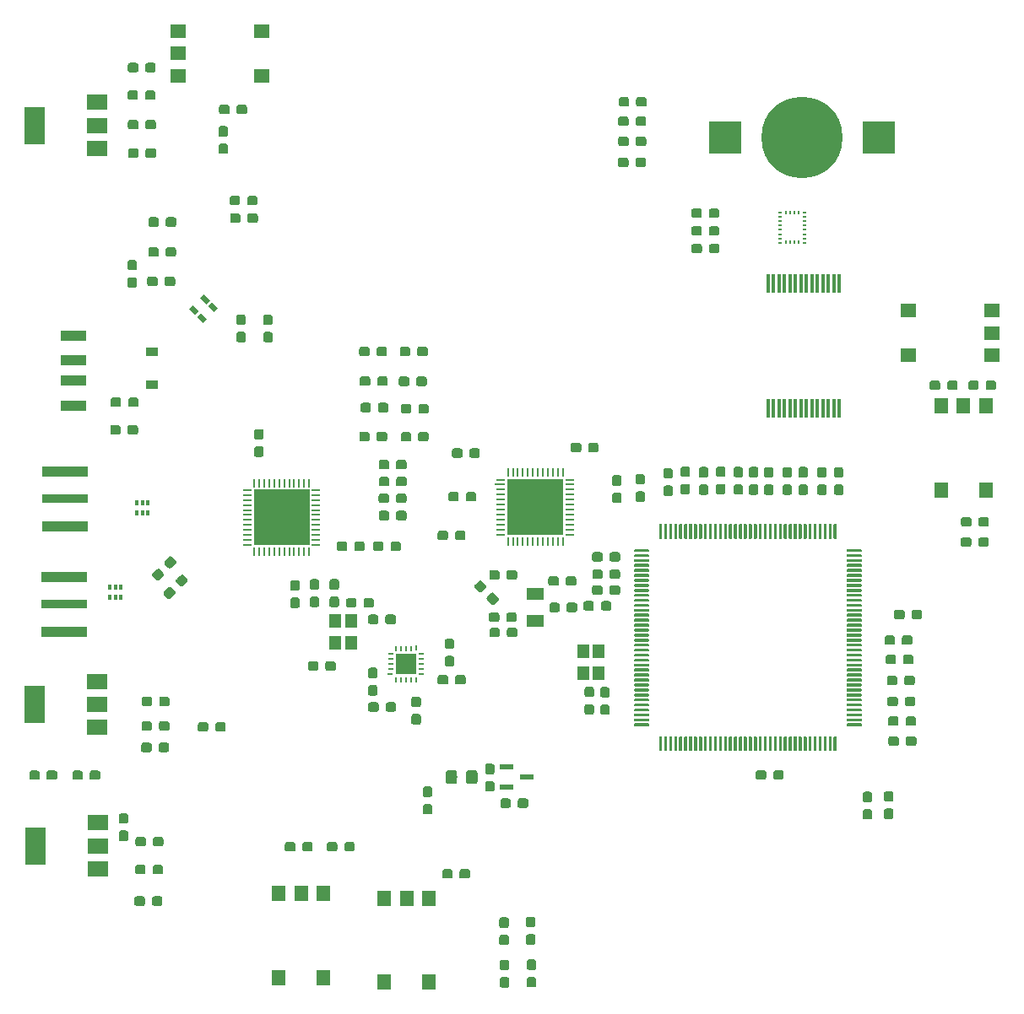
<source format=gtp>
G04 #@! TF.GenerationSoftware,KiCad,Pcbnew,6.0.0-unknown-cbea514~86~ubuntu18.04.1*
G04 #@! TF.CreationDate,2019-06-12T12:50:56-05:00*
G04 #@! TF.ProjectId,power,706f7765-722e-46b6-9963-61645f706362,rev?*
G04 #@! TF.SameCoordinates,Original*
G04 #@! TF.FileFunction,Paste,Top*
G04 #@! TF.FilePolarity,Positive*
%FSLAX46Y46*%
G04 Gerber Fmt 4.6, Leading zero omitted, Abs format (unit mm)*
G04 Created by KiCad (PCBNEW 6.0.0-unknown-cbea514~86~ubuntu18.04.1) date 2019-06-12 12:50:56*
%MOMM*%
%LPD*%
G04 APERTURE LIST*
%ADD10R,2.000000X1.500000*%
%ADD11R,2.000000X3.800000*%
%ADD12C,0.150000*%
%ADD13C,0.950000*%
%ADD14C,0.300000*%
%ADD15R,5.588000X5.588000*%
%ADD16R,0.264800X0.807999*%
%ADD17R,0.807999X0.264800*%
%ADD18R,1.007999X0.264800*%
%ADD19R,0.380000X1.870000*%
%ADD20R,0.264800X0.907999*%
%ADD21R,1.198880X1.399540*%
%ADD22R,1.800000X1.200000*%
%ADD23R,0.260000X0.620000*%
%ADD24R,0.620000X0.260000*%
%ADD25R,2.000000X2.000000*%
%ADD26R,1.397000X1.600200*%
%ADD27R,1.600200X1.397000*%
%ADD28R,0.350000X0.230000*%
%ADD29R,0.230000X0.350000*%
%ADD30R,0.304800X0.508000*%
%ADD31R,1.320800X0.558800*%
%ADD32C,0.558800*%
%ADD33R,4.560000X0.850000*%
%ADD34R,4.560000X1.000000*%
%ADD35R,2.500000X1.100000*%
%ADD36C,1.150000*%
%ADD37R,1.200000X0.900000*%
%ADD38R,3.200000X3.200000*%
%ADD39C,8.130000*%
G04 APERTURE END LIST*
D10*
X59639200Y-29683740D03*
X59639200Y-25083740D03*
X59639200Y-27383740D03*
D11*
X53339200Y-27383740D03*
D10*
X59723420Y-101987380D03*
X59723420Y-97387380D03*
X59723420Y-99687380D03*
D11*
X53423420Y-99687380D03*
D10*
X59670080Y-87814180D03*
X59670080Y-83214180D03*
X59670080Y-85514180D03*
D11*
X53370080Y-85514180D03*
D12*
G36*
X72385321Y-87298074D02*
G01*
X72465218Y-87356122D01*
X72514597Y-87441649D01*
X72526221Y-87515041D01*
X72526221Y-87990041D01*
X72505688Y-88086641D01*
X72447640Y-88166538D01*
X72362113Y-88215917D01*
X72288721Y-88227541D01*
X71713721Y-88227541D01*
X71617121Y-88207008D01*
X71537224Y-88148960D01*
X71487845Y-88063433D01*
X71476221Y-87990041D01*
X71476221Y-87515041D01*
X71496754Y-87418441D01*
X71554802Y-87338544D01*
X71640329Y-87289165D01*
X71713721Y-87277541D01*
X72288721Y-87277541D01*
X72385321Y-87298074D01*
X72385321Y-87298074D01*
G37*
D13*
X72001221Y-87752541D03*
D12*
G36*
X70635321Y-87298074D02*
G01*
X70715218Y-87356122D01*
X70764597Y-87441649D01*
X70776221Y-87515041D01*
X70776221Y-87990041D01*
X70755688Y-88086641D01*
X70697640Y-88166538D01*
X70612113Y-88215917D01*
X70538721Y-88227541D01*
X69963721Y-88227541D01*
X69867121Y-88207008D01*
X69787224Y-88148960D01*
X69737845Y-88063433D01*
X69726221Y-87990041D01*
X69726221Y-87515041D01*
X69746754Y-87418441D01*
X69804802Y-87338544D01*
X69890329Y-87289165D01*
X69963721Y-87277541D01*
X70538721Y-87277541D01*
X70635321Y-87298074D01*
X70635321Y-87298074D01*
G37*
D13*
X70251221Y-87752541D03*
D12*
G36*
X116277033Y-67413467D02*
G01*
X116299000Y-67466500D01*
X116299000Y-68791500D01*
X116277033Y-68844533D01*
X116224000Y-68866500D01*
X116074000Y-68866500D01*
X116020967Y-68844533D01*
X115999000Y-68791500D01*
X115999000Y-67466500D01*
X116020967Y-67413467D01*
X116074000Y-67391500D01*
X116224000Y-67391500D01*
X116277033Y-67413467D01*
X116277033Y-67413467D01*
G37*
D14*
X116149000Y-68129000D03*
D12*
G36*
X116777033Y-67413467D02*
G01*
X116799000Y-67466500D01*
X116799000Y-68791500D01*
X116777033Y-68844533D01*
X116724000Y-68866500D01*
X116574000Y-68866500D01*
X116520967Y-68844533D01*
X116499000Y-68791500D01*
X116499000Y-67466500D01*
X116520967Y-67413467D01*
X116574000Y-67391500D01*
X116724000Y-67391500D01*
X116777033Y-67413467D01*
X116777033Y-67413467D01*
G37*
D14*
X116649000Y-68129000D03*
D12*
G36*
X117277033Y-67413467D02*
G01*
X117299000Y-67466500D01*
X117299000Y-68791500D01*
X117277033Y-68844533D01*
X117224000Y-68866500D01*
X117074000Y-68866500D01*
X117020967Y-68844533D01*
X116999000Y-68791500D01*
X116999000Y-67466500D01*
X117020967Y-67413467D01*
X117074000Y-67391500D01*
X117224000Y-67391500D01*
X117277033Y-67413467D01*
X117277033Y-67413467D01*
G37*
D14*
X117149000Y-68129000D03*
D12*
G36*
X117777033Y-67413467D02*
G01*
X117799000Y-67466500D01*
X117799000Y-68791500D01*
X117777033Y-68844533D01*
X117724000Y-68866500D01*
X117574000Y-68866500D01*
X117520967Y-68844533D01*
X117499000Y-68791500D01*
X117499000Y-67466500D01*
X117520967Y-67413467D01*
X117574000Y-67391500D01*
X117724000Y-67391500D01*
X117777033Y-67413467D01*
X117777033Y-67413467D01*
G37*
D14*
X117649000Y-68129000D03*
D12*
G36*
X118277033Y-67413467D02*
G01*
X118299000Y-67466500D01*
X118299000Y-68791500D01*
X118277033Y-68844533D01*
X118224000Y-68866500D01*
X118074000Y-68866500D01*
X118020967Y-68844533D01*
X117999000Y-68791500D01*
X117999000Y-67466500D01*
X118020967Y-67413467D01*
X118074000Y-67391500D01*
X118224000Y-67391500D01*
X118277033Y-67413467D01*
X118277033Y-67413467D01*
G37*
D14*
X118149000Y-68129000D03*
D12*
G36*
X118777033Y-67413467D02*
G01*
X118799000Y-67466500D01*
X118799000Y-68791500D01*
X118777033Y-68844533D01*
X118724000Y-68866500D01*
X118574000Y-68866500D01*
X118520967Y-68844533D01*
X118499000Y-68791500D01*
X118499000Y-67466500D01*
X118520967Y-67413467D01*
X118574000Y-67391500D01*
X118724000Y-67391500D01*
X118777033Y-67413467D01*
X118777033Y-67413467D01*
G37*
D14*
X118649000Y-68129000D03*
D12*
G36*
X119277033Y-67413467D02*
G01*
X119299000Y-67466500D01*
X119299000Y-68791500D01*
X119277033Y-68844533D01*
X119224000Y-68866500D01*
X119074000Y-68866500D01*
X119020967Y-68844533D01*
X118999000Y-68791500D01*
X118999000Y-67466500D01*
X119020967Y-67413467D01*
X119074000Y-67391500D01*
X119224000Y-67391500D01*
X119277033Y-67413467D01*
X119277033Y-67413467D01*
G37*
D14*
X119149000Y-68129000D03*
D12*
G36*
X119777033Y-67413467D02*
G01*
X119799000Y-67466500D01*
X119799000Y-68791500D01*
X119777033Y-68844533D01*
X119724000Y-68866500D01*
X119574000Y-68866500D01*
X119520967Y-68844533D01*
X119499000Y-68791500D01*
X119499000Y-67466500D01*
X119520967Y-67413467D01*
X119574000Y-67391500D01*
X119724000Y-67391500D01*
X119777033Y-67413467D01*
X119777033Y-67413467D01*
G37*
D14*
X119649000Y-68129000D03*
D12*
G36*
X120277033Y-67413467D02*
G01*
X120299000Y-67466500D01*
X120299000Y-68791500D01*
X120277033Y-68844533D01*
X120224000Y-68866500D01*
X120074000Y-68866500D01*
X120020967Y-68844533D01*
X119999000Y-68791500D01*
X119999000Y-67466500D01*
X120020967Y-67413467D01*
X120074000Y-67391500D01*
X120224000Y-67391500D01*
X120277033Y-67413467D01*
X120277033Y-67413467D01*
G37*
D14*
X120149000Y-68129000D03*
D12*
G36*
X120777033Y-67413467D02*
G01*
X120799000Y-67466500D01*
X120799000Y-68791500D01*
X120777033Y-68844533D01*
X120724000Y-68866500D01*
X120574000Y-68866500D01*
X120520967Y-68844533D01*
X120499000Y-68791500D01*
X120499000Y-67466500D01*
X120520967Y-67413467D01*
X120574000Y-67391500D01*
X120724000Y-67391500D01*
X120777033Y-67413467D01*
X120777033Y-67413467D01*
G37*
D14*
X120649000Y-68129000D03*
D12*
G36*
X121277033Y-67413467D02*
G01*
X121299000Y-67466500D01*
X121299000Y-68791500D01*
X121277033Y-68844533D01*
X121224000Y-68866500D01*
X121074000Y-68866500D01*
X121020967Y-68844533D01*
X120999000Y-68791500D01*
X120999000Y-67466500D01*
X121020967Y-67413467D01*
X121074000Y-67391500D01*
X121224000Y-67391500D01*
X121277033Y-67413467D01*
X121277033Y-67413467D01*
G37*
D14*
X121149000Y-68129000D03*
D12*
G36*
X121777033Y-67413467D02*
G01*
X121799000Y-67466500D01*
X121799000Y-68791500D01*
X121777033Y-68844533D01*
X121724000Y-68866500D01*
X121574000Y-68866500D01*
X121520967Y-68844533D01*
X121499000Y-68791500D01*
X121499000Y-67466500D01*
X121520967Y-67413467D01*
X121574000Y-67391500D01*
X121724000Y-67391500D01*
X121777033Y-67413467D01*
X121777033Y-67413467D01*
G37*
D14*
X121649000Y-68129000D03*
D12*
G36*
X122277033Y-67413467D02*
G01*
X122299000Y-67466500D01*
X122299000Y-68791500D01*
X122277033Y-68844533D01*
X122224000Y-68866500D01*
X122074000Y-68866500D01*
X122020967Y-68844533D01*
X121999000Y-68791500D01*
X121999000Y-67466500D01*
X122020967Y-67413467D01*
X122074000Y-67391500D01*
X122224000Y-67391500D01*
X122277033Y-67413467D01*
X122277033Y-67413467D01*
G37*
D14*
X122149000Y-68129000D03*
D12*
G36*
X122777033Y-67413467D02*
G01*
X122799000Y-67466500D01*
X122799000Y-68791500D01*
X122777033Y-68844533D01*
X122724000Y-68866500D01*
X122574000Y-68866500D01*
X122520967Y-68844533D01*
X122499000Y-68791500D01*
X122499000Y-67466500D01*
X122520967Y-67413467D01*
X122574000Y-67391500D01*
X122724000Y-67391500D01*
X122777033Y-67413467D01*
X122777033Y-67413467D01*
G37*
D14*
X122649000Y-68129000D03*
D12*
G36*
X123277033Y-67413467D02*
G01*
X123299000Y-67466500D01*
X123299000Y-68791500D01*
X123277033Y-68844533D01*
X123224000Y-68866500D01*
X123074000Y-68866500D01*
X123020967Y-68844533D01*
X122999000Y-68791500D01*
X122999000Y-67466500D01*
X123020967Y-67413467D01*
X123074000Y-67391500D01*
X123224000Y-67391500D01*
X123277033Y-67413467D01*
X123277033Y-67413467D01*
G37*
D14*
X123149000Y-68129000D03*
D12*
G36*
X123777033Y-67413467D02*
G01*
X123799000Y-67466500D01*
X123799000Y-68791500D01*
X123777033Y-68844533D01*
X123724000Y-68866500D01*
X123574000Y-68866500D01*
X123520967Y-68844533D01*
X123499000Y-68791500D01*
X123499000Y-67466500D01*
X123520967Y-67413467D01*
X123574000Y-67391500D01*
X123724000Y-67391500D01*
X123777033Y-67413467D01*
X123777033Y-67413467D01*
G37*
D14*
X123649000Y-68129000D03*
D12*
G36*
X124277033Y-67413467D02*
G01*
X124299000Y-67466500D01*
X124299000Y-68791500D01*
X124277033Y-68844533D01*
X124224000Y-68866500D01*
X124074000Y-68866500D01*
X124020967Y-68844533D01*
X123999000Y-68791500D01*
X123999000Y-67466500D01*
X124020967Y-67413467D01*
X124074000Y-67391500D01*
X124224000Y-67391500D01*
X124277033Y-67413467D01*
X124277033Y-67413467D01*
G37*
D14*
X124149000Y-68129000D03*
D12*
G36*
X124777033Y-67413467D02*
G01*
X124799000Y-67466500D01*
X124799000Y-68791500D01*
X124777033Y-68844533D01*
X124724000Y-68866500D01*
X124574000Y-68866500D01*
X124520967Y-68844533D01*
X124499000Y-68791500D01*
X124499000Y-67466500D01*
X124520967Y-67413467D01*
X124574000Y-67391500D01*
X124724000Y-67391500D01*
X124777033Y-67413467D01*
X124777033Y-67413467D01*
G37*
D14*
X124649000Y-68129000D03*
D12*
G36*
X125277033Y-67413467D02*
G01*
X125299000Y-67466500D01*
X125299000Y-68791500D01*
X125277033Y-68844533D01*
X125224000Y-68866500D01*
X125074000Y-68866500D01*
X125020967Y-68844533D01*
X124999000Y-68791500D01*
X124999000Y-67466500D01*
X125020967Y-67413467D01*
X125074000Y-67391500D01*
X125224000Y-67391500D01*
X125277033Y-67413467D01*
X125277033Y-67413467D01*
G37*
D14*
X125149000Y-68129000D03*
D12*
G36*
X125777033Y-67413467D02*
G01*
X125799000Y-67466500D01*
X125799000Y-68791500D01*
X125777033Y-68844533D01*
X125724000Y-68866500D01*
X125574000Y-68866500D01*
X125520967Y-68844533D01*
X125499000Y-68791500D01*
X125499000Y-67466500D01*
X125520967Y-67413467D01*
X125574000Y-67391500D01*
X125724000Y-67391500D01*
X125777033Y-67413467D01*
X125777033Y-67413467D01*
G37*
D14*
X125649000Y-68129000D03*
D12*
G36*
X126277033Y-67413467D02*
G01*
X126299000Y-67466500D01*
X126299000Y-68791500D01*
X126277033Y-68844533D01*
X126224000Y-68866500D01*
X126074000Y-68866500D01*
X126020967Y-68844533D01*
X125999000Y-68791500D01*
X125999000Y-67466500D01*
X126020967Y-67413467D01*
X126074000Y-67391500D01*
X126224000Y-67391500D01*
X126277033Y-67413467D01*
X126277033Y-67413467D01*
G37*
D14*
X126149000Y-68129000D03*
D12*
G36*
X126777033Y-67413467D02*
G01*
X126799000Y-67466500D01*
X126799000Y-68791500D01*
X126777033Y-68844533D01*
X126724000Y-68866500D01*
X126574000Y-68866500D01*
X126520967Y-68844533D01*
X126499000Y-68791500D01*
X126499000Y-67466500D01*
X126520967Y-67413467D01*
X126574000Y-67391500D01*
X126724000Y-67391500D01*
X126777033Y-67413467D01*
X126777033Y-67413467D01*
G37*
D14*
X126649000Y-68129000D03*
D12*
G36*
X127277033Y-67413467D02*
G01*
X127299000Y-67466500D01*
X127299000Y-68791500D01*
X127277033Y-68844533D01*
X127224000Y-68866500D01*
X127074000Y-68866500D01*
X127020967Y-68844533D01*
X126999000Y-68791500D01*
X126999000Y-67466500D01*
X127020967Y-67413467D01*
X127074000Y-67391500D01*
X127224000Y-67391500D01*
X127277033Y-67413467D01*
X127277033Y-67413467D01*
G37*
D14*
X127149000Y-68129000D03*
D12*
G36*
X127777033Y-67413467D02*
G01*
X127799000Y-67466500D01*
X127799000Y-68791500D01*
X127777033Y-68844533D01*
X127724000Y-68866500D01*
X127574000Y-68866500D01*
X127520967Y-68844533D01*
X127499000Y-68791500D01*
X127499000Y-67466500D01*
X127520967Y-67413467D01*
X127574000Y-67391500D01*
X127724000Y-67391500D01*
X127777033Y-67413467D01*
X127777033Y-67413467D01*
G37*
D14*
X127649000Y-68129000D03*
D12*
G36*
X128277033Y-67413467D02*
G01*
X128299000Y-67466500D01*
X128299000Y-68791500D01*
X128277033Y-68844533D01*
X128224000Y-68866500D01*
X128074000Y-68866500D01*
X128020967Y-68844533D01*
X127999000Y-68791500D01*
X127999000Y-67466500D01*
X128020967Y-67413467D01*
X128074000Y-67391500D01*
X128224000Y-67391500D01*
X128277033Y-67413467D01*
X128277033Y-67413467D01*
G37*
D14*
X128149000Y-68129000D03*
D12*
G36*
X128777033Y-67413467D02*
G01*
X128799000Y-67466500D01*
X128799000Y-68791500D01*
X128777033Y-68844533D01*
X128724000Y-68866500D01*
X128574000Y-68866500D01*
X128520967Y-68844533D01*
X128499000Y-68791500D01*
X128499000Y-67466500D01*
X128520967Y-67413467D01*
X128574000Y-67391500D01*
X128724000Y-67391500D01*
X128777033Y-67413467D01*
X128777033Y-67413467D01*
G37*
D14*
X128649000Y-68129000D03*
D12*
G36*
X129277033Y-67413467D02*
G01*
X129299000Y-67466500D01*
X129299000Y-68791500D01*
X129277033Y-68844533D01*
X129224000Y-68866500D01*
X129074000Y-68866500D01*
X129020967Y-68844533D01*
X128999000Y-68791500D01*
X128999000Y-67466500D01*
X129020967Y-67413467D01*
X129074000Y-67391500D01*
X129224000Y-67391500D01*
X129277033Y-67413467D01*
X129277033Y-67413467D01*
G37*
D14*
X129149000Y-68129000D03*
D12*
G36*
X129777033Y-67413467D02*
G01*
X129799000Y-67466500D01*
X129799000Y-68791500D01*
X129777033Y-68844533D01*
X129724000Y-68866500D01*
X129574000Y-68866500D01*
X129520967Y-68844533D01*
X129499000Y-68791500D01*
X129499000Y-67466500D01*
X129520967Y-67413467D01*
X129574000Y-67391500D01*
X129724000Y-67391500D01*
X129777033Y-67413467D01*
X129777033Y-67413467D01*
G37*
D14*
X129649000Y-68129000D03*
D12*
G36*
X130277033Y-67413467D02*
G01*
X130299000Y-67466500D01*
X130299000Y-68791500D01*
X130277033Y-68844533D01*
X130224000Y-68866500D01*
X130074000Y-68866500D01*
X130020967Y-68844533D01*
X129999000Y-68791500D01*
X129999000Y-67466500D01*
X130020967Y-67413467D01*
X130074000Y-67391500D01*
X130224000Y-67391500D01*
X130277033Y-67413467D01*
X130277033Y-67413467D01*
G37*
D14*
X130149000Y-68129000D03*
D12*
G36*
X130777033Y-67413467D02*
G01*
X130799000Y-67466500D01*
X130799000Y-68791500D01*
X130777033Y-68844533D01*
X130724000Y-68866500D01*
X130574000Y-68866500D01*
X130520967Y-68844533D01*
X130499000Y-68791500D01*
X130499000Y-67466500D01*
X130520967Y-67413467D01*
X130574000Y-67391500D01*
X130724000Y-67391500D01*
X130777033Y-67413467D01*
X130777033Y-67413467D01*
G37*
D14*
X130649000Y-68129000D03*
D12*
G36*
X131277033Y-67413467D02*
G01*
X131299000Y-67466500D01*
X131299000Y-68791500D01*
X131277033Y-68844533D01*
X131224000Y-68866500D01*
X131074000Y-68866500D01*
X131020967Y-68844533D01*
X130999000Y-68791500D01*
X130999000Y-67466500D01*
X131020967Y-67413467D01*
X131074000Y-67391500D01*
X131224000Y-67391500D01*
X131277033Y-67413467D01*
X131277033Y-67413467D01*
G37*
D14*
X131149000Y-68129000D03*
D12*
G36*
X131777033Y-67413467D02*
G01*
X131799000Y-67466500D01*
X131799000Y-68791500D01*
X131777033Y-68844533D01*
X131724000Y-68866500D01*
X131574000Y-68866500D01*
X131520967Y-68844533D01*
X131499000Y-68791500D01*
X131499000Y-67466500D01*
X131520967Y-67413467D01*
X131574000Y-67391500D01*
X131724000Y-67391500D01*
X131777033Y-67413467D01*
X131777033Y-67413467D01*
G37*
D14*
X131649000Y-68129000D03*
D12*
G36*
X132277033Y-67413467D02*
G01*
X132299000Y-67466500D01*
X132299000Y-68791500D01*
X132277033Y-68844533D01*
X132224000Y-68866500D01*
X132074000Y-68866500D01*
X132020967Y-68844533D01*
X131999000Y-68791500D01*
X131999000Y-67466500D01*
X132020967Y-67413467D01*
X132074000Y-67391500D01*
X132224000Y-67391500D01*
X132277033Y-67413467D01*
X132277033Y-67413467D01*
G37*
D14*
X132149000Y-68129000D03*
D12*
G36*
X132777033Y-67413467D02*
G01*
X132799000Y-67466500D01*
X132799000Y-68791500D01*
X132777033Y-68844533D01*
X132724000Y-68866500D01*
X132574000Y-68866500D01*
X132520967Y-68844533D01*
X132499000Y-68791500D01*
X132499000Y-67466500D01*
X132520967Y-67413467D01*
X132574000Y-67391500D01*
X132724000Y-67391500D01*
X132777033Y-67413467D01*
X132777033Y-67413467D01*
G37*
D14*
X132649000Y-68129000D03*
D12*
G36*
X133277033Y-67413467D02*
G01*
X133299000Y-67466500D01*
X133299000Y-68791500D01*
X133277033Y-68844533D01*
X133224000Y-68866500D01*
X133074000Y-68866500D01*
X133020967Y-68844533D01*
X132999000Y-68791500D01*
X132999000Y-67466500D01*
X133020967Y-67413467D01*
X133074000Y-67391500D01*
X133224000Y-67391500D01*
X133277033Y-67413467D01*
X133277033Y-67413467D01*
G37*
D14*
X133149000Y-68129000D03*
D12*
G36*
X133777033Y-67413467D02*
G01*
X133799000Y-67466500D01*
X133799000Y-68791500D01*
X133777033Y-68844533D01*
X133724000Y-68866500D01*
X133574000Y-68866500D01*
X133520967Y-68844533D01*
X133499000Y-68791500D01*
X133499000Y-67466500D01*
X133520967Y-67413467D01*
X133574000Y-67391500D01*
X133724000Y-67391500D01*
X133777033Y-67413467D01*
X133777033Y-67413467D01*
G37*
D14*
X133649000Y-68129000D03*
D12*
G36*
X136277033Y-69913467D02*
G01*
X136299000Y-69966500D01*
X136299000Y-70116500D01*
X136277033Y-70169533D01*
X136224000Y-70191500D01*
X134899000Y-70191500D01*
X134845967Y-70169533D01*
X134824000Y-70116500D01*
X134824000Y-69966500D01*
X134845967Y-69913467D01*
X134899000Y-69891500D01*
X136224000Y-69891500D01*
X136277033Y-69913467D01*
X136277033Y-69913467D01*
G37*
D14*
X135561500Y-70041500D03*
D12*
G36*
X136277033Y-70413467D02*
G01*
X136299000Y-70466500D01*
X136299000Y-70616500D01*
X136277033Y-70669533D01*
X136224000Y-70691500D01*
X134899000Y-70691500D01*
X134845967Y-70669533D01*
X134824000Y-70616500D01*
X134824000Y-70466500D01*
X134845967Y-70413467D01*
X134899000Y-70391500D01*
X136224000Y-70391500D01*
X136277033Y-70413467D01*
X136277033Y-70413467D01*
G37*
D14*
X135561500Y-70541500D03*
D12*
G36*
X136277033Y-70913467D02*
G01*
X136299000Y-70966500D01*
X136299000Y-71116500D01*
X136277033Y-71169533D01*
X136224000Y-71191500D01*
X134899000Y-71191500D01*
X134845967Y-71169533D01*
X134824000Y-71116500D01*
X134824000Y-70966500D01*
X134845967Y-70913467D01*
X134899000Y-70891500D01*
X136224000Y-70891500D01*
X136277033Y-70913467D01*
X136277033Y-70913467D01*
G37*
D14*
X135561500Y-71041500D03*
D12*
G36*
X136277033Y-71413467D02*
G01*
X136299000Y-71466500D01*
X136299000Y-71616500D01*
X136277033Y-71669533D01*
X136224000Y-71691500D01*
X134899000Y-71691500D01*
X134845967Y-71669533D01*
X134824000Y-71616500D01*
X134824000Y-71466500D01*
X134845967Y-71413467D01*
X134899000Y-71391500D01*
X136224000Y-71391500D01*
X136277033Y-71413467D01*
X136277033Y-71413467D01*
G37*
D14*
X135561500Y-71541500D03*
D12*
G36*
X136277033Y-71913467D02*
G01*
X136299000Y-71966500D01*
X136299000Y-72116500D01*
X136277033Y-72169533D01*
X136224000Y-72191500D01*
X134899000Y-72191500D01*
X134845967Y-72169533D01*
X134824000Y-72116500D01*
X134824000Y-71966500D01*
X134845967Y-71913467D01*
X134899000Y-71891500D01*
X136224000Y-71891500D01*
X136277033Y-71913467D01*
X136277033Y-71913467D01*
G37*
D14*
X135561500Y-72041500D03*
D12*
G36*
X136277033Y-72413467D02*
G01*
X136299000Y-72466500D01*
X136299000Y-72616500D01*
X136277033Y-72669533D01*
X136224000Y-72691500D01*
X134899000Y-72691500D01*
X134845967Y-72669533D01*
X134824000Y-72616500D01*
X134824000Y-72466500D01*
X134845967Y-72413467D01*
X134899000Y-72391500D01*
X136224000Y-72391500D01*
X136277033Y-72413467D01*
X136277033Y-72413467D01*
G37*
D14*
X135561500Y-72541500D03*
D12*
G36*
X136277033Y-72913467D02*
G01*
X136299000Y-72966500D01*
X136299000Y-73116500D01*
X136277033Y-73169533D01*
X136224000Y-73191500D01*
X134899000Y-73191500D01*
X134845967Y-73169533D01*
X134824000Y-73116500D01*
X134824000Y-72966500D01*
X134845967Y-72913467D01*
X134899000Y-72891500D01*
X136224000Y-72891500D01*
X136277033Y-72913467D01*
X136277033Y-72913467D01*
G37*
D14*
X135561500Y-73041500D03*
D12*
G36*
X136277033Y-73413467D02*
G01*
X136299000Y-73466500D01*
X136299000Y-73616500D01*
X136277033Y-73669533D01*
X136224000Y-73691500D01*
X134899000Y-73691500D01*
X134845967Y-73669533D01*
X134824000Y-73616500D01*
X134824000Y-73466500D01*
X134845967Y-73413467D01*
X134899000Y-73391500D01*
X136224000Y-73391500D01*
X136277033Y-73413467D01*
X136277033Y-73413467D01*
G37*
D14*
X135561500Y-73541500D03*
D12*
G36*
X136277033Y-73913467D02*
G01*
X136299000Y-73966500D01*
X136299000Y-74116500D01*
X136277033Y-74169533D01*
X136224000Y-74191500D01*
X134899000Y-74191500D01*
X134845967Y-74169533D01*
X134824000Y-74116500D01*
X134824000Y-73966500D01*
X134845967Y-73913467D01*
X134899000Y-73891500D01*
X136224000Y-73891500D01*
X136277033Y-73913467D01*
X136277033Y-73913467D01*
G37*
D14*
X135561500Y-74041500D03*
D12*
G36*
X136277033Y-74413467D02*
G01*
X136299000Y-74466500D01*
X136299000Y-74616500D01*
X136277033Y-74669533D01*
X136224000Y-74691500D01*
X134899000Y-74691500D01*
X134845967Y-74669533D01*
X134824000Y-74616500D01*
X134824000Y-74466500D01*
X134845967Y-74413467D01*
X134899000Y-74391500D01*
X136224000Y-74391500D01*
X136277033Y-74413467D01*
X136277033Y-74413467D01*
G37*
D14*
X135561500Y-74541500D03*
D12*
G36*
X136277033Y-74913467D02*
G01*
X136299000Y-74966500D01*
X136299000Y-75116500D01*
X136277033Y-75169533D01*
X136224000Y-75191500D01*
X134899000Y-75191500D01*
X134845967Y-75169533D01*
X134824000Y-75116500D01*
X134824000Y-74966500D01*
X134845967Y-74913467D01*
X134899000Y-74891500D01*
X136224000Y-74891500D01*
X136277033Y-74913467D01*
X136277033Y-74913467D01*
G37*
D14*
X135561500Y-75041500D03*
D12*
G36*
X136277033Y-75413467D02*
G01*
X136299000Y-75466500D01*
X136299000Y-75616500D01*
X136277033Y-75669533D01*
X136224000Y-75691500D01*
X134899000Y-75691500D01*
X134845967Y-75669533D01*
X134824000Y-75616500D01*
X134824000Y-75466500D01*
X134845967Y-75413467D01*
X134899000Y-75391500D01*
X136224000Y-75391500D01*
X136277033Y-75413467D01*
X136277033Y-75413467D01*
G37*
D14*
X135561500Y-75541500D03*
D12*
G36*
X136277033Y-75913467D02*
G01*
X136299000Y-75966500D01*
X136299000Y-76116500D01*
X136277033Y-76169533D01*
X136224000Y-76191500D01*
X134899000Y-76191500D01*
X134845967Y-76169533D01*
X134824000Y-76116500D01*
X134824000Y-75966500D01*
X134845967Y-75913467D01*
X134899000Y-75891500D01*
X136224000Y-75891500D01*
X136277033Y-75913467D01*
X136277033Y-75913467D01*
G37*
D14*
X135561500Y-76041500D03*
D12*
G36*
X136277033Y-76413467D02*
G01*
X136299000Y-76466500D01*
X136299000Y-76616500D01*
X136277033Y-76669533D01*
X136224000Y-76691500D01*
X134899000Y-76691500D01*
X134845967Y-76669533D01*
X134824000Y-76616500D01*
X134824000Y-76466500D01*
X134845967Y-76413467D01*
X134899000Y-76391500D01*
X136224000Y-76391500D01*
X136277033Y-76413467D01*
X136277033Y-76413467D01*
G37*
D14*
X135561500Y-76541500D03*
D12*
G36*
X136277033Y-76913467D02*
G01*
X136299000Y-76966500D01*
X136299000Y-77116500D01*
X136277033Y-77169533D01*
X136224000Y-77191500D01*
X134899000Y-77191500D01*
X134845967Y-77169533D01*
X134824000Y-77116500D01*
X134824000Y-76966500D01*
X134845967Y-76913467D01*
X134899000Y-76891500D01*
X136224000Y-76891500D01*
X136277033Y-76913467D01*
X136277033Y-76913467D01*
G37*
D14*
X135561500Y-77041500D03*
D12*
G36*
X136277033Y-77413467D02*
G01*
X136299000Y-77466500D01*
X136299000Y-77616500D01*
X136277033Y-77669533D01*
X136224000Y-77691500D01*
X134899000Y-77691500D01*
X134845967Y-77669533D01*
X134824000Y-77616500D01*
X134824000Y-77466500D01*
X134845967Y-77413467D01*
X134899000Y-77391500D01*
X136224000Y-77391500D01*
X136277033Y-77413467D01*
X136277033Y-77413467D01*
G37*
D14*
X135561500Y-77541500D03*
D12*
G36*
X136277033Y-77913467D02*
G01*
X136299000Y-77966500D01*
X136299000Y-78116500D01*
X136277033Y-78169533D01*
X136224000Y-78191500D01*
X134899000Y-78191500D01*
X134845967Y-78169533D01*
X134824000Y-78116500D01*
X134824000Y-77966500D01*
X134845967Y-77913467D01*
X134899000Y-77891500D01*
X136224000Y-77891500D01*
X136277033Y-77913467D01*
X136277033Y-77913467D01*
G37*
D14*
X135561500Y-78041500D03*
D12*
G36*
X136277033Y-78413467D02*
G01*
X136299000Y-78466500D01*
X136299000Y-78616500D01*
X136277033Y-78669533D01*
X136224000Y-78691500D01*
X134899000Y-78691500D01*
X134845967Y-78669533D01*
X134824000Y-78616500D01*
X134824000Y-78466500D01*
X134845967Y-78413467D01*
X134899000Y-78391500D01*
X136224000Y-78391500D01*
X136277033Y-78413467D01*
X136277033Y-78413467D01*
G37*
D14*
X135561500Y-78541500D03*
D12*
G36*
X136277033Y-78913467D02*
G01*
X136299000Y-78966500D01*
X136299000Y-79116500D01*
X136277033Y-79169533D01*
X136224000Y-79191500D01*
X134899000Y-79191500D01*
X134845967Y-79169533D01*
X134824000Y-79116500D01*
X134824000Y-78966500D01*
X134845967Y-78913467D01*
X134899000Y-78891500D01*
X136224000Y-78891500D01*
X136277033Y-78913467D01*
X136277033Y-78913467D01*
G37*
D14*
X135561500Y-79041500D03*
D12*
G36*
X136277033Y-79413467D02*
G01*
X136299000Y-79466500D01*
X136299000Y-79616500D01*
X136277033Y-79669533D01*
X136224000Y-79691500D01*
X134899000Y-79691500D01*
X134845967Y-79669533D01*
X134824000Y-79616500D01*
X134824000Y-79466500D01*
X134845967Y-79413467D01*
X134899000Y-79391500D01*
X136224000Y-79391500D01*
X136277033Y-79413467D01*
X136277033Y-79413467D01*
G37*
D14*
X135561500Y-79541500D03*
D12*
G36*
X136277033Y-79913467D02*
G01*
X136299000Y-79966500D01*
X136299000Y-80116500D01*
X136277033Y-80169533D01*
X136224000Y-80191500D01*
X134899000Y-80191500D01*
X134845967Y-80169533D01*
X134824000Y-80116500D01*
X134824000Y-79966500D01*
X134845967Y-79913467D01*
X134899000Y-79891500D01*
X136224000Y-79891500D01*
X136277033Y-79913467D01*
X136277033Y-79913467D01*
G37*
D14*
X135561500Y-80041500D03*
D12*
G36*
X136277033Y-80413467D02*
G01*
X136299000Y-80466500D01*
X136299000Y-80616500D01*
X136277033Y-80669533D01*
X136224000Y-80691500D01*
X134899000Y-80691500D01*
X134845967Y-80669533D01*
X134824000Y-80616500D01*
X134824000Y-80466500D01*
X134845967Y-80413467D01*
X134899000Y-80391500D01*
X136224000Y-80391500D01*
X136277033Y-80413467D01*
X136277033Y-80413467D01*
G37*
D14*
X135561500Y-80541500D03*
D12*
G36*
X136277033Y-80913467D02*
G01*
X136299000Y-80966500D01*
X136299000Y-81116500D01*
X136277033Y-81169533D01*
X136224000Y-81191500D01*
X134899000Y-81191500D01*
X134845967Y-81169533D01*
X134824000Y-81116500D01*
X134824000Y-80966500D01*
X134845967Y-80913467D01*
X134899000Y-80891500D01*
X136224000Y-80891500D01*
X136277033Y-80913467D01*
X136277033Y-80913467D01*
G37*
D14*
X135561500Y-81041500D03*
D12*
G36*
X136277033Y-81413467D02*
G01*
X136299000Y-81466500D01*
X136299000Y-81616500D01*
X136277033Y-81669533D01*
X136224000Y-81691500D01*
X134899000Y-81691500D01*
X134845967Y-81669533D01*
X134824000Y-81616500D01*
X134824000Y-81466500D01*
X134845967Y-81413467D01*
X134899000Y-81391500D01*
X136224000Y-81391500D01*
X136277033Y-81413467D01*
X136277033Y-81413467D01*
G37*
D14*
X135561500Y-81541500D03*
D12*
G36*
X136277033Y-81913467D02*
G01*
X136299000Y-81966500D01*
X136299000Y-82116500D01*
X136277033Y-82169533D01*
X136224000Y-82191500D01*
X134899000Y-82191500D01*
X134845967Y-82169533D01*
X134824000Y-82116500D01*
X134824000Y-81966500D01*
X134845967Y-81913467D01*
X134899000Y-81891500D01*
X136224000Y-81891500D01*
X136277033Y-81913467D01*
X136277033Y-81913467D01*
G37*
D14*
X135561500Y-82041500D03*
D12*
G36*
X136277033Y-82413467D02*
G01*
X136299000Y-82466500D01*
X136299000Y-82616500D01*
X136277033Y-82669533D01*
X136224000Y-82691500D01*
X134899000Y-82691500D01*
X134845967Y-82669533D01*
X134824000Y-82616500D01*
X134824000Y-82466500D01*
X134845967Y-82413467D01*
X134899000Y-82391500D01*
X136224000Y-82391500D01*
X136277033Y-82413467D01*
X136277033Y-82413467D01*
G37*
D14*
X135561500Y-82541500D03*
D12*
G36*
X136277033Y-82913467D02*
G01*
X136299000Y-82966500D01*
X136299000Y-83116500D01*
X136277033Y-83169533D01*
X136224000Y-83191500D01*
X134899000Y-83191500D01*
X134845967Y-83169533D01*
X134824000Y-83116500D01*
X134824000Y-82966500D01*
X134845967Y-82913467D01*
X134899000Y-82891500D01*
X136224000Y-82891500D01*
X136277033Y-82913467D01*
X136277033Y-82913467D01*
G37*
D14*
X135561500Y-83041500D03*
D12*
G36*
X136277033Y-83413467D02*
G01*
X136299000Y-83466500D01*
X136299000Y-83616500D01*
X136277033Y-83669533D01*
X136224000Y-83691500D01*
X134899000Y-83691500D01*
X134845967Y-83669533D01*
X134824000Y-83616500D01*
X134824000Y-83466500D01*
X134845967Y-83413467D01*
X134899000Y-83391500D01*
X136224000Y-83391500D01*
X136277033Y-83413467D01*
X136277033Y-83413467D01*
G37*
D14*
X135561500Y-83541500D03*
D12*
G36*
X136277033Y-83913467D02*
G01*
X136299000Y-83966500D01*
X136299000Y-84116500D01*
X136277033Y-84169533D01*
X136224000Y-84191500D01*
X134899000Y-84191500D01*
X134845967Y-84169533D01*
X134824000Y-84116500D01*
X134824000Y-83966500D01*
X134845967Y-83913467D01*
X134899000Y-83891500D01*
X136224000Y-83891500D01*
X136277033Y-83913467D01*
X136277033Y-83913467D01*
G37*
D14*
X135561500Y-84041500D03*
D12*
G36*
X136277033Y-84413467D02*
G01*
X136299000Y-84466500D01*
X136299000Y-84616500D01*
X136277033Y-84669533D01*
X136224000Y-84691500D01*
X134899000Y-84691500D01*
X134845967Y-84669533D01*
X134824000Y-84616500D01*
X134824000Y-84466500D01*
X134845967Y-84413467D01*
X134899000Y-84391500D01*
X136224000Y-84391500D01*
X136277033Y-84413467D01*
X136277033Y-84413467D01*
G37*
D14*
X135561500Y-84541500D03*
D12*
G36*
X136277033Y-84913467D02*
G01*
X136299000Y-84966500D01*
X136299000Y-85116500D01*
X136277033Y-85169533D01*
X136224000Y-85191500D01*
X134899000Y-85191500D01*
X134845967Y-85169533D01*
X134824000Y-85116500D01*
X134824000Y-84966500D01*
X134845967Y-84913467D01*
X134899000Y-84891500D01*
X136224000Y-84891500D01*
X136277033Y-84913467D01*
X136277033Y-84913467D01*
G37*
D14*
X135561500Y-85041500D03*
D12*
G36*
X136277033Y-85413467D02*
G01*
X136299000Y-85466500D01*
X136299000Y-85616500D01*
X136277033Y-85669533D01*
X136224000Y-85691500D01*
X134899000Y-85691500D01*
X134845967Y-85669533D01*
X134824000Y-85616500D01*
X134824000Y-85466500D01*
X134845967Y-85413467D01*
X134899000Y-85391500D01*
X136224000Y-85391500D01*
X136277033Y-85413467D01*
X136277033Y-85413467D01*
G37*
D14*
X135561500Y-85541500D03*
D12*
G36*
X136277033Y-85913467D02*
G01*
X136299000Y-85966500D01*
X136299000Y-86116500D01*
X136277033Y-86169533D01*
X136224000Y-86191500D01*
X134899000Y-86191500D01*
X134845967Y-86169533D01*
X134824000Y-86116500D01*
X134824000Y-85966500D01*
X134845967Y-85913467D01*
X134899000Y-85891500D01*
X136224000Y-85891500D01*
X136277033Y-85913467D01*
X136277033Y-85913467D01*
G37*
D14*
X135561500Y-86041500D03*
D12*
G36*
X136277033Y-86413467D02*
G01*
X136299000Y-86466500D01*
X136299000Y-86616500D01*
X136277033Y-86669533D01*
X136224000Y-86691500D01*
X134899000Y-86691500D01*
X134845967Y-86669533D01*
X134824000Y-86616500D01*
X134824000Y-86466500D01*
X134845967Y-86413467D01*
X134899000Y-86391500D01*
X136224000Y-86391500D01*
X136277033Y-86413467D01*
X136277033Y-86413467D01*
G37*
D14*
X135561500Y-86541500D03*
D12*
G36*
X136277033Y-86913467D02*
G01*
X136299000Y-86966500D01*
X136299000Y-87116500D01*
X136277033Y-87169533D01*
X136224000Y-87191500D01*
X134899000Y-87191500D01*
X134845967Y-87169533D01*
X134824000Y-87116500D01*
X134824000Y-86966500D01*
X134845967Y-86913467D01*
X134899000Y-86891500D01*
X136224000Y-86891500D01*
X136277033Y-86913467D01*
X136277033Y-86913467D01*
G37*
D14*
X135561500Y-87041500D03*
D12*
G36*
X136277033Y-87413467D02*
G01*
X136299000Y-87466500D01*
X136299000Y-87616500D01*
X136277033Y-87669533D01*
X136224000Y-87691500D01*
X134899000Y-87691500D01*
X134845967Y-87669533D01*
X134824000Y-87616500D01*
X134824000Y-87466500D01*
X134845967Y-87413467D01*
X134899000Y-87391500D01*
X136224000Y-87391500D01*
X136277033Y-87413467D01*
X136277033Y-87413467D01*
G37*
D14*
X135561500Y-87541500D03*
D12*
G36*
X133777033Y-88738467D02*
G01*
X133799000Y-88791500D01*
X133799000Y-90116500D01*
X133777033Y-90169533D01*
X133724000Y-90191500D01*
X133574000Y-90191500D01*
X133520967Y-90169533D01*
X133499000Y-90116500D01*
X133499000Y-88791500D01*
X133520967Y-88738467D01*
X133574000Y-88716500D01*
X133724000Y-88716500D01*
X133777033Y-88738467D01*
X133777033Y-88738467D01*
G37*
D14*
X133649000Y-89454000D03*
D12*
G36*
X133277033Y-88738467D02*
G01*
X133299000Y-88791500D01*
X133299000Y-90116500D01*
X133277033Y-90169533D01*
X133224000Y-90191500D01*
X133074000Y-90191500D01*
X133020967Y-90169533D01*
X132999000Y-90116500D01*
X132999000Y-88791500D01*
X133020967Y-88738467D01*
X133074000Y-88716500D01*
X133224000Y-88716500D01*
X133277033Y-88738467D01*
X133277033Y-88738467D01*
G37*
D14*
X133149000Y-89454000D03*
D12*
G36*
X132777033Y-88738467D02*
G01*
X132799000Y-88791500D01*
X132799000Y-90116500D01*
X132777033Y-90169533D01*
X132724000Y-90191500D01*
X132574000Y-90191500D01*
X132520967Y-90169533D01*
X132499000Y-90116500D01*
X132499000Y-88791500D01*
X132520967Y-88738467D01*
X132574000Y-88716500D01*
X132724000Y-88716500D01*
X132777033Y-88738467D01*
X132777033Y-88738467D01*
G37*
D14*
X132649000Y-89454000D03*
D12*
G36*
X132277033Y-88738467D02*
G01*
X132299000Y-88791500D01*
X132299000Y-90116500D01*
X132277033Y-90169533D01*
X132224000Y-90191500D01*
X132074000Y-90191500D01*
X132020967Y-90169533D01*
X131999000Y-90116500D01*
X131999000Y-88791500D01*
X132020967Y-88738467D01*
X132074000Y-88716500D01*
X132224000Y-88716500D01*
X132277033Y-88738467D01*
X132277033Y-88738467D01*
G37*
D14*
X132149000Y-89454000D03*
D12*
G36*
X131777033Y-88738467D02*
G01*
X131799000Y-88791500D01*
X131799000Y-90116500D01*
X131777033Y-90169533D01*
X131724000Y-90191500D01*
X131574000Y-90191500D01*
X131520967Y-90169533D01*
X131499000Y-90116500D01*
X131499000Y-88791500D01*
X131520967Y-88738467D01*
X131574000Y-88716500D01*
X131724000Y-88716500D01*
X131777033Y-88738467D01*
X131777033Y-88738467D01*
G37*
D14*
X131649000Y-89454000D03*
D12*
G36*
X131277033Y-88738467D02*
G01*
X131299000Y-88791500D01*
X131299000Y-90116500D01*
X131277033Y-90169533D01*
X131224000Y-90191500D01*
X131074000Y-90191500D01*
X131020967Y-90169533D01*
X130999000Y-90116500D01*
X130999000Y-88791500D01*
X131020967Y-88738467D01*
X131074000Y-88716500D01*
X131224000Y-88716500D01*
X131277033Y-88738467D01*
X131277033Y-88738467D01*
G37*
D14*
X131149000Y-89454000D03*
D12*
G36*
X130777033Y-88738467D02*
G01*
X130799000Y-88791500D01*
X130799000Y-90116500D01*
X130777033Y-90169533D01*
X130724000Y-90191500D01*
X130574000Y-90191500D01*
X130520967Y-90169533D01*
X130499000Y-90116500D01*
X130499000Y-88791500D01*
X130520967Y-88738467D01*
X130574000Y-88716500D01*
X130724000Y-88716500D01*
X130777033Y-88738467D01*
X130777033Y-88738467D01*
G37*
D14*
X130649000Y-89454000D03*
D12*
G36*
X130277033Y-88738467D02*
G01*
X130299000Y-88791500D01*
X130299000Y-90116500D01*
X130277033Y-90169533D01*
X130224000Y-90191500D01*
X130074000Y-90191500D01*
X130020967Y-90169533D01*
X129999000Y-90116500D01*
X129999000Y-88791500D01*
X130020967Y-88738467D01*
X130074000Y-88716500D01*
X130224000Y-88716500D01*
X130277033Y-88738467D01*
X130277033Y-88738467D01*
G37*
D14*
X130149000Y-89454000D03*
D12*
G36*
X129777033Y-88738467D02*
G01*
X129799000Y-88791500D01*
X129799000Y-90116500D01*
X129777033Y-90169533D01*
X129724000Y-90191500D01*
X129574000Y-90191500D01*
X129520967Y-90169533D01*
X129499000Y-90116500D01*
X129499000Y-88791500D01*
X129520967Y-88738467D01*
X129574000Y-88716500D01*
X129724000Y-88716500D01*
X129777033Y-88738467D01*
X129777033Y-88738467D01*
G37*
D14*
X129649000Y-89454000D03*
D12*
G36*
X129277033Y-88738467D02*
G01*
X129299000Y-88791500D01*
X129299000Y-90116500D01*
X129277033Y-90169533D01*
X129224000Y-90191500D01*
X129074000Y-90191500D01*
X129020967Y-90169533D01*
X128999000Y-90116500D01*
X128999000Y-88791500D01*
X129020967Y-88738467D01*
X129074000Y-88716500D01*
X129224000Y-88716500D01*
X129277033Y-88738467D01*
X129277033Y-88738467D01*
G37*
D14*
X129149000Y-89454000D03*
D12*
G36*
X128777033Y-88738467D02*
G01*
X128799000Y-88791500D01*
X128799000Y-90116500D01*
X128777033Y-90169533D01*
X128724000Y-90191500D01*
X128574000Y-90191500D01*
X128520967Y-90169533D01*
X128499000Y-90116500D01*
X128499000Y-88791500D01*
X128520967Y-88738467D01*
X128574000Y-88716500D01*
X128724000Y-88716500D01*
X128777033Y-88738467D01*
X128777033Y-88738467D01*
G37*
D14*
X128649000Y-89454000D03*
D12*
G36*
X128277033Y-88738467D02*
G01*
X128299000Y-88791500D01*
X128299000Y-90116500D01*
X128277033Y-90169533D01*
X128224000Y-90191500D01*
X128074000Y-90191500D01*
X128020967Y-90169533D01*
X127999000Y-90116500D01*
X127999000Y-88791500D01*
X128020967Y-88738467D01*
X128074000Y-88716500D01*
X128224000Y-88716500D01*
X128277033Y-88738467D01*
X128277033Y-88738467D01*
G37*
D14*
X128149000Y-89454000D03*
D12*
G36*
X127777033Y-88738467D02*
G01*
X127799000Y-88791500D01*
X127799000Y-90116500D01*
X127777033Y-90169533D01*
X127724000Y-90191500D01*
X127574000Y-90191500D01*
X127520967Y-90169533D01*
X127499000Y-90116500D01*
X127499000Y-88791500D01*
X127520967Y-88738467D01*
X127574000Y-88716500D01*
X127724000Y-88716500D01*
X127777033Y-88738467D01*
X127777033Y-88738467D01*
G37*
D14*
X127649000Y-89454000D03*
D12*
G36*
X127277033Y-88738467D02*
G01*
X127299000Y-88791500D01*
X127299000Y-90116500D01*
X127277033Y-90169533D01*
X127224000Y-90191500D01*
X127074000Y-90191500D01*
X127020967Y-90169533D01*
X126999000Y-90116500D01*
X126999000Y-88791500D01*
X127020967Y-88738467D01*
X127074000Y-88716500D01*
X127224000Y-88716500D01*
X127277033Y-88738467D01*
X127277033Y-88738467D01*
G37*
D14*
X127149000Y-89454000D03*
D12*
G36*
X126777033Y-88738467D02*
G01*
X126799000Y-88791500D01*
X126799000Y-90116500D01*
X126777033Y-90169533D01*
X126724000Y-90191500D01*
X126574000Y-90191500D01*
X126520967Y-90169533D01*
X126499000Y-90116500D01*
X126499000Y-88791500D01*
X126520967Y-88738467D01*
X126574000Y-88716500D01*
X126724000Y-88716500D01*
X126777033Y-88738467D01*
X126777033Y-88738467D01*
G37*
D14*
X126649000Y-89454000D03*
D12*
G36*
X126277033Y-88738467D02*
G01*
X126299000Y-88791500D01*
X126299000Y-90116500D01*
X126277033Y-90169533D01*
X126224000Y-90191500D01*
X126074000Y-90191500D01*
X126020967Y-90169533D01*
X125999000Y-90116500D01*
X125999000Y-88791500D01*
X126020967Y-88738467D01*
X126074000Y-88716500D01*
X126224000Y-88716500D01*
X126277033Y-88738467D01*
X126277033Y-88738467D01*
G37*
D14*
X126149000Y-89454000D03*
D12*
G36*
X125777033Y-88738467D02*
G01*
X125799000Y-88791500D01*
X125799000Y-90116500D01*
X125777033Y-90169533D01*
X125724000Y-90191500D01*
X125574000Y-90191500D01*
X125520967Y-90169533D01*
X125499000Y-90116500D01*
X125499000Y-88791500D01*
X125520967Y-88738467D01*
X125574000Y-88716500D01*
X125724000Y-88716500D01*
X125777033Y-88738467D01*
X125777033Y-88738467D01*
G37*
D14*
X125649000Y-89454000D03*
D12*
G36*
X125277033Y-88738467D02*
G01*
X125299000Y-88791500D01*
X125299000Y-90116500D01*
X125277033Y-90169533D01*
X125224000Y-90191500D01*
X125074000Y-90191500D01*
X125020967Y-90169533D01*
X124999000Y-90116500D01*
X124999000Y-88791500D01*
X125020967Y-88738467D01*
X125074000Y-88716500D01*
X125224000Y-88716500D01*
X125277033Y-88738467D01*
X125277033Y-88738467D01*
G37*
D14*
X125149000Y-89454000D03*
D12*
G36*
X124777033Y-88738467D02*
G01*
X124799000Y-88791500D01*
X124799000Y-90116500D01*
X124777033Y-90169533D01*
X124724000Y-90191500D01*
X124574000Y-90191500D01*
X124520967Y-90169533D01*
X124499000Y-90116500D01*
X124499000Y-88791500D01*
X124520967Y-88738467D01*
X124574000Y-88716500D01*
X124724000Y-88716500D01*
X124777033Y-88738467D01*
X124777033Y-88738467D01*
G37*
D14*
X124649000Y-89454000D03*
D12*
G36*
X124277033Y-88738467D02*
G01*
X124299000Y-88791500D01*
X124299000Y-90116500D01*
X124277033Y-90169533D01*
X124224000Y-90191500D01*
X124074000Y-90191500D01*
X124020967Y-90169533D01*
X123999000Y-90116500D01*
X123999000Y-88791500D01*
X124020967Y-88738467D01*
X124074000Y-88716500D01*
X124224000Y-88716500D01*
X124277033Y-88738467D01*
X124277033Y-88738467D01*
G37*
D14*
X124149000Y-89454000D03*
D12*
G36*
X123777033Y-88738467D02*
G01*
X123799000Y-88791500D01*
X123799000Y-90116500D01*
X123777033Y-90169533D01*
X123724000Y-90191500D01*
X123574000Y-90191500D01*
X123520967Y-90169533D01*
X123499000Y-90116500D01*
X123499000Y-88791500D01*
X123520967Y-88738467D01*
X123574000Y-88716500D01*
X123724000Y-88716500D01*
X123777033Y-88738467D01*
X123777033Y-88738467D01*
G37*
D14*
X123649000Y-89454000D03*
D12*
G36*
X123277033Y-88738467D02*
G01*
X123299000Y-88791500D01*
X123299000Y-90116500D01*
X123277033Y-90169533D01*
X123224000Y-90191500D01*
X123074000Y-90191500D01*
X123020967Y-90169533D01*
X122999000Y-90116500D01*
X122999000Y-88791500D01*
X123020967Y-88738467D01*
X123074000Y-88716500D01*
X123224000Y-88716500D01*
X123277033Y-88738467D01*
X123277033Y-88738467D01*
G37*
D14*
X123149000Y-89454000D03*
D12*
G36*
X122777033Y-88738467D02*
G01*
X122799000Y-88791500D01*
X122799000Y-90116500D01*
X122777033Y-90169533D01*
X122724000Y-90191500D01*
X122574000Y-90191500D01*
X122520967Y-90169533D01*
X122499000Y-90116500D01*
X122499000Y-88791500D01*
X122520967Y-88738467D01*
X122574000Y-88716500D01*
X122724000Y-88716500D01*
X122777033Y-88738467D01*
X122777033Y-88738467D01*
G37*
D14*
X122649000Y-89454000D03*
D12*
G36*
X122277033Y-88738467D02*
G01*
X122299000Y-88791500D01*
X122299000Y-90116500D01*
X122277033Y-90169533D01*
X122224000Y-90191500D01*
X122074000Y-90191500D01*
X122020967Y-90169533D01*
X121999000Y-90116500D01*
X121999000Y-88791500D01*
X122020967Y-88738467D01*
X122074000Y-88716500D01*
X122224000Y-88716500D01*
X122277033Y-88738467D01*
X122277033Y-88738467D01*
G37*
D14*
X122149000Y-89454000D03*
D12*
G36*
X121777033Y-88738467D02*
G01*
X121799000Y-88791500D01*
X121799000Y-90116500D01*
X121777033Y-90169533D01*
X121724000Y-90191500D01*
X121574000Y-90191500D01*
X121520967Y-90169533D01*
X121499000Y-90116500D01*
X121499000Y-88791500D01*
X121520967Y-88738467D01*
X121574000Y-88716500D01*
X121724000Y-88716500D01*
X121777033Y-88738467D01*
X121777033Y-88738467D01*
G37*
D14*
X121649000Y-89454000D03*
D12*
G36*
X121277033Y-88738467D02*
G01*
X121299000Y-88791500D01*
X121299000Y-90116500D01*
X121277033Y-90169533D01*
X121224000Y-90191500D01*
X121074000Y-90191500D01*
X121020967Y-90169533D01*
X120999000Y-90116500D01*
X120999000Y-88791500D01*
X121020967Y-88738467D01*
X121074000Y-88716500D01*
X121224000Y-88716500D01*
X121277033Y-88738467D01*
X121277033Y-88738467D01*
G37*
D14*
X121149000Y-89454000D03*
D12*
G36*
X120777033Y-88738467D02*
G01*
X120799000Y-88791500D01*
X120799000Y-90116500D01*
X120777033Y-90169533D01*
X120724000Y-90191500D01*
X120574000Y-90191500D01*
X120520967Y-90169533D01*
X120499000Y-90116500D01*
X120499000Y-88791500D01*
X120520967Y-88738467D01*
X120574000Y-88716500D01*
X120724000Y-88716500D01*
X120777033Y-88738467D01*
X120777033Y-88738467D01*
G37*
D14*
X120649000Y-89454000D03*
D12*
G36*
X120277033Y-88738467D02*
G01*
X120299000Y-88791500D01*
X120299000Y-90116500D01*
X120277033Y-90169533D01*
X120224000Y-90191500D01*
X120074000Y-90191500D01*
X120020967Y-90169533D01*
X119999000Y-90116500D01*
X119999000Y-88791500D01*
X120020967Y-88738467D01*
X120074000Y-88716500D01*
X120224000Y-88716500D01*
X120277033Y-88738467D01*
X120277033Y-88738467D01*
G37*
D14*
X120149000Y-89454000D03*
D12*
G36*
X119777033Y-88738467D02*
G01*
X119799000Y-88791500D01*
X119799000Y-90116500D01*
X119777033Y-90169533D01*
X119724000Y-90191500D01*
X119574000Y-90191500D01*
X119520967Y-90169533D01*
X119499000Y-90116500D01*
X119499000Y-88791500D01*
X119520967Y-88738467D01*
X119574000Y-88716500D01*
X119724000Y-88716500D01*
X119777033Y-88738467D01*
X119777033Y-88738467D01*
G37*
D14*
X119649000Y-89454000D03*
D12*
G36*
X119277033Y-88738467D02*
G01*
X119299000Y-88791500D01*
X119299000Y-90116500D01*
X119277033Y-90169533D01*
X119224000Y-90191500D01*
X119074000Y-90191500D01*
X119020967Y-90169533D01*
X118999000Y-90116500D01*
X118999000Y-88791500D01*
X119020967Y-88738467D01*
X119074000Y-88716500D01*
X119224000Y-88716500D01*
X119277033Y-88738467D01*
X119277033Y-88738467D01*
G37*
D14*
X119149000Y-89454000D03*
D12*
G36*
X118777033Y-88738467D02*
G01*
X118799000Y-88791500D01*
X118799000Y-90116500D01*
X118777033Y-90169533D01*
X118724000Y-90191500D01*
X118574000Y-90191500D01*
X118520967Y-90169533D01*
X118499000Y-90116500D01*
X118499000Y-88791500D01*
X118520967Y-88738467D01*
X118574000Y-88716500D01*
X118724000Y-88716500D01*
X118777033Y-88738467D01*
X118777033Y-88738467D01*
G37*
D14*
X118649000Y-89454000D03*
D12*
G36*
X118277033Y-88738467D02*
G01*
X118299000Y-88791500D01*
X118299000Y-90116500D01*
X118277033Y-90169533D01*
X118224000Y-90191500D01*
X118074000Y-90191500D01*
X118020967Y-90169533D01*
X117999000Y-90116500D01*
X117999000Y-88791500D01*
X118020967Y-88738467D01*
X118074000Y-88716500D01*
X118224000Y-88716500D01*
X118277033Y-88738467D01*
X118277033Y-88738467D01*
G37*
D14*
X118149000Y-89454000D03*
D12*
G36*
X117777033Y-88738467D02*
G01*
X117799000Y-88791500D01*
X117799000Y-90116500D01*
X117777033Y-90169533D01*
X117724000Y-90191500D01*
X117574000Y-90191500D01*
X117520967Y-90169533D01*
X117499000Y-90116500D01*
X117499000Y-88791500D01*
X117520967Y-88738467D01*
X117574000Y-88716500D01*
X117724000Y-88716500D01*
X117777033Y-88738467D01*
X117777033Y-88738467D01*
G37*
D14*
X117649000Y-89454000D03*
D12*
G36*
X117277033Y-88738467D02*
G01*
X117299000Y-88791500D01*
X117299000Y-90116500D01*
X117277033Y-90169533D01*
X117224000Y-90191500D01*
X117074000Y-90191500D01*
X117020967Y-90169533D01*
X116999000Y-90116500D01*
X116999000Y-88791500D01*
X117020967Y-88738467D01*
X117074000Y-88716500D01*
X117224000Y-88716500D01*
X117277033Y-88738467D01*
X117277033Y-88738467D01*
G37*
D14*
X117149000Y-89454000D03*
D12*
G36*
X116777033Y-88738467D02*
G01*
X116799000Y-88791500D01*
X116799000Y-90116500D01*
X116777033Y-90169533D01*
X116724000Y-90191500D01*
X116574000Y-90191500D01*
X116520967Y-90169533D01*
X116499000Y-90116500D01*
X116499000Y-88791500D01*
X116520967Y-88738467D01*
X116574000Y-88716500D01*
X116724000Y-88716500D01*
X116777033Y-88738467D01*
X116777033Y-88738467D01*
G37*
D14*
X116649000Y-89454000D03*
D12*
G36*
X116277033Y-88738467D02*
G01*
X116299000Y-88791500D01*
X116299000Y-90116500D01*
X116277033Y-90169533D01*
X116224000Y-90191500D01*
X116074000Y-90191500D01*
X116020967Y-90169533D01*
X115999000Y-90116500D01*
X115999000Y-88791500D01*
X116020967Y-88738467D01*
X116074000Y-88716500D01*
X116224000Y-88716500D01*
X116277033Y-88738467D01*
X116277033Y-88738467D01*
G37*
D14*
X116149000Y-89454000D03*
D12*
G36*
X114952033Y-87413467D02*
G01*
X114974000Y-87466500D01*
X114974000Y-87616500D01*
X114952033Y-87669533D01*
X114899000Y-87691500D01*
X113574000Y-87691500D01*
X113520967Y-87669533D01*
X113499000Y-87616500D01*
X113499000Y-87466500D01*
X113520967Y-87413467D01*
X113574000Y-87391500D01*
X114899000Y-87391500D01*
X114952033Y-87413467D01*
X114952033Y-87413467D01*
G37*
D14*
X114236500Y-87541500D03*
D12*
G36*
X114952033Y-86913467D02*
G01*
X114974000Y-86966500D01*
X114974000Y-87116500D01*
X114952033Y-87169533D01*
X114899000Y-87191500D01*
X113574000Y-87191500D01*
X113520967Y-87169533D01*
X113499000Y-87116500D01*
X113499000Y-86966500D01*
X113520967Y-86913467D01*
X113574000Y-86891500D01*
X114899000Y-86891500D01*
X114952033Y-86913467D01*
X114952033Y-86913467D01*
G37*
D14*
X114236500Y-87041500D03*
D12*
G36*
X114952033Y-86413467D02*
G01*
X114974000Y-86466500D01*
X114974000Y-86616500D01*
X114952033Y-86669533D01*
X114899000Y-86691500D01*
X113574000Y-86691500D01*
X113520967Y-86669533D01*
X113499000Y-86616500D01*
X113499000Y-86466500D01*
X113520967Y-86413467D01*
X113574000Y-86391500D01*
X114899000Y-86391500D01*
X114952033Y-86413467D01*
X114952033Y-86413467D01*
G37*
D14*
X114236500Y-86541500D03*
D12*
G36*
X114952033Y-85913467D02*
G01*
X114974000Y-85966500D01*
X114974000Y-86116500D01*
X114952033Y-86169533D01*
X114899000Y-86191500D01*
X113574000Y-86191500D01*
X113520967Y-86169533D01*
X113499000Y-86116500D01*
X113499000Y-85966500D01*
X113520967Y-85913467D01*
X113574000Y-85891500D01*
X114899000Y-85891500D01*
X114952033Y-85913467D01*
X114952033Y-85913467D01*
G37*
D14*
X114236500Y-86041500D03*
D12*
G36*
X114952033Y-85413467D02*
G01*
X114974000Y-85466500D01*
X114974000Y-85616500D01*
X114952033Y-85669533D01*
X114899000Y-85691500D01*
X113574000Y-85691500D01*
X113520967Y-85669533D01*
X113499000Y-85616500D01*
X113499000Y-85466500D01*
X113520967Y-85413467D01*
X113574000Y-85391500D01*
X114899000Y-85391500D01*
X114952033Y-85413467D01*
X114952033Y-85413467D01*
G37*
D14*
X114236500Y-85541500D03*
D12*
G36*
X114952033Y-84913467D02*
G01*
X114974000Y-84966500D01*
X114974000Y-85116500D01*
X114952033Y-85169533D01*
X114899000Y-85191500D01*
X113574000Y-85191500D01*
X113520967Y-85169533D01*
X113499000Y-85116500D01*
X113499000Y-84966500D01*
X113520967Y-84913467D01*
X113574000Y-84891500D01*
X114899000Y-84891500D01*
X114952033Y-84913467D01*
X114952033Y-84913467D01*
G37*
D14*
X114236500Y-85041500D03*
D12*
G36*
X114952033Y-84413467D02*
G01*
X114974000Y-84466500D01*
X114974000Y-84616500D01*
X114952033Y-84669533D01*
X114899000Y-84691500D01*
X113574000Y-84691500D01*
X113520967Y-84669533D01*
X113499000Y-84616500D01*
X113499000Y-84466500D01*
X113520967Y-84413467D01*
X113574000Y-84391500D01*
X114899000Y-84391500D01*
X114952033Y-84413467D01*
X114952033Y-84413467D01*
G37*
D14*
X114236500Y-84541500D03*
D12*
G36*
X114952033Y-83913467D02*
G01*
X114974000Y-83966500D01*
X114974000Y-84116500D01*
X114952033Y-84169533D01*
X114899000Y-84191500D01*
X113574000Y-84191500D01*
X113520967Y-84169533D01*
X113499000Y-84116500D01*
X113499000Y-83966500D01*
X113520967Y-83913467D01*
X113574000Y-83891500D01*
X114899000Y-83891500D01*
X114952033Y-83913467D01*
X114952033Y-83913467D01*
G37*
D14*
X114236500Y-84041500D03*
D12*
G36*
X114952033Y-83413467D02*
G01*
X114974000Y-83466500D01*
X114974000Y-83616500D01*
X114952033Y-83669533D01*
X114899000Y-83691500D01*
X113574000Y-83691500D01*
X113520967Y-83669533D01*
X113499000Y-83616500D01*
X113499000Y-83466500D01*
X113520967Y-83413467D01*
X113574000Y-83391500D01*
X114899000Y-83391500D01*
X114952033Y-83413467D01*
X114952033Y-83413467D01*
G37*
D14*
X114236500Y-83541500D03*
D12*
G36*
X114952033Y-82913467D02*
G01*
X114974000Y-82966500D01*
X114974000Y-83116500D01*
X114952033Y-83169533D01*
X114899000Y-83191500D01*
X113574000Y-83191500D01*
X113520967Y-83169533D01*
X113499000Y-83116500D01*
X113499000Y-82966500D01*
X113520967Y-82913467D01*
X113574000Y-82891500D01*
X114899000Y-82891500D01*
X114952033Y-82913467D01*
X114952033Y-82913467D01*
G37*
D14*
X114236500Y-83041500D03*
D12*
G36*
X114952033Y-82413467D02*
G01*
X114974000Y-82466500D01*
X114974000Y-82616500D01*
X114952033Y-82669533D01*
X114899000Y-82691500D01*
X113574000Y-82691500D01*
X113520967Y-82669533D01*
X113499000Y-82616500D01*
X113499000Y-82466500D01*
X113520967Y-82413467D01*
X113574000Y-82391500D01*
X114899000Y-82391500D01*
X114952033Y-82413467D01*
X114952033Y-82413467D01*
G37*
D14*
X114236500Y-82541500D03*
D12*
G36*
X114952033Y-81913467D02*
G01*
X114974000Y-81966500D01*
X114974000Y-82116500D01*
X114952033Y-82169533D01*
X114899000Y-82191500D01*
X113574000Y-82191500D01*
X113520967Y-82169533D01*
X113499000Y-82116500D01*
X113499000Y-81966500D01*
X113520967Y-81913467D01*
X113574000Y-81891500D01*
X114899000Y-81891500D01*
X114952033Y-81913467D01*
X114952033Y-81913467D01*
G37*
D14*
X114236500Y-82041500D03*
D12*
G36*
X114952033Y-81413467D02*
G01*
X114974000Y-81466500D01*
X114974000Y-81616500D01*
X114952033Y-81669533D01*
X114899000Y-81691500D01*
X113574000Y-81691500D01*
X113520967Y-81669533D01*
X113499000Y-81616500D01*
X113499000Y-81466500D01*
X113520967Y-81413467D01*
X113574000Y-81391500D01*
X114899000Y-81391500D01*
X114952033Y-81413467D01*
X114952033Y-81413467D01*
G37*
D14*
X114236500Y-81541500D03*
D12*
G36*
X114952033Y-80913467D02*
G01*
X114974000Y-80966500D01*
X114974000Y-81116500D01*
X114952033Y-81169533D01*
X114899000Y-81191500D01*
X113574000Y-81191500D01*
X113520967Y-81169533D01*
X113499000Y-81116500D01*
X113499000Y-80966500D01*
X113520967Y-80913467D01*
X113574000Y-80891500D01*
X114899000Y-80891500D01*
X114952033Y-80913467D01*
X114952033Y-80913467D01*
G37*
D14*
X114236500Y-81041500D03*
D12*
G36*
X114952033Y-80413467D02*
G01*
X114974000Y-80466500D01*
X114974000Y-80616500D01*
X114952033Y-80669533D01*
X114899000Y-80691500D01*
X113574000Y-80691500D01*
X113520967Y-80669533D01*
X113499000Y-80616500D01*
X113499000Y-80466500D01*
X113520967Y-80413467D01*
X113574000Y-80391500D01*
X114899000Y-80391500D01*
X114952033Y-80413467D01*
X114952033Y-80413467D01*
G37*
D14*
X114236500Y-80541500D03*
D12*
G36*
X114952033Y-79913467D02*
G01*
X114974000Y-79966500D01*
X114974000Y-80116500D01*
X114952033Y-80169533D01*
X114899000Y-80191500D01*
X113574000Y-80191500D01*
X113520967Y-80169533D01*
X113499000Y-80116500D01*
X113499000Y-79966500D01*
X113520967Y-79913467D01*
X113574000Y-79891500D01*
X114899000Y-79891500D01*
X114952033Y-79913467D01*
X114952033Y-79913467D01*
G37*
D14*
X114236500Y-80041500D03*
D12*
G36*
X114952033Y-79413467D02*
G01*
X114974000Y-79466500D01*
X114974000Y-79616500D01*
X114952033Y-79669533D01*
X114899000Y-79691500D01*
X113574000Y-79691500D01*
X113520967Y-79669533D01*
X113499000Y-79616500D01*
X113499000Y-79466500D01*
X113520967Y-79413467D01*
X113574000Y-79391500D01*
X114899000Y-79391500D01*
X114952033Y-79413467D01*
X114952033Y-79413467D01*
G37*
D14*
X114236500Y-79541500D03*
D12*
G36*
X114952033Y-78913467D02*
G01*
X114974000Y-78966500D01*
X114974000Y-79116500D01*
X114952033Y-79169533D01*
X114899000Y-79191500D01*
X113574000Y-79191500D01*
X113520967Y-79169533D01*
X113499000Y-79116500D01*
X113499000Y-78966500D01*
X113520967Y-78913467D01*
X113574000Y-78891500D01*
X114899000Y-78891500D01*
X114952033Y-78913467D01*
X114952033Y-78913467D01*
G37*
D14*
X114236500Y-79041500D03*
D12*
G36*
X114952033Y-78413467D02*
G01*
X114974000Y-78466500D01*
X114974000Y-78616500D01*
X114952033Y-78669533D01*
X114899000Y-78691500D01*
X113574000Y-78691500D01*
X113520967Y-78669533D01*
X113499000Y-78616500D01*
X113499000Y-78466500D01*
X113520967Y-78413467D01*
X113574000Y-78391500D01*
X114899000Y-78391500D01*
X114952033Y-78413467D01*
X114952033Y-78413467D01*
G37*
D14*
X114236500Y-78541500D03*
D12*
G36*
X114952033Y-77913467D02*
G01*
X114974000Y-77966500D01*
X114974000Y-78116500D01*
X114952033Y-78169533D01*
X114899000Y-78191500D01*
X113574000Y-78191500D01*
X113520967Y-78169533D01*
X113499000Y-78116500D01*
X113499000Y-77966500D01*
X113520967Y-77913467D01*
X113574000Y-77891500D01*
X114899000Y-77891500D01*
X114952033Y-77913467D01*
X114952033Y-77913467D01*
G37*
D14*
X114236500Y-78041500D03*
D12*
G36*
X114952033Y-77413467D02*
G01*
X114974000Y-77466500D01*
X114974000Y-77616500D01*
X114952033Y-77669533D01*
X114899000Y-77691500D01*
X113574000Y-77691500D01*
X113520967Y-77669533D01*
X113499000Y-77616500D01*
X113499000Y-77466500D01*
X113520967Y-77413467D01*
X113574000Y-77391500D01*
X114899000Y-77391500D01*
X114952033Y-77413467D01*
X114952033Y-77413467D01*
G37*
D14*
X114236500Y-77541500D03*
D12*
G36*
X114952033Y-76913467D02*
G01*
X114974000Y-76966500D01*
X114974000Y-77116500D01*
X114952033Y-77169533D01*
X114899000Y-77191500D01*
X113574000Y-77191500D01*
X113520967Y-77169533D01*
X113499000Y-77116500D01*
X113499000Y-76966500D01*
X113520967Y-76913467D01*
X113574000Y-76891500D01*
X114899000Y-76891500D01*
X114952033Y-76913467D01*
X114952033Y-76913467D01*
G37*
D14*
X114236500Y-77041500D03*
D12*
G36*
X114952033Y-76413467D02*
G01*
X114974000Y-76466500D01*
X114974000Y-76616500D01*
X114952033Y-76669533D01*
X114899000Y-76691500D01*
X113574000Y-76691500D01*
X113520967Y-76669533D01*
X113499000Y-76616500D01*
X113499000Y-76466500D01*
X113520967Y-76413467D01*
X113574000Y-76391500D01*
X114899000Y-76391500D01*
X114952033Y-76413467D01*
X114952033Y-76413467D01*
G37*
D14*
X114236500Y-76541500D03*
D12*
G36*
X114952033Y-75913467D02*
G01*
X114974000Y-75966500D01*
X114974000Y-76116500D01*
X114952033Y-76169533D01*
X114899000Y-76191500D01*
X113574000Y-76191500D01*
X113520967Y-76169533D01*
X113499000Y-76116500D01*
X113499000Y-75966500D01*
X113520967Y-75913467D01*
X113574000Y-75891500D01*
X114899000Y-75891500D01*
X114952033Y-75913467D01*
X114952033Y-75913467D01*
G37*
D14*
X114236500Y-76041500D03*
D12*
G36*
X114952033Y-75413467D02*
G01*
X114974000Y-75466500D01*
X114974000Y-75616500D01*
X114952033Y-75669533D01*
X114899000Y-75691500D01*
X113574000Y-75691500D01*
X113520967Y-75669533D01*
X113499000Y-75616500D01*
X113499000Y-75466500D01*
X113520967Y-75413467D01*
X113574000Y-75391500D01*
X114899000Y-75391500D01*
X114952033Y-75413467D01*
X114952033Y-75413467D01*
G37*
D14*
X114236500Y-75541500D03*
D12*
G36*
X114952033Y-74913467D02*
G01*
X114974000Y-74966500D01*
X114974000Y-75116500D01*
X114952033Y-75169533D01*
X114899000Y-75191500D01*
X113574000Y-75191500D01*
X113520967Y-75169533D01*
X113499000Y-75116500D01*
X113499000Y-74966500D01*
X113520967Y-74913467D01*
X113574000Y-74891500D01*
X114899000Y-74891500D01*
X114952033Y-74913467D01*
X114952033Y-74913467D01*
G37*
D14*
X114236500Y-75041500D03*
D12*
G36*
X114952033Y-74413467D02*
G01*
X114974000Y-74466500D01*
X114974000Y-74616500D01*
X114952033Y-74669533D01*
X114899000Y-74691500D01*
X113574000Y-74691500D01*
X113520967Y-74669533D01*
X113499000Y-74616500D01*
X113499000Y-74466500D01*
X113520967Y-74413467D01*
X113574000Y-74391500D01*
X114899000Y-74391500D01*
X114952033Y-74413467D01*
X114952033Y-74413467D01*
G37*
D14*
X114236500Y-74541500D03*
D12*
G36*
X114952033Y-73913467D02*
G01*
X114974000Y-73966500D01*
X114974000Y-74116500D01*
X114952033Y-74169533D01*
X114899000Y-74191500D01*
X113574000Y-74191500D01*
X113520967Y-74169533D01*
X113499000Y-74116500D01*
X113499000Y-73966500D01*
X113520967Y-73913467D01*
X113574000Y-73891500D01*
X114899000Y-73891500D01*
X114952033Y-73913467D01*
X114952033Y-73913467D01*
G37*
D14*
X114236500Y-74041500D03*
D12*
G36*
X114952033Y-73413467D02*
G01*
X114974000Y-73466500D01*
X114974000Y-73616500D01*
X114952033Y-73669533D01*
X114899000Y-73691500D01*
X113574000Y-73691500D01*
X113520967Y-73669533D01*
X113499000Y-73616500D01*
X113499000Y-73466500D01*
X113520967Y-73413467D01*
X113574000Y-73391500D01*
X114899000Y-73391500D01*
X114952033Y-73413467D01*
X114952033Y-73413467D01*
G37*
D14*
X114236500Y-73541500D03*
D12*
G36*
X114952033Y-72913467D02*
G01*
X114974000Y-72966500D01*
X114974000Y-73116500D01*
X114952033Y-73169533D01*
X114899000Y-73191500D01*
X113574000Y-73191500D01*
X113520967Y-73169533D01*
X113499000Y-73116500D01*
X113499000Y-72966500D01*
X113520967Y-72913467D01*
X113574000Y-72891500D01*
X114899000Y-72891500D01*
X114952033Y-72913467D01*
X114952033Y-72913467D01*
G37*
D14*
X114236500Y-73041500D03*
D12*
G36*
X114952033Y-72413467D02*
G01*
X114974000Y-72466500D01*
X114974000Y-72616500D01*
X114952033Y-72669533D01*
X114899000Y-72691500D01*
X113574000Y-72691500D01*
X113520967Y-72669533D01*
X113499000Y-72616500D01*
X113499000Y-72466500D01*
X113520967Y-72413467D01*
X113574000Y-72391500D01*
X114899000Y-72391500D01*
X114952033Y-72413467D01*
X114952033Y-72413467D01*
G37*
D14*
X114236500Y-72541500D03*
D12*
G36*
X114952033Y-71913467D02*
G01*
X114974000Y-71966500D01*
X114974000Y-72116500D01*
X114952033Y-72169533D01*
X114899000Y-72191500D01*
X113574000Y-72191500D01*
X113520967Y-72169533D01*
X113499000Y-72116500D01*
X113499000Y-71966500D01*
X113520967Y-71913467D01*
X113574000Y-71891500D01*
X114899000Y-71891500D01*
X114952033Y-71913467D01*
X114952033Y-71913467D01*
G37*
D14*
X114236500Y-72041500D03*
D12*
G36*
X114952033Y-71413467D02*
G01*
X114974000Y-71466500D01*
X114974000Y-71616500D01*
X114952033Y-71669533D01*
X114899000Y-71691500D01*
X113574000Y-71691500D01*
X113520967Y-71669533D01*
X113499000Y-71616500D01*
X113499000Y-71466500D01*
X113520967Y-71413467D01*
X113574000Y-71391500D01*
X114899000Y-71391500D01*
X114952033Y-71413467D01*
X114952033Y-71413467D01*
G37*
D14*
X114236500Y-71541500D03*
D12*
G36*
X114952033Y-70913467D02*
G01*
X114974000Y-70966500D01*
X114974000Y-71116500D01*
X114952033Y-71169533D01*
X114899000Y-71191500D01*
X113574000Y-71191500D01*
X113520967Y-71169533D01*
X113499000Y-71116500D01*
X113499000Y-70966500D01*
X113520967Y-70913467D01*
X113574000Y-70891500D01*
X114899000Y-70891500D01*
X114952033Y-70913467D01*
X114952033Y-70913467D01*
G37*
D14*
X114236500Y-71041500D03*
D12*
G36*
X114952033Y-70413467D02*
G01*
X114974000Y-70466500D01*
X114974000Y-70616500D01*
X114952033Y-70669533D01*
X114899000Y-70691500D01*
X113574000Y-70691500D01*
X113520967Y-70669533D01*
X113499000Y-70616500D01*
X113499000Y-70466500D01*
X113520967Y-70413467D01*
X113574000Y-70391500D01*
X114899000Y-70391500D01*
X114952033Y-70413467D01*
X114952033Y-70413467D01*
G37*
D14*
X114236500Y-70541500D03*
D12*
G36*
X114952033Y-69913467D02*
G01*
X114974000Y-69966500D01*
X114974000Y-70116500D01*
X114952033Y-70169533D01*
X114899000Y-70191500D01*
X113574000Y-70191500D01*
X113520967Y-70169533D01*
X113499000Y-70116500D01*
X113499000Y-69966500D01*
X113520967Y-69913467D01*
X113574000Y-69891500D01*
X114899000Y-69891500D01*
X114952033Y-69913467D01*
X114952033Y-69913467D01*
G37*
D14*
X114236500Y-70041500D03*
D15*
X103581200Y-65684400D03*
D16*
X100831200Y-62232400D03*
X101331199Y-62232400D03*
X101831201Y-62232400D03*
X102331200Y-62232400D03*
X102831199Y-62232400D03*
X103331200Y-62232400D03*
X103831200Y-62232400D03*
X104331201Y-62232400D03*
X104831200Y-62232400D03*
X105331199Y-62232400D03*
X105831201Y-62232400D03*
X106331200Y-62232400D03*
D17*
X107033200Y-62934400D03*
X107033200Y-63434399D03*
X107033200Y-63934401D03*
X107033200Y-64434400D03*
X107033200Y-64934399D03*
X107033200Y-65434400D03*
X107033200Y-65934400D03*
X107033200Y-66434401D03*
X107033200Y-66934400D03*
X107033200Y-67434399D03*
X107033200Y-67934401D03*
X107033200Y-68434400D03*
D16*
X106331200Y-69136400D03*
X105831201Y-69136400D03*
X105331199Y-69136400D03*
X104831200Y-69136400D03*
X104331201Y-69136400D03*
X103831200Y-69136400D03*
X103331200Y-69136400D03*
X102831199Y-69136400D03*
X102331200Y-69136400D03*
X101831201Y-69136400D03*
X101331199Y-69136400D03*
X100831200Y-69136400D03*
D17*
X100129200Y-68434400D03*
X100129200Y-67934401D03*
X100129200Y-67434399D03*
X100129200Y-66934400D03*
X100129200Y-66434401D03*
X100129200Y-65934400D03*
X100129200Y-65434400D03*
X100129200Y-64934399D03*
X100129200Y-64434400D03*
X100129200Y-63934401D03*
D18*
X100029200Y-63434399D03*
D17*
X100129200Y-62934400D03*
D19*
X130227660Y-55766980D03*
X130777660Y-55766980D03*
X131327660Y-55766980D03*
X129677660Y-55766980D03*
X129127660Y-55766980D03*
X131877660Y-55766980D03*
X128577660Y-55766980D03*
X132427660Y-55766980D03*
X128027660Y-55766980D03*
X132977660Y-55766980D03*
X133527660Y-55766980D03*
X127477660Y-55766980D03*
X126927660Y-55766980D03*
X134077660Y-55766980D03*
X134077660Y-43226980D03*
X126927660Y-43226980D03*
X127477660Y-43226980D03*
X133527660Y-43226980D03*
X132977660Y-43226980D03*
X128027660Y-43226980D03*
X132427660Y-43226980D03*
X128577660Y-43226980D03*
X131877660Y-43226980D03*
X129127660Y-43226980D03*
X129677660Y-43226980D03*
X131327660Y-43226980D03*
X130777660Y-43226980D03*
X130227660Y-43226980D03*
D15*
X78141640Y-66733280D03*
D16*
X75391640Y-63281280D03*
X75891639Y-63281280D03*
X76391641Y-63281280D03*
X76891640Y-63281280D03*
X77391639Y-63281280D03*
X77891640Y-63281280D03*
X78391640Y-63281280D03*
X78891641Y-63281280D03*
D20*
X79391640Y-63281280D03*
D16*
X79891639Y-63281280D03*
X80391641Y-63281280D03*
X80891640Y-63281280D03*
D17*
X81593640Y-63983280D03*
X81593640Y-64483279D03*
X81593640Y-64983281D03*
X81593640Y-65483280D03*
X81593640Y-65983279D03*
X81593640Y-66483280D03*
X81593640Y-66983280D03*
X81593640Y-67483281D03*
X81593640Y-67983280D03*
X81593640Y-68483279D03*
X81593640Y-68983281D03*
X81593640Y-69483280D03*
D16*
X80891640Y-70185280D03*
X80391641Y-70185280D03*
X79891639Y-70185280D03*
X79391640Y-70185280D03*
X78891641Y-70185280D03*
X78391640Y-70185280D03*
X77891640Y-70185280D03*
X77391639Y-70185280D03*
X76891640Y-70185280D03*
X76391641Y-70185280D03*
X75891639Y-70185280D03*
X75391640Y-70185280D03*
D17*
X74689640Y-69483280D03*
X74689640Y-68983281D03*
X74689640Y-68483279D03*
X74689640Y-67983280D03*
X74689640Y-67483281D03*
X74689640Y-66983280D03*
X74689640Y-66483280D03*
X74689640Y-65983279D03*
X74689640Y-65483280D03*
X74689640Y-64983281D03*
X74689640Y-64483279D03*
X74689640Y-63983280D03*
D21*
X85123020Y-79298800D03*
X83522820Y-77099160D03*
X85123020Y-77099160D03*
X83522820Y-79298800D03*
D22*
X103606600Y-77091520D03*
X103606600Y-74391520D03*
D21*
X108358940Y-80175100D03*
X109959140Y-82374740D03*
X108358940Y-82374740D03*
X109959140Y-80175100D03*
D23*
X89618289Y-83001463D03*
X90118289Y-83001463D03*
X90618289Y-83001463D03*
X91118289Y-83001463D03*
X91618289Y-83001463D03*
X91618289Y-79851463D03*
X91118289Y-79891463D03*
X90618289Y-79891463D03*
X90118289Y-79891463D03*
X89618289Y-79891463D03*
D24*
X89063289Y-80446463D03*
X89063289Y-80946463D03*
X89063289Y-81446463D03*
X89063289Y-81946463D03*
X89043289Y-82446463D03*
X92173289Y-82446463D03*
X92173289Y-81946463D03*
X92173289Y-81446463D03*
X92173289Y-80946463D03*
X92173289Y-80446463D03*
D25*
X90618289Y-81446463D03*
D26*
X88430100Y-113342420D03*
X92925900Y-113342420D03*
X92925900Y-104935020D03*
X90678000Y-104935020D03*
X88430100Y-104935020D03*
X77863700Y-112892840D03*
X82359500Y-112892840D03*
X82359500Y-104485440D03*
X80111600Y-104485440D03*
X77863700Y-104485440D03*
D27*
X140980160Y-45971460D03*
X140980160Y-50467260D03*
X149387560Y-50467260D03*
X149387560Y-48219360D03*
X149387560Y-45971460D03*
X76161900Y-22402800D03*
X76161900Y-17907000D03*
X67754500Y-17907000D03*
X67754500Y-20154900D03*
X67754500Y-22402800D03*
D28*
X130599900Y-36142880D03*
X130599900Y-36572880D03*
X130599900Y-37002880D03*
X130599900Y-37432880D03*
X130599900Y-37862880D03*
X130599900Y-38292880D03*
X130599900Y-38722880D03*
X130599900Y-39152880D03*
X128149900Y-36142880D03*
X128149900Y-36572880D03*
X128149900Y-37002880D03*
X128149900Y-37432880D03*
X128149900Y-37862880D03*
X128149900Y-38292880D03*
X128149900Y-38722880D03*
D29*
X130019900Y-36172880D03*
X130019900Y-39122880D03*
X129589900Y-36172880D03*
X129589900Y-39122880D03*
X129159900Y-36172880D03*
X129159900Y-39122880D03*
X128729900Y-36172880D03*
X128729900Y-39122880D03*
D28*
X128149900Y-39152880D03*
D26*
X144287240Y-63957200D03*
X148783040Y-63957200D03*
X148783040Y-55549800D03*
X146535140Y-55549800D03*
X144287240Y-55549800D03*
D30*
X60920541Y-74761979D03*
X61470540Y-74761979D03*
X62020539Y-74761979D03*
X62020539Y-73761981D03*
X61470540Y-73761981D03*
X60920541Y-73761981D03*
X63650002Y-66249998D03*
X64200001Y-66249998D03*
X64750000Y-66249998D03*
X64750000Y-65250000D03*
X64200001Y-65250000D03*
X63650002Y-65250000D03*
D12*
G36*
X84591480Y-69138993D02*
G01*
X84671377Y-69197041D01*
X84720756Y-69282568D01*
X84732380Y-69355960D01*
X84732380Y-69830960D01*
X84711847Y-69927560D01*
X84653799Y-70007457D01*
X84568272Y-70056836D01*
X84494880Y-70068460D01*
X83919880Y-70068460D01*
X83823280Y-70047927D01*
X83743383Y-69989879D01*
X83694004Y-69904352D01*
X83682380Y-69830960D01*
X83682380Y-69355960D01*
X83702913Y-69259360D01*
X83760961Y-69179463D01*
X83846488Y-69130084D01*
X83919880Y-69118460D01*
X84494880Y-69118460D01*
X84591480Y-69138993D01*
X84591480Y-69138993D01*
G37*
D13*
X84207380Y-69593460D03*
D12*
G36*
X86341480Y-69138993D02*
G01*
X86421377Y-69197041D01*
X86470756Y-69282568D01*
X86482380Y-69355960D01*
X86482380Y-69830960D01*
X86461847Y-69927560D01*
X86403799Y-70007457D01*
X86318272Y-70056836D01*
X86244880Y-70068460D01*
X85669880Y-70068460D01*
X85573280Y-70047927D01*
X85493383Y-69989879D01*
X85444004Y-69904352D01*
X85432380Y-69830960D01*
X85432380Y-69355960D01*
X85452913Y-69259360D01*
X85510961Y-69179463D01*
X85596488Y-69130084D01*
X85669880Y-69118460D01*
X86244880Y-69118460D01*
X86341480Y-69138993D01*
X86341480Y-69138993D01*
G37*
D13*
X85957380Y-69593460D03*
D12*
G36*
X88778640Y-66078293D02*
G01*
X88858537Y-66136341D01*
X88907916Y-66221868D01*
X88919540Y-66295260D01*
X88919540Y-66770260D01*
X88899007Y-66866860D01*
X88840959Y-66946757D01*
X88755432Y-66996136D01*
X88682040Y-67007760D01*
X88107040Y-67007760D01*
X88010440Y-66987227D01*
X87930543Y-66929179D01*
X87881164Y-66843652D01*
X87869540Y-66770260D01*
X87869540Y-66295260D01*
X87890073Y-66198660D01*
X87948121Y-66118763D01*
X88033648Y-66069384D01*
X88107040Y-66057760D01*
X88682040Y-66057760D01*
X88778640Y-66078293D01*
X88778640Y-66078293D01*
G37*
D13*
X88394540Y-66532760D03*
D12*
G36*
X90528640Y-66078293D02*
G01*
X90608537Y-66136341D01*
X90657916Y-66221868D01*
X90669540Y-66295260D01*
X90669540Y-66770260D01*
X90649007Y-66866860D01*
X90590959Y-66946757D01*
X90505432Y-66996136D01*
X90432040Y-67007760D01*
X89857040Y-67007760D01*
X89760440Y-66987227D01*
X89680543Y-66929179D01*
X89631164Y-66843652D01*
X89619540Y-66770260D01*
X89619540Y-66295260D01*
X89640073Y-66198660D01*
X89698121Y-66118763D01*
X89783648Y-66069384D01*
X89857040Y-66057760D01*
X90432040Y-66057760D01*
X90528640Y-66078293D01*
X90528640Y-66078293D01*
G37*
D13*
X90144540Y-66532760D03*
D12*
G36*
X88773620Y-64335853D02*
G01*
X88853517Y-64393901D01*
X88902896Y-64479428D01*
X88914520Y-64552820D01*
X88914520Y-65027820D01*
X88893987Y-65124420D01*
X88835939Y-65204317D01*
X88750412Y-65253696D01*
X88677020Y-65265320D01*
X88102020Y-65265320D01*
X88005420Y-65244787D01*
X87925523Y-65186739D01*
X87876144Y-65101212D01*
X87864520Y-65027820D01*
X87864520Y-64552820D01*
X87885053Y-64456220D01*
X87943101Y-64376323D01*
X88028628Y-64326944D01*
X88102020Y-64315320D01*
X88677020Y-64315320D01*
X88773620Y-64335853D01*
X88773620Y-64335853D01*
G37*
D13*
X88389520Y-64790320D03*
D12*
G36*
X90523620Y-64335853D02*
G01*
X90603517Y-64393901D01*
X90652896Y-64479428D01*
X90664520Y-64552820D01*
X90664520Y-65027820D01*
X90643987Y-65124420D01*
X90585939Y-65204317D01*
X90500412Y-65253696D01*
X90427020Y-65265320D01*
X89852020Y-65265320D01*
X89755420Y-65244787D01*
X89675523Y-65186739D01*
X89626144Y-65101212D01*
X89614520Y-65027820D01*
X89614520Y-64552820D01*
X89635053Y-64456220D01*
X89693101Y-64376323D01*
X89778628Y-64326944D01*
X89852020Y-64315320D01*
X90427020Y-64315320D01*
X90523620Y-64335853D01*
X90523620Y-64335853D01*
G37*
D13*
X90139520Y-64790320D03*
D12*
G36*
X83747700Y-72940933D02*
G01*
X83827597Y-72998981D01*
X83876976Y-73084508D01*
X83888600Y-73157900D01*
X83888600Y-73732900D01*
X83868067Y-73829500D01*
X83810019Y-73909397D01*
X83724492Y-73958776D01*
X83651100Y-73970400D01*
X83176100Y-73970400D01*
X83079500Y-73949867D01*
X82999603Y-73891819D01*
X82950224Y-73806292D01*
X82938600Y-73732900D01*
X82938600Y-73157900D01*
X82959133Y-73061300D01*
X83017181Y-72981403D01*
X83102708Y-72932024D01*
X83176100Y-72920400D01*
X83651100Y-72920400D01*
X83747700Y-72940933D01*
X83747700Y-72940933D01*
G37*
D13*
X83413600Y-73445400D03*
D12*
G36*
X83747700Y-74690933D02*
G01*
X83827597Y-74748981D01*
X83876976Y-74834508D01*
X83888600Y-74907900D01*
X83888600Y-75482900D01*
X83868067Y-75579500D01*
X83810019Y-75659397D01*
X83724492Y-75708776D01*
X83651100Y-75720400D01*
X83176100Y-75720400D01*
X83079500Y-75699867D01*
X82999603Y-75641819D01*
X82950224Y-75556292D01*
X82938600Y-75482900D01*
X82938600Y-74907900D01*
X82959133Y-74811300D01*
X83017181Y-74731403D01*
X83102708Y-74682024D01*
X83176100Y-74670400D01*
X83651100Y-74670400D01*
X83747700Y-74690933D01*
X83747700Y-74690933D01*
G37*
D13*
X83413600Y-75195400D03*
D12*
G36*
X90538860Y-62674693D02*
G01*
X90618757Y-62732741D01*
X90668136Y-62818268D01*
X90679760Y-62891660D01*
X90679760Y-63366660D01*
X90659227Y-63463260D01*
X90601179Y-63543157D01*
X90515652Y-63592536D01*
X90442260Y-63604160D01*
X89867260Y-63604160D01*
X89770660Y-63583627D01*
X89690763Y-63525579D01*
X89641384Y-63440052D01*
X89629760Y-63366660D01*
X89629760Y-62891660D01*
X89650293Y-62795060D01*
X89708341Y-62715163D01*
X89793868Y-62665784D01*
X89867260Y-62654160D01*
X90442260Y-62654160D01*
X90538860Y-62674693D01*
X90538860Y-62674693D01*
G37*
D13*
X90154760Y-63129160D03*
D12*
G36*
X88788860Y-62674693D02*
G01*
X88868757Y-62732741D01*
X88918136Y-62818268D01*
X88929760Y-62891660D01*
X88929760Y-63366660D01*
X88909227Y-63463260D01*
X88851179Y-63543157D01*
X88765652Y-63592536D01*
X88692260Y-63604160D01*
X88117260Y-63604160D01*
X88020660Y-63583627D01*
X87940763Y-63525579D01*
X87891384Y-63440052D01*
X87879760Y-63366660D01*
X87879760Y-62891660D01*
X87900293Y-62795060D01*
X87958341Y-62715163D01*
X88043868Y-62665784D01*
X88117260Y-62654160D01*
X88692260Y-62654160D01*
X88788860Y-62674693D01*
X88788860Y-62674693D01*
G37*
D13*
X88404760Y-63129160D03*
D12*
G36*
X90529940Y-60980513D02*
G01*
X90609837Y-61038561D01*
X90659216Y-61124088D01*
X90670840Y-61197480D01*
X90670840Y-61672480D01*
X90650307Y-61769080D01*
X90592259Y-61848977D01*
X90506732Y-61898356D01*
X90433340Y-61909980D01*
X89858340Y-61909980D01*
X89761740Y-61889447D01*
X89681843Y-61831399D01*
X89632464Y-61745872D01*
X89620840Y-61672480D01*
X89620840Y-61197480D01*
X89641373Y-61100880D01*
X89699421Y-61020983D01*
X89784948Y-60971604D01*
X89858340Y-60959980D01*
X90433340Y-60959980D01*
X90529940Y-60980513D01*
X90529940Y-60980513D01*
G37*
D13*
X90145840Y-61434980D03*
D12*
G36*
X88779940Y-60980513D02*
G01*
X88859837Y-61038561D01*
X88909216Y-61124088D01*
X88920840Y-61197480D01*
X88920840Y-61672480D01*
X88900307Y-61769080D01*
X88842259Y-61848977D01*
X88756732Y-61898356D01*
X88683340Y-61909980D01*
X88108340Y-61909980D01*
X88011740Y-61889447D01*
X87931843Y-61831399D01*
X87882464Y-61745872D01*
X87870840Y-61672480D01*
X87870840Y-61197480D01*
X87891373Y-61100880D01*
X87949421Y-61020983D01*
X88034948Y-60971604D01*
X88108340Y-60959980D01*
X88683340Y-60959980D01*
X88779940Y-60980513D01*
X88779940Y-60980513D01*
G37*
D13*
X88395840Y-61434980D03*
D12*
G36*
X86817820Y-49608933D02*
G01*
X86897717Y-49666981D01*
X86947096Y-49752508D01*
X86958720Y-49825900D01*
X86958720Y-50300900D01*
X86938187Y-50397500D01*
X86880139Y-50477397D01*
X86794612Y-50526776D01*
X86721220Y-50538400D01*
X86146220Y-50538400D01*
X86049620Y-50517867D01*
X85969723Y-50459819D01*
X85920344Y-50374292D01*
X85908720Y-50300900D01*
X85908720Y-49825900D01*
X85929253Y-49729300D01*
X85987301Y-49649403D01*
X86072828Y-49600024D01*
X86146220Y-49588400D01*
X86721220Y-49588400D01*
X86817820Y-49608933D01*
X86817820Y-49608933D01*
G37*
D13*
X86433720Y-50063400D03*
D12*
G36*
X88567820Y-49608933D02*
G01*
X88647717Y-49666981D01*
X88697096Y-49752508D01*
X88708720Y-49825900D01*
X88708720Y-50300900D01*
X88688187Y-50397500D01*
X88630139Y-50477397D01*
X88544612Y-50526776D01*
X88471220Y-50538400D01*
X87896220Y-50538400D01*
X87799620Y-50517867D01*
X87719723Y-50459819D01*
X87670344Y-50374292D01*
X87658720Y-50300900D01*
X87658720Y-49825900D01*
X87679253Y-49729300D01*
X87737301Y-49649403D01*
X87822828Y-49600024D01*
X87896220Y-49588400D01*
X88471220Y-49588400D01*
X88567820Y-49608933D01*
X88567820Y-49608933D01*
G37*
D13*
X88183720Y-50063400D03*
D12*
G36*
X86878780Y-52598513D02*
G01*
X86958677Y-52656561D01*
X87008056Y-52742088D01*
X87019680Y-52815480D01*
X87019680Y-53290480D01*
X86999147Y-53387080D01*
X86941099Y-53466977D01*
X86855572Y-53516356D01*
X86782180Y-53527980D01*
X86207180Y-53527980D01*
X86110580Y-53507447D01*
X86030683Y-53449399D01*
X85981304Y-53363872D01*
X85969680Y-53290480D01*
X85969680Y-52815480D01*
X85990213Y-52718880D01*
X86048261Y-52638983D01*
X86133788Y-52589604D01*
X86207180Y-52577980D01*
X86782180Y-52577980D01*
X86878780Y-52598513D01*
X86878780Y-52598513D01*
G37*
D13*
X86494680Y-53052980D03*
D12*
G36*
X88628780Y-52598513D02*
G01*
X88708677Y-52656561D01*
X88758056Y-52742088D01*
X88769680Y-52815480D01*
X88769680Y-53290480D01*
X88749147Y-53387080D01*
X88691099Y-53466977D01*
X88605572Y-53516356D01*
X88532180Y-53527980D01*
X87957180Y-53527980D01*
X87860580Y-53507447D01*
X87780683Y-53449399D01*
X87731304Y-53363872D01*
X87719680Y-53290480D01*
X87719680Y-52815480D01*
X87740213Y-52718880D01*
X87798261Y-52638983D01*
X87883788Y-52589604D01*
X87957180Y-52577980D01*
X88532180Y-52577980D01*
X88628780Y-52598513D01*
X88628780Y-52598513D01*
G37*
D13*
X88244680Y-53052980D03*
D12*
G36*
X86940980Y-55240113D02*
G01*
X87020877Y-55298161D01*
X87070256Y-55383688D01*
X87081880Y-55457080D01*
X87081880Y-55932080D01*
X87061347Y-56028680D01*
X87003299Y-56108577D01*
X86917772Y-56157956D01*
X86844380Y-56169580D01*
X86269380Y-56169580D01*
X86172780Y-56149047D01*
X86092883Y-56090999D01*
X86043504Y-56005472D01*
X86031880Y-55932080D01*
X86031880Y-55457080D01*
X86052413Y-55360480D01*
X86110461Y-55280583D01*
X86195988Y-55231204D01*
X86269380Y-55219580D01*
X86844380Y-55219580D01*
X86940980Y-55240113D01*
X86940980Y-55240113D01*
G37*
D13*
X86556880Y-55694580D03*
D12*
G36*
X88690980Y-55240113D02*
G01*
X88770877Y-55298161D01*
X88820256Y-55383688D01*
X88831880Y-55457080D01*
X88831880Y-55932080D01*
X88811347Y-56028680D01*
X88753299Y-56108577D01*
X88667772Y-56157956D01*
X88594380Y-56169580D01*
X88019380Y-56169580D01*
X87922780Y-56149047D01*
X87842883Y-56090999D01*
X87793504Y-56005472D01*
X87781880Y-55932080D01*
X87781880Y-55457080D01*
X87802413Y-55360480D01*
X87860461Y-55280583D01*
X87945988Y-55231204D01*
X88019380Y-55219580D01*
X88594380Y-55219580D01*
X88690980Y-55240113D01*
X88690980Y-55240113D01*
G37*
D13*
X88306880Y-55694580D03*
D12*
G36*
X86831760Y-58133173D02*
G01*
X86911657Y-58191221D01*
X86961036Y-58276748D01*
X86972660Y-58350140D01*
X86972660Y-58825140D01*
X86952127Y-58921740D01*
X86894079Y-59001637D01*
X86808552Y-59051016D01*
X86735160Y-59062640D01*
X86160160Y-59062640D01*
X86063560Y-59042107D01*
X85983663Y-58984059D01*
X85934284Y-58898532D01*
X85922660Y-58825140D01*
X85922660Y-58350140D01*
X85943193Y-58253540D01*
X86001241Y-58173643D01*
X86086768Y-58124264D01*
X86160160Y-58112640D01*
X86735160Y-58112640D01*
X86831760Y-58133173D01*
X86831760Y-58133173D01*
G37*
D13*
X86447660Y-58587640D03*
D12*
G36*
X88581760Y-58133173D02*
G01*
X88661657Y-58191221D01*
X88711036Y-58276748D01*
X88722660Y-58350140D01*
X88722660Y-58825140D01*
X88702127Y-58921740D01*
X88644079Y-59001637D01*
X88558552Y-59051016D01*
X88485160Y-59062640D01*
X87910160Y-59062640D01*
X87813560Y-59042107D01*
X87733663Y-58984059D01*
X87684284Y-58898532D01*
X87672660Y-58825140D01*
X87672660Y-58350140D01*
X87693193Y-58253540D01*
X87751241Y-58173643D01*
X87836768Y-58124264D01*
X87910160Y-58112640D01*
X88485160Y-58112640D01*
X88581760Y-58133173D01*
X88581760Y-58133173D01*
G37*
D13*
X88197660Y-58587640D03*
D12*
G36*
X90905920Y-49583533D02*
G01*
X90985817Y-49641581D01*
X91035196Y-49727108D01*
X91046820Y-49800500D01*
X91046820Y-50275500D01*
X91026287Y-50372100D01*
X90968239Y-50451997D01*
X90882712Y-50501376D01*
X90809320Y-50513000D01*
X90234320Y-50513000D01*
X90137720Y-50492467D01*
X90057823Y-50434419D01*
X90008444Y-50348892D01*
X89996820Y-50275500D01*
X89996820Y-49800500D01*
X90017353Y-49703900D01*
X90075401Y-49624003D01*
X90160928Y-49574624D01*
X90234320Y-49563000D01*
X90809320Y-49563000D01*
X90905920Y-49583533D01*
X90905920Y-49583533D01*
G37*
D13*
X90521820Y-50038000D03*
D12*
G36*
X92655920Y-49583533D02*
G01*
X92735817Y-49641581D01*
X92785196Y-49727108D01*
X92796820Y-49800500D01*
X92796820Y-50275500D01*
X92776287Y-50372100D01*
X92718239Y-50451997D01*
X92632712Y-50501376D01*
X92559320Y-50513000D01*
X91984320Y-50513000D01*
X91887720Y-50492467D01*
X91807823Y-50434419D01*
X91758444Y-50348892D01*
X91746820Y-50275500D01*
X91746820Y-49800500D01*
X91767353Y-49703900D01*
X91825401Y-49624003D01*
X91910928Y-49574624D01*
X91984320Y-49563000D01*
X92559320Y-49563000D01*
X92655920Y-49583533D01*
X92655920Y-49583533D01*
G37*
D13*
X92271820Y-50038000D03*
D12*
G36*
X90803020Y-52606133D02*
G01*
X90882917Y-52664181D01*
X90932296Y-52749708D01*
X90943920Y-52823100D01*
X90943920Y-53298100D01*
X90923387Y-53394700D01*
X90865339Y-53474597D01*
X90779812Y-53523976D01*
X90706420Y-53535600D01*
X90131420Y-53535600D01*
X90034820Y-53515067D01*
X89954923Y-53457019D01*
X89905544Y-53371492D01*
X89893920Y-53298100D01*
X89893920Y-52823100D01*
X89914453Y-52726500D01*
X89972501Y-52646603D01*
X90058028Y-52597224D01*
X90131420Y-52585600D01*
X90706420Y-52585600D01*
X90803020Y-52606133D01*
X90803020Y-52606133D01*
G37*
D13*
X90418920Y-53060600D03*
D12*
G36*
X92553020Y-52606133D02*
G01*
X92632917Y-52664181D01*
X92682296Y-52749708D01*
X92693920Y-52823100D01*
X92693920Y-53298100D01*
X92673387Y-53394700D01*
X92615339Y-53474597D01*
X92529812Y-53523976D01*
X92456420Y-53535600D01*
X91881420Y-53535600D01*
X91784820Y-53515067D01*
X91704923Y-53457019D01*
X91655544Y-53371492D01*
X91643920Y-53298100D01*
X91643920Y-52823100D01*
X91664453Y-52726500D01*
X91722501Y-52646603D01*
X91808028Y-52597224D01*
X91881420Y-52585600D01*
X92456420Y-52585600D01*
X92553020Y-52606133D01*
X92553020Y-52606133D01*
G37*
D13*
X92168920Y-53060600D03*
D12*
G36*
X91017680Y-55349333D02*
G01*
X91097577Y-55407381D01*
X91146956Y-55492908D01*
X91158580Y-55566300D01*
X91158580Y-56041300D01*
X91138047Y-56137900D01*
X91079999Y-56217797D01*
X90994472Y-56267176D01*
X90921080Y-56278800D01*
X90346080Y-56278800D01*
X90249480Y-56258267D01*
X90169583Y-56200219D01*
X90120204Y-56114692D01*
X90108580Y-56041300D01*
X90108580Y-55566300D01*
X90129113Y-55469700D01*
X90187161Y-55389803D01*
X90272688Y-55340424D01*
X90346080Y-55328800D01*
X90921080Y-55328800D01*
X91017680Y-55349333D01*
X91017680Y-55349333D01*
G37*
D13*
X90633580Y-55803800D03*
D12*
G36*
X92767680Y-55349333D02*
G01*
X92847577Y-55407381D01*
X92896956Y-55492908D01*
X92908580Y-55566300D01*
X92908580Y-56041300D01*
X92888047Y-56137900D01*
X92829999Y-56217797D01*
X92744472Y-56267176D01*
X92671080Y-56278800D01*
X92096080Y-56278800D01*
X91999480Y-56258267D01*
X91919583Y-56200219D01*
X91870204Y-56114692D01*
X91858580Y-56041300D01*
X91858580Y-55566300D01*
X91879113Y-55469700D01*
X91937161Y-55389803D01*
X92022688Y-55340424D01*
X92096080Y-55328800D01*
X92671080Y-55328800D01*
X92767680Y-55349333D01*
X92767680Y-55349333D01*
G37*
D13*
X92383580Y-55803800D03*
D12*
G36*
X90982120Y-58171273D02*
G01*
X91062017Y-58229321D01*
X91111396Y-58314848D01*
X91123020Y-58388240D01*
X91123020Y-58863240D01*
X91102487Y-58959840D01*
X91044439Y-59039737D01*
X90958912Y-59089116D01*
X90885520Y-59100740D01*
X90310520Y-59100740D01*
X90213920Y-59080207D01*
X90134023Y-59022159D01*
X90084644Y-58936632D01*
X90073020Y-58863240D01*
X90073020Y-58388240D01*
X90093553Y-58291640D01*
X90151601Y-58211743D01*
X90237128Y-58162364D01*
X90310520Y-58150740D01*
X90885520Y-58150740D01*
X90982120Y-58171273D01*
X90982120Y-58171273D01*
G37*
D13*
X90598020Y-58625740D03*
D12*
G36*
X92732120Y-58171273D02*
G01*
X92812017Y-58229321D01*
X92861396Y-58314848D01*
X92873020Y-58388240D01*
X92873020Y-58863240D01*
X92852487Y-58959840D01*
X92794439Y-59039737D01*
X92708912Y-59089116D01*
X92635520Y-59100740D01*
X92060520Y-59100740D01*
X91963920Y-59080207D01*
X91884023Y-59022159D01*
X91834644Y-58936632D01*
X91823020Y-58863240D01*
X91823020Y-58388240D01*
X91843553Y-58291640D01*
X91901601Y-58211743D01*
X91987128Y-58162364D01*
X92060520Y-58150740D01*
X92635520Y-58150740D01*
X92732120Y-58171273D01*
X92732120Y-58171273D01*
G37*
D13*
X92348020Y-58625740D03*
D12*
G36*
X96449440Y-82570513D02*
G01*
X96529337Y-82628561D01*
X96578716Y-82714088D01*
X96590340Y-82787480D01*
X96590340Y-83262480D01*
X96569807Y-83359080D01*
X96511759Y-83438977D01*
X96426232Y-83488356D01*
X96352840Y-83499980D01*
X95777840Y-83499980D01*
X95681240Y-83479447D01*
X95601343Y-83421399D01*
X95551964Y-83335872D01*
X95540340Y-83262480D01*
X95540340Y-82787480D01*
X95560873Y-82690880D01*
X95618921Y-82610983D01*
X95704448Y-82561604D01*
X95777840Y-82549980D01*
X96352840Y-82549980D01*
X96449440Y-82570513D01*
X96449440Y-82570513D01*
G37*
D13*
X96065340Y-83024980D03*
D12*
G36*
X94699440Y-82570513D02*
G01*
X94779337Y-82628561D01*
X94828716Y-82714088D01*
X94840340Y-82787480D01*
X94840340Y-83262480D01*
X94819807Y-83359080D01*
X94761759Y-83438977D01*
X94676232Y-83488356D01*
X94602840Y-83499980D01*
X94027840Y-83499980D01*
X93931240Y-83479447D01*
X93851343Y-83421399D01*
X93801964Y-83335872D01*
X93790340Y-83262480D01*
X93790340Y-82787480D01*
X93810873Y-82690880D01*
X93868921Y-82610983D01*
X93954448Y-82561604D01*
X94027840Y-82549980D01*
X94602840Y-82549980D01*
X94699440Y-82570513D01*
X94699440Y-82570513D01*
G37*
D13*
X94315340Y-83024980D03*
D12*
G36*
X95312320Y-78892153D02*
G01*
X95392217Y-78950201D01*
X95441596Y-79035728D01*
X95453220Y-79109120D01*
X95453220Y-79684120D01*
X95432687Y-79780720D01*
X95374639Y-79860617D01*
X95289112Y-79909996D01*
X95215720Y-79921620D01*
X94740720Y-79921620D01*
X94644120Y-79901087D01*
X94564223Y-79843039D01*
X94514844Y-79757512D01*
X94503220Y-79684120D01*
X94503220Y-79109120D01*
X94523753Y-79012520D01*
X94581801Y-78932623D01*
X94667328Y-78883244D01*
X94740720Y-78871620D01*
X95215720Y-78871620D01*
X95312320Y-78892153D01*
X95312320Y-78892153D01*
G37*
D13*
X94978220Y-79396620D03*
D12*
G36*
X95312320Y-80642153D02*
G01*
X95392217Y-80700201D01*
X95441596Y-80785728D01*
X95453220Y-80859120D01*
X95453220Y-81434120D01*
X95432687Y-81530720D01*
X95374639Y-81610617D01*
X95289112Y-81659996D01*
X95215720Y-81671620D01*
X94740720Y-81671620D01*
X94644120Y-81651087D01*
X94564223Y-81593039D01*
X94514844Y-81507512D01*
X94503220Y-81434120D01*
X94503220Y-80859120D01*
X94523753Y-80762520D01*
X94581801Y-80682623D01*
X94667328Y-80633244D01*
X94740720Y-80621620D01*
X95215720Y-80621620D01*
X95312320Y-80642153D01*
X95312320Y-80642153D01*
G37*
D13*
X94978220Y-81146620D03*
D12*
G36*
X91962060Y-86470153D02*
G01*
X92041957Y-86528201D01*
X92091336Y-86613728D01*
X92102960Y-86687120D01*
X92102960Y-87262120D01*
X92082427Y-87358720D01*
X92024379Y-87438617D01*
X91938852Y-87487996D01*
X91865460Y-87499620D01*
X91390460Y-87499620D01*
X91293860Y-87479087D01*
X91213963Y-87421039D01*
X91164584Y-87335512D01*
X91152960Y-87262120D01*
X91152960Y-86687120D01*
X91173493Y-86590520D01*
X91231541Y-86510623D01*
X91317068Y-86461244D01*
X91390460Y-86449620D01*
X91865460Y-86449620D01*
X91962060Y-86470153D01*
X91962060Y-86470153D01*
G37*
D13*
X91627960Y-86974620D03*
D12*
G36*
X91962060Y-84720153D02*
G01*
X92041957Y-84778201D01*
X92091336Y-84863728D01*
X92102960Y-84937120D01*
X92102960Y-85512120D01*
X92082427Y-85608720D01*
X92024379Y-85688617D01*
X91938852Y-85737996D01*
X91865460Y-85749620D01*
X91390460Y-85749620D01*
X91293860Y-85729087D01*
X91213963Y-85671039D01*
X91164584Y-85585512D01*
X91152960Y-85512120D01*
X91152960Y-84937120D01*
X91173493Y-84840520D01*
X91231541Y-84760623D01*
X91317068Y-84711244D01*
X91390460Y-84699620D01*
X91865460Y-84699620D01*
X91962060Y-84720153D01*
X91962060Y-84720153D01*
G37*
D13*
X91627960Y-85224620D03*
D12*
G36*
X85328020Y-99314193D02*
G01*
X85407917Y-99372241D01*
X85457296Y-99457768D01*
X85468920Y-99531160D01*
X85468920Y-100006160D01*
X85448387Y-100102760D01*
X85390339Y-100182657D01*
X85304812Y-100232036D01*
X85231420Y-100243660D01*
X84656420Y-100243660D01*
X84559820Y-100223127D01*
X84479923Y-100165079D01*
X84430544Y-100079552D01*
X84418920Y-100006160D01*
X84418920Y-99531160D01*
X84439453Y-99434560D01*
X84497501Y-99354663D01*
X84583028Y-99305284D01*
X84656420Y-99293660D01*
X85231420Y-99293660D01*
X85328020Y-99314193D01*
X85328020Y-99314193D01*
G37*
D13*
X84943920Y-99768660D03*
D12*
G36*
X83578020Y-99314193D02*
G01*
X83657917Y-99372241D01*
X83707296Y-99457768D01*
X83718920Y-99531160D01*
X83718920Y-100006160D01*
X83698387Y-100102760D01*
X83640339Y-100182657D01*
X83554812Y-100232036D01*
X83481420Y-100243660D01*
X82906420Y-100243660D01*
X82809820Y-100223127D01*
X82729923Y-100165079D01*
X82680544Y-100079552D01*
X82668920Y-100006160D01*
X82668920Y-99531160D01*
X82689453Y-99434560D01*
X82747501Y-99354663D01*
X82833028Y-99305284D01*
X82906420Y-99293660D01*
X83481420Y-99293660D01*
X83578020Y-99314193D01*
X83578020Y-99314193D01*
G37*
D13*
X83193920Y-99768660D03*
D12*
G36*
X87725840Y-85293393D02*
G01*
X87805737Y-85351441D01*
X87855116Y-85436968D01*
X87866740Y-85510360D01*
X87866740Y-85985360D01*
X87846207Y-86081960D01*
X87788159Y-86161857D01*
X87702632Y-86211236D01*
X87629240Y-86222860D01*
X87054240Y-86222860D01*
X86957640Y-86202327D01*
X86877743Y-86144279D01*
X86828364Y-86058752D01*
X86816740Y-85985360D01*
X86816740Y-85510360D01*
X86837273Y-85413760D01*
X86895321Y-85333863D01*
X86980848Y-85284484D01*
X87054240Y-85272860D01*
X87629240Y-85272860D01*
X87725840Y-85293393D01*
X87725840Y-85293393D01*
G37*
D13*
X87341740Y-85747860D03*
D12*
G36*
X89475840Y-85293393D02*
G01*
X89555737Y-85351441D01*
X89605116Y-85436968D01*
X89616740Y-85510360D01*
X89616740Y-85985360D01*
X89596207Y-86081960D01*
X89538159Y-86161857D01*
X89452632Y-86211236D01*
X89379240Y-86222860D01*
X88804240Y-86222860D01*
X88707640Y-86202327D01*
X88627743Y-86144279D01*
X88578364Y-86058752D01*
X88566740Y-85985360D01*
X88566740Y-85510360D01*
X88587273Y-85413760D01*
X88645321Y-85333863D01*
X88730848Y-85284484D01*
X88804240Y-85272860D01*
X89379240Y-85272860D01*
X89475840Y-85293393D01*
X89475840Y-85293393D01*
G37*
D13*
X89091740Y-85747860D03*
D12*
G36*
X87615326Y-83579245D02*
G01*
X87695223Y-83637293D01*
X87744602Y-83722820D01*
X87756226Y-83796212D01*
X87756226Y-84371212D01*
X87735693Y-84467812D01*
X87677645Y-84547709D01*
X87592118Y-84597088D01*
X87518726Y-84608712D01*
X87043726Y-84608712D01*
X86947126Y-84588179D01*
X86867229Y-84530131D01*
X86817850Y-84444604D01*
X86806226Y-84371212D01*
X86806226Y-83796212D01*
X86826759Y-83699612D01*
X86884807Y-83619715D01*
X86970334Y-83570336D01*
X87043726Y-83558712D01*
X87518726Y-83558712D01*
X87615326Y-83579245D01*
X87615326Y-83579245D01*
G37*
D13*
X87281226Y-84083712D03*
D12*
G36*
X87615326Y-81829245D02*
G01*
X87695223Y-81887293D01*
X87744602Y-81972820D01*
X87756226Y-82046212D01*
X87756226Y-82621212D01*
X87735693Y-82717812D01*
X87677645Y-82797709D01*
X87592118Y-82847088D01*
X87518726Y-82858712D01*
X87043726Y-82858712D01*
X86947126Y-82838179D01*
X86867229Y-82780131D01*
X86817850Y-82694604D01*
X86806226Y-82621212D01*
X86806226Y-82046212D01*
X86826759Y-81949612D01*
X86884807Y-81869715D01*
X86970334Y-81820336D01*
X87043726Y-81808712D01*
X87518726Y-81808712D01*
X87615326Y-81829245D01*
X87615326Y-81829245D01*
G37*
D13*
X87281226Y-82333712D03*
D12*
G36*
X99343300Y-93213853D02*
G01*
X99423197Y-93271901D01*
X99472576Y-93357428D01*
X99484200Y-93430820D01*
X99484200Y-94005820D01*
X99463667Y-94102420D01*
X99405619Y-94182317D01*
X99320092Y-94231696D01*
X99246700Y-94243320D01*
X98771700Y-94243320D01*
X98675100Y-94222787D01*
X98595203Y-94164739D01*
X98545824Y-94079212D01*
X98534200Y-94005820D01*
X98534200Y-93430820D01*
X98554733Y-93334220D01*
X98612781Y-93254323D01*
X98698308Y-93204944D01*
X98771700Y-93193320D01*
X99246700Y-93193320D01*
X99343300Y-93213853D01*
X99343300Y-93213853D01*
G37*
D13*
X99009200Y-93718320D03*
D12*
G36*
X99343300Y-91463853D02*
G01*
X99423197Y-91521901D01*
X99472576Y-91607428D01*
X99484200Y-91680820D01*
X99484200Y-92255820D01*
X99463667Y-92352420D01*
X99405619Y-92432317D01*
X99320092Y-92481696D01*
X99246700Y-92493320D01*
X98771700Y-92493320D01*
X98675100Y-92472787D01*
X98595203Y-92414739D01*
X98545824Y-92329212D01*
X98534200Y-92255820D01*
X98534200Y-91680820D01*
X98554733Y-91584220D01*
X98612781Y-91504323D01*
X98698308Y-91454944D01*
X98771700Y-91443320D01*
X99246700Y-91443320D01*
X99343300Y-91463853D01*
X99343300Y-91463853D01*
G37*
D13*
X99009200Y-91968320D03*
D12*
G36*
X128349240Y-92110753D02*
G01*
X128429137Y-92168801D01*
X128478516Y-92254328D01*
X128490140Y-92327720D01*
X128490140Y-92802720D01*
X128469607Y-92899320D01*
X128411559Y-92979217D01*
X128326032Y-93028596D01*
X128252640Y-93040220D01*
X127677640Y-93040220D01*
X127581040Y-93019687D01*
X127501143Y-92961639D01*
X127451764Y-92876112D01*
X127440140Y-92802720D01*
X127440140Y-92327720D01*
X127460673Y-92231120D01*
X127518721Y-92151223D01*
X127604248Y-92101844D01*
X127677640Y-92090220D01*
X128252640Y-92090220D01*
X128349240Y-92110753D01*
X128349240Y-92110753D01*
G37*
D13*
X127965140Y-92565220D03*
D12*
G36*
X126599240Y-92110753D02*
G01*
X126679137Y-92168801D01*
X126728516Y-92254328D01*
X126740140Y-92327720D01*
X126740140Y-92802720D01*
X126719607Y-92899320D01*
X126661559Y-92979217D01*
X126576032Y-93028596D01*
X126502640Y-93040220D01*
X125927640Y-93040220D01*
X125831040Y-93019687D01*
X125751143Y-92961639D01*
X125701764Y-92876112D01*
X125690140Y-92802720D01*
X125690140Y-92327720D01*
X125710673Y-92231120D01*
X125768721Y-92151223D01*
X125854248Y-92101844D01*
X125927640Y-92090220D01*
X126502640Y-92090220D01*
X126599240Y-92110753D01*
X126599240Y-92110753D01*
G37*
D13*
X126215140Y-92565220D03*
D12*
G36*
X95134100Y-102045533D02*
G01*
X95213997Y-102103581D01*
X95263376Y-102189108D01*
X95275000Y-102262500D01*
X95275000Y-102737500D01*
X95254467Y-102834100D01*
X95196419Y-102913997D01*
X95110892Y-102963376D01*
X95037500Y-102975000D01*
X94462500Y-102975000D01*
X94365900Y-102954467D01*
X94286003Y-102896419D01*
X94236624Y-102810892D01*
X94225000Y-102737500D01*
X94225000Y-102262500D01*
X94245533Y-102165900D01*
X94303581Y-102086003D01*
X94389108Y-102036624D01*
X94462500Y-102025000D01*
X95037500Y-102025000D01*
X95134100Y-102045533D01*
X95134100Y-102045533D01*
G37*
D13*
X94750000Y-102500000D03*
D12*
G36*
X96884100Y-102045533D02*
G01*
X96963997Y-102103581D01*
X97013376Y-102189108D01*
X97025000Y-102262500D01*
X97025000Y-102737500D01*
X97004467Y-102834100D01*
X96946419Y-102913997D01*
X96860892Y-102963376D01*
X96787500Y-102975000D01*
X96212500Y-102975000D01*
X96115900Y-102954467D01*
X96036003Y-102896419D01*
X95986624Y-102810892D01*
X95975000Y-102737500D01*
X95975000Y-102262500D01*
X95995533Y-102165900D01*
X96053581Y-102086003D01*
X96139108Y-102036624D01*
X96212500Y-102025000D01*
X96787500Y-102025000D01*
X96884100Y-102045533D01*
X96884100Y-102045533D01*
G37*
D13*
X96500000Y-102500000D03*
D12*
G36*
X145782560Y-53009993D02*
G01*
X145862457Y-53068041D01*
X145911836Y-53153568D01*
X145923460Y-53226960D01*
X145923460Y-53701960D01*
X145902927Y-53798560D01*
X145844879Y-53878457D01*
X145759352Y-53927836D01*
X145685960Y-53939460D01*
X145110960Y-53939460D01*
X145014360Y-53918927D01*
X144934463Y-53860879D01*
X144885084Y-53775352D01*
X144873460Y-53701960D01*
X144873460Y-53226960D01*
X144893993Y-53130360D01*
X144952041Y-53050463D01*
X145037568Y-53001084D01*
X145110960Y-52989460D01*
X145685960Y-52989460D01*
X145782560Y-53009993D01*
X145782560Y-53009993D01*
G37*
D13*
X145398460Y-53464460D03*
D12*
G36*
X144032560Y-53009993D02*
G01*
X144112457Y-53068041D01*
X144161836Y-53153568D01*
X144173460Y-53226960D01*
X144173460Y-53701960D01*
X144152927Y-53798560D01*
X144094879Y-53878457D01*
X144009352Y-53927836D01*
X143935960Y-53939460D01*
X143360960Y-53939460D01*
X143264360Y-53918927D01*
X143184463Y-53860879D01*
X143135084Y-53775352D01*
X143123460Y-53701960D01*
X143123460Y-53226960D01*
X143143993Y-53130360D01*
X143202041Y-53050463D01*
X143287568Y-53001084D01*
X143360960Y-52989460D01*
X143935960Y-52989460D01*
X144032560Y-53009993D01*
X144032560Y-53009993D01*
G37*
D13*
X143648460Y-53464460D03*
D12*
G36*
X100839360Y-111137453D02*
G01*
X100919257Y-111195501D01*
X100968636Y-111281028D01*
X100980260Y-111354420D01*
X100980260Y-111929420D01*
X100959727Y-112026020D01*
X100901679Y-112105917D01*
X100816152Y-112155296D01*
X100742760Y-112166920D01*
X100267760Y-112166920D01*
X100171160Y-112146387D01*
X100091263Y-112088339D01*
X100041884Y-112002812D01*
X100030260Y-111929420D01*
X100030260Y-111354420D01*
X100050793Y-111257820D01*
X100108841Y-111177923D01*
X100194368Y-111128544D01*
X100267760Y-111116920D01*
X100742760Y-111116920D01*
X100839360Y-111137453D01*
X100839360Y-111137453D01*
G37*
D13*
X100505260Y-111641920D03*
D12*
G36*
X100839360Y-112887453D02*
G01*
X100919257Y-112945501D01*
X100968636Y-113031028D01*
X100980260Y-113104420D01*
X100980260Y-113679420D01*
X100959727Y-113776020D01*
X100901679Y-113855917D01*
X100816152Y-113905296D01*
X100742760Y-113916920D01*
X100267760Y-113916920D01*
X100171160Y-113896387D01*
X100091263Y-113838339D01*
X100041884Y-113752812D01*
X100030260Y-113679420D01*
X100030260Y-113104420D01*
X100050793Y-113007820D01*
X100108841Y-112927923D01*
X100194368Y-112878544D01*
X100267760Y-112866920D01*
X100742760Y-112866920D01*
X100839360Y-112887453D01*
X100839360Y-112887453D01*
G37*
D13*
X100505260Y-113391920D03*
D12*
G36*
X103511440Y-111104433D02*
G01*
X103591337Y-111162481D01*
X103640716Y-111248008D01*
X103652340Y-111321400D01*
X103652340Y-111896400D01*
X103631807Y-111993000D01*
X103573759Y-112072897D01*
X103488232Y-112122276D01*
X103414840Y-112133900D01*
X102939840Y-112133900D01*
X102843240Y-112113367D01*
X102763343Y-112055319D01*
X102713964Y-111969792D01*
X102702340Y-111896400D01*
X102702340Y-111321400D01*
X102722873Y-111224800D01*
X102780921Y-111144903D01*
X102866448Y-111095524D01*
X102939840Y-111083900D01*
X103414840Y-111083900D01*
X103511440Y-111104433D01*
X103511440Y-111104433D01*
G37*
D13*
X103177340Y-111608900D03*
D12*
G36*
X103511440Y-112854433D02*
G01*
X103591337Y-112912481D01*
X103640716Y-112998008D01*
X103652340Y-113071400D01*
X103652340Y-113646400D01*
X103631807Y-113743000D01*
X103573759Y-113822897D01*
X103488232Y-113872276D01*
X103414840Y-113883900D01*
X102939840Y-113883900D01*
X102843240Y-113863367D01*
X102763343Y-113805319D01*
X102713964Y-113719792D01*
X102702340Y-113646400D01*
X102702340Y-113071400D01*
X102722873Y-112974800D01*
X102780921Y-112894903D01*
X102866448Y-112845524D01*
X102939840Y-112833900D01*
X103414840Y-112833900D01*
X103511440Y-112854433D01*
X103511440Y-112854433D01*
G37*
D13*
X103177340Y-113358900D03*
D12*
G36*
X72594560Y-27466013D02*
G01*
X72674457Y-27524061D01*
X72723836Y-27609588D01*
X72735460Y-27682980D01*
X72735460Y-28257980D01*
X72714927Y-28354580D01*
X72656879Y-28434477D01*
X72571352Y-28483856D01*
X72497960Y-28495480D01*
X72022960Y-28495480D01*
X71926360Y-28474947D01*
X71846463Y-28416899D01*
X71797084Y-28331372D01*
X71785460Y-28257980D01*
X71785460Y-27682980D01*
X71805993Y-27586380D01*
X71864041Y-27506483D01*
X71949568Y-27457104D01*
X72022960Y-27445480D01*
X72497960Y-27445480D01*
X72594560Y-27466013D01*
X72594560Y-27466013D01*
G37*
D13*
X72260460Y-27970480D03*
D12*
G36*
X72594560Y-29216013D02*
G01*
X72674457Y-29274061D01*
X72723836Y-29359588D01*
X72735460Y-29432980D01*
X72735460Y-30007980D01*
X72714927Y-30104580D01*
X72656879Y-30184477D01*
X72571352Y-30233856D01*
X72497960Y-30245480D01*
X72022960Y-30245480D01*
X71926360Y-30224947D01*
X71846463Y-30166899D01*
X71797084Y-30081372D01*
X71785460Y-30007980D01*
X71785460Y-29432980D01*
X71805993Y-29336380D01*
X71864041Y-29256483D01*
X71949568Y-29207104D01*
X72022960Y-29195480D01*
X72497960Y-29195480D01*
X72594560Y-29216013D01*
X72594560Y-29216013D01*
G37*
D13*
X72260460Y-29720480D03*
D12*
G36*
X75623980Y-36212973D02*
G01*
X75703877Y-36271021D01*
X75753256Y-36356548D01*
X75764880Y-36429940D01*
X75764880Y-36904940D01*
X75744347Y-37001540D01*
X75686299Y-37081437D01*
X75600772Y-37130816D01*
X75527380Y-37142440D01*
X74952380Y-37142440D01*
X74855780Y-37121907D01*
X74775883Y-37063859D01*
X74726504Y-36978332D01*
X74714880Y-36904940D01*
X74714880Y-36429940D01*
X74735413Y-36333340D01*
X74793461Y-36253443D01*
X74878988Y-36204064D01*
X74952380Y-36192440D01*
X75527380Y-36192440D01*
X75623980Y-36212973D01*
X75623980Y-36212973D01*
G37*
D13*
X75239880Y-36667440D03*
D12*
G36*
X73873980Y-36212973D02*
G01*
X73953877Y-36271021D01*
X74003256Y-36356548D01*
X74014880Y-36429940D01*
X74014880Y-36904940D01*
X73994347Y-37001540D01*
X73936299Y-37081437D01*
X73850772Y-37130816D01*
X73777380Y-37142440D01*
X73202380Y-37142440D01*
X73105780Y-37121907D01*
X73025883Y-37063859D01*
X72976504Y-36978332D01*
X72964880Y-36904940D01*
X72964880Y-36429940D01*
X72985413Y-36333340D01*
X73043461Y-36253443D01*
X73128988Y-36204064D01*
X73202380Y-36192440D01*
X73777380Y-36192440D01*
X73873980Y-36212973D01*
X73873980Y-36212973D01*
G37*
D13*
X73489880Y-36667440D03*
D12*
G36*
X114596440Y-24567073D02*
G01*
X114676337Y-24625121D01*
X114725716Y-24710648D01*
X114737340Y-24784040D01*
X114737340Y-25259040D01*
X114716807Y-25355640D01*
X114658759Y-25435537D01*
X114573232Y-25484916D01*
X114499840Y-25496540D01*
X113924840Y-25496540D01*
X113828240Y-25476007D01*
X113748343Y-25417959D01*
X113698964Y-25332432D01*
X113687340Y-25259040D01*
X113687340Y-24784040D01*
X113707873Y-24687440D01*
X113765921Y-24607543D01*
X113851448Y-24558164D01*
X113924840Y-24546540D01*
X114499840Y-24546540D01*
X114596440Y-24567073D01*
X114596440Y-24567073D01*
G37*
D13*
X114212340Y-25021540D03*
D12*
G36*
X112846440Y-24567073D02*
G01*
X112926337Y-24625121D01*
X112975716Y-24710648D01*
X112987340Y-24784040D01*
X112987340Y-25259040D01*
X112966807Y-25355640D01*
X112908759Y-25435537D01*
X112823232Y-25484916D01*
X112749840Y-25496540D01*
X112174840Y-25496540D01*
X112078240Y-25476007D01*
X111998343Y-25417959D01*
X111948964Y-25332432D01*
X111937340Y-25259040D01*
X111937340Y-24784040D01*
X111957873Y-24687440D01*
X112015921Y-24607543D01*
X112101448Y-24558164D01*
X112174840Y-24546540D01*
X112749840Y-24546540D01*
X112846440Y-24567073D01*
X112846440Y-24567073D01*
G37*
D13*
X112462340Y-25021540D03*
D12*
G36*
X114541800Y-26515253D02*
G01*
X114621697Y-26573301D01*
X114671076Y-26658828D01*
X114682700Y-26732220D01*
X114682700Y-27207220D01*
X114662167Y-27303820D01*
X114604119Y-27383717D01*
X114518592Y-27433096D01*
X114445200Y-27444720D01*
X113870200Y-27444720D01*
X113773600Y-27424187D01*
X113693703Y-27366139D01*
X113644324Y-27280612D01*
X113632700Y-27207220D01*
X113632700Y-26732220D01*
X113653233Y-26635620D01*
X113711281Y-26555723D01*
X113796808Y-26506344D01*
X113870200Y-26494720D01*
X114445200Y-26494720D01*
X114541800Y-26515253D01*
X114541800Y-26515253D01*
G37*
D13*
X114157700Y-26969720D03*
D12*
G36*
X112791800Y-26515253D02*
G01*
X112871697Y-26573301D01*
X112921076Y-26658828D01*
X112932700Y-26732220D01*
X112932700Y-27207220D01*
X112912167Y-27303820D01*
X112854119Y-27383717D01*
X112768592Y-27433096D01*
X112695200Y-27444720D01*
X112120200Y-27444720D01*
X112023600Y-27424187D01*
X111943703Y-27366139D01*
X111894324Y-27280612D01*
X111882700Y-27207220D01*
X111882700Y-26732220D01*
X111903233Y-26635620D01*
X111961281Y-26555723D01*
X112046808Y-26506344D01*
X112120200Y-26494720D01*
X112695200Y-26494720D01*
X112791800Y-26515253D01*
X112791800Y-26515253D01*
G37*
D13*
X112407700Y-26969720D03*
D12*
G36*
X114568500Y-28509153D02*
G01*
X114648397Y-28567201D01*
X114697776Y-28652728D01*
X114709400Y-28726120D01*
X114709400Y-29201120D01*
X114688867Y-29297720D01*
X114630819Y-29377617D01*
X114545292Y-29426996D01*
X114471900Y-29438620D01*
X113896900Y-29438620D01*
X113800300Y-29418087D01*
X113720403Y-29360039D01*
X113671024Y-29274512D01*
X113659400Y-29201120D01*
X113659400Y-28726120D01*
X113679933Y-28629520D01*
X113737981Y-28549623D01*
X113823508Y-28500244D01*
X113896900Y-28488620D01*
X114471900Y-28488620D01*
X114568500Y-28509153D01*
X114568500Y-28509153D01*
G37*
D13*
X114184400Y-28963620D03*
D12*
G36*
X112818500Y-28509153D02*
G01*
X112898397Y-28567201D01*
X112947776Y-28652728D01*
X112959400Y-28726120D01*
X112959400Y-29201120D01*
X112938867Y-29297720D01*
X112880819Y-29377617D01*
X112795292Y-29426996D01*
X112721900Y-29438620D01*
X112146900Y-29438620D01*
X112050300Y-29418087D01*
X111970403Y-29360039D01*
X111921024Y-29274512D01*
X111909400Y-29201120D01*
X111909400Y-28726120D01*
X111929933Y-28629520D01*
X111987981Y-28549623D01*
X112073508Y-28500244D01*
X112146900Y-28488620D01*
X112721900Y-28488620D01*
X112818500Y-28509153D01*
X112818500Y-28509153D01*
G37*
D13*
X112434400Y-28963620D03*
D12*
G36*
X114543100Y-30630053D02*
G01*
X114622997Y-30688101D01*
X114672376Y-30773628D01*
X114684000Y-30847020D01*
X114684000Y-31322020D01*
X114663467Y-31418620D01*
X114605419Y-31498517D01*
X114519892Y-31547896D01*
X114446500Y-31559520D01*
X113871500Y-31559520D01*
X113774900Y-31538987D01*
X113695003Y-31480939D01*
X113645624Y-31395412D01*
X113634000Y-31322020D01*
X113634000Y-30847020D01*
X113654533Y-30750420D01*
X113712581Y-30670523D01*
X113798108Y-30621144D01*
X113871500Y-30609520D01*
X114446500Y-30609520D01*
X114543100Y-30630053D01*
X114543100Y-30630053D01*
G37*
D13*
X114159000Y-31084520D03*
D12*
G36*
X112793100Y-30630053D02*
G01*
X112872997Y-30688101D01*
X112922376Y-30773628D01*
X112934000Y-30847020D01*
X112934000Y-31322020D01*
X112913467Y-31418620D01*
X112855419Y-31498517D01*
X112769892Y-31547896D01*
X112696500Y-31559520D01*
X112121500Y-31559520D01*
X112024900Y-31538987D01*
X111945003Y-31480939D01*
X111895624Y-31395412D01*
X111884000Y-31322020D01*
X111884000Y-30847020D01*
X111904533Y-30750420D01*
X111962581Y-30670523D01*
X112048108Y-30621144D01*
X112121500Y-30609520D01*
X112696500Y-30609520D01*
X112793100Y-30630053D01*
X112793100Y-30630053D01*
G37*
D13*
X112409000Y-31084520D03*
D12*
G36*
X120785980Y-61674793D02*
G01*
X120865877Y-61732841D01*
X120915256Y-61818368D01*
X120926880Y-61891760D01*
X120926880Y-62466760D01*
X120906347Y-62563360D01*
X120848299Y-62643257D01*
X120762772Y-62692636D01*
X120689380Y-62704260D01*
X120214380Y-62704260D01*
X120117780Y-62683727D01*
X120037883Y-62625679D01*
X119988504Y-62540152D01*
X119976880Y-62466760D01*
X119976880Y-61891760D01*
X119997413Y-61795160D01*
X120055461Y-61715263D01*
X120140988Y-61665884D01*
X120214380Y-61654260D01*
X120689380Y-61654260D01*
X120785980Y-61674793D01*
X120785980Y-61674793D01*
G37*
D13*
X120451880Y-62179260D03*
D12*
G36*
X120785980Y-63424793D02*
G01*
X120865877Y-63482841D01*
X120915256Y-63568368D01*
X120926880Y-63641760D01*
X120926880Y-64216760D01*
X120906347Y-64313360D01*
X120848299Y-64393257D01*
X120762772Y-64442636D01*
X120689380Y-64454260D01*
X120214380Y-64454260D01*
X120117780Y-64433727D01*
X120037883Y-64375679D01*
X119988504Y-64290152D01*
X119976880Y-64216760D01*
X119976880Y-63641760D01*
X119997413Y-63545160D01*
X120055461Y-63465263D01*
X120140988Y-63415884D01*
X120214380Y-63404260D01*
X120689380Y-63404260D01*
X120785980Y-63424793D01*
X120785980Y-63424793D01*
G37*
D13*
X120451880Y-63929260D03*
D12*
G36*
X147173300Y-68735133D02*
G01*
X147253197Y-68793181D01*
X147302576Y-68878708D01*
X147314200Y-68952100D01*
X147314200Y-69427100D01*
X147293667Y-69523700D01*
X147235619Y-69603597D01*
X147150092Y-69652976D01*
X147076700Y-69664600D01*
X146501700Y-69664600D01*
X146405100Y-69644067D01*
X146325203Y-69586019D01*
X146275824Y-69500492D01*
X146264200Y-69427100D01*
X146264200Y-68952100D01*
X146284733Y-68855500D01*
X146342781Y-68775603D01*
X146428308Y-68726224D01*
X146501700Y-68714600D01*
X147076700Y-68714600D01*
X147173300Y-68735133D01*
X147173300Y-68735133D01*
G37*
D13*
X146789200Y-69189600D03*
D12*
G36*
X148923300Y-68735133D02*
G01*
X149003197Y-68793181D01*
X149052576Y-68878708D01*
X149064200Y-68952100D01*
X149064200Y-69427100D01*
X149043667Y-69523700D01*
X148985619Y-69603597D01*
X148900092Y-69652976D01*
X148826700Y-69664600D01*
X148251700Y-69664600D01*
X148155100Y-69644067D01*
X148075203Y-69586019D01*
X148025824Y-69500492D01*
X148014200Y-69427100D01*
X148014200Y-68952100D01*
X148034733Y-68855500D01*
X148092781Y-68775603D01*
X148178308Y-68726224D01*
X148251700Y-68714600D01*
X148826700Y-68714600D01*
X148923300Y-68735133D01*
X148923300Y-68735133D01*
G37*
D13*
X148539200Y-69189600D03*
D12*
G36*
X65394100Y-29682633D02*
G01*
X65473997Y-29740681D01*
X65523376Y-29826208D01*
X65535000Y-29899600D01*
X65535000Y-30374600D01*
X65514467Y-30471200D01*
X65456419Y-30551097D01*
X65370892Y-30600476D01*
X65297500Y-30612100D01*
X64722500Y-30612100D01*
X64625900Y-30591567D01*
X64546003Y-30533519D01*
X64496624Y-30447992D01*
X64485000Y-30374600D01*
X64485000Y-29899600D01*
X64505533Y-29803000D01*
X64563581Y-29723103D01*
X64649108Y-29673724D01*
X64722500Y-29662100D01*
X65297500Y-29662100D01*
X65394100Y-29682633D01*
X65394100Y-29682633D01*
G37*
D13*
X65010000Y-30137100D03*
D12*
G36*
X63644100Y-29682633D02*
G01*
X63723997Y-29740681D01*
X63773376Y-29826208D01*
X63785000Y-29899600D01*
X63785000Y-30374600D01*
X63764467Y-30471200D01*
X63706419Y-30551097D01*
X63620892Y-30600476D01*
X63547500Y-30612100D01*
X62972500Y-30612100D01*
X62875900Y-30591567D01*
X62796003Y-30533519D01*
X62746624Y-30447992D01*
X62735000Y-30374600D01*
X62735000Y-29899600D01*
X62755533Y-29803000D01*
X62813581Y-29723103D01*
X62899108Y-29673724D01*
X62972500Y-29662100D01*
X63547500Y-29662100D01*
X63644100Y-29682633D01*
X63644100Y-29682633D01*
G37*
D13*
X63260000Y-30137100D03*
D12*
G36*
X58049720Y-92141233D02*
G01*
X58129617Y-92199281D01*
X58178996Y-92284808D01*
X58190620Y-92358200D01*
X58190620Y-92833200D01*
X58170087Y-92929800D01*
X58112039Y-93009697D01*
X58026512Y-93059076D01*
X57953120Y-93070700D01*
X57378120Y-93070700D01*
X57281520Y-93050167D01*
X57201623Y-92992119D01*
X57152244Y-92906592D01*
X57140620Y-92833200D01*
X57140620Y-92358200D01*
X57161153Y-92261600D01*
X57219201Y-92181703D01*
X57304728Y-92132324D01*
X57378120Y-92120700D01*
X57953120Y-92120700D01*
X58049720Y-92141233D01*
X58049720Y-92141233D01*
G37*
D13*
X57665620Y-92595700D03*
D12*
G36*
X59799720Y-92141233D02*
G01*
X59879617Y-92199281D01*
X59928996Y-92284808D01*
X59940620Y-92358200D01*
X59940620Y-92833200D01*
X59920087Y-92929800D01*
X59862039Y-93009697D01*
X59776512Y-93059076D01*
X59703120Y-93070700D01*
X59128120Y-93070700D01*
X59031520Y-93050167D01*
X58951623Y-92992119D01*
X58902244Y-92906592D01*
X58890620Y-92833200D01*
X58890620Y-92358200D01*
X58911153Y-92261600D01*
X58969201Y-92181703D01*
X59054728Y-92132324D01*
X59128120Y-92120700D01*
X59703120Y-92120700D01*
X59799720Y-92141233D01*
X59799720Y-92141233D01*
G37*
D13*
X59415620Y-92595700D03*
D12*
G36*
X65342060Y-23881273D02*
G01*
X65421957Y-23939321D01*
X65471336Y-24024848D01*
X65482960Y-24098240D01*
X65482960Y-24573240D01*
X65462427Y-24669840D01*
X65404379Y-24749737D01*
X65318852Y-24799116D01*
X65245460Y-24810740D01*
X64670460Y-24810740D01*
X64573860Y-24790207D01*
X64493963Y-24732159D01*
X64444584Y-24646632D01*
X64432960Y-24573240D01*
X64432960Y-24098240D01*
X64453493Y-24001640D01*
X64511541Y-23921743D01*
X64597068Y-23872364D01*
X64670460Y-23860740D01*
X65245460Y-23860740D01*
X65342060Y-23881273D01*
X65342060Y-23881273D01*
G37*
D13*
X64957960Y-24335740D03*
D12*
G36*
X63592060Y-23881273D02*
G01*
X63671957Y-23939321D01*
X63721336Y-24024848D01*
X63732960Y-24098240D01*
X63732960Y-24573240D01*
X63712427Y-24669840D01*
X63654379Y-24749737D01*
X63568852Y-24799116D01*
X63495460Y-24810740D01*
X62920460Y-24810740D01*
X62823860Y-24790207D01*
X62743963Y-24732159D01*
X62694584Y-24646632D01*
X62682960Y-24573240D01*
X62682960Y-24098240D01*
X62703493Y-24001640D01*
X62761541Y-23921743D01*
X62847068Y-23872364D01*
X62920460Y-23860740D01*
X63495460Y-23860740D01*
X63592060Y-23881273D01*
X63592060Y-23881273D01*
G37*
D13*
X63207960Y-24335740D03*
D12*
G36*
X62609820Y-96419453D02*
G01*
X62689717Y-96477501D01*
X62739096Y-96563028D01*
X62750720Y-96636420D01*
X62750720Y-97211420D01*
X62730187Y-97308020D01*
X62672139Y-97387917D01*
X62586612Y-97437296D01*
X62513220Y-97448920D01*
X62038220Y-97448920D01*
X61941620Y-97428387D01*
X61861723Y-97370339D01*
X61812344Y-97284812D01*
X61800720Y-97211420D01*
X61800720Y-96636420D01*
X61821253Y-96539820D01*
X61879301Y-96459923D01*
X61964828Y-96410544D01*
X62038220Y-96398920D01*
X62513220Y-96398920D01*
X62609820Y-96419453D01*
X62609820Y-96419453D01*
G37*
D13*
X62275720Y-96923920D03*
D12*
G36*
X62609820Y-98169453D02*
G01*
X62689717Y-98227501D01*
X62739096Y-98313028D01*
X62750720Y-98386420D01*
X62750720Y-98961420D01*
X62730187Y-99058020D01*
X62672139Y-99137917D01*
X62586612Y-99187296D01*
X62513220Y-99198920D01*
X62038220Y-99198920D01*
X61941620Y-99178387D01*
X61861723Y-99120339D01*
X61812344Y-99034812D01*
X61800720Y-98961420D01*
X61800720Y-98386420D01*
X61821253Y-98289820D01*
X61879301Y-98209923D01*
X61964828Y-98160544D01*
X62038220Y-98148920D01*
X62513220Y-98148920D01*
X62609820Y-98169453D01*
X62609820Y-98169453D01*
G37*
D13*
X62275720Y-98673920D03*
D31*
X100708460Y-91716860D03*
X100708460Y-93748860D03*
X102740460Y-92732860D03*
D32*
X69355293Y-45914484D03*
D12*
G36*
X69858187Y-46022247D02*
G01*
X69463056Y-46417378D01*
X68852399Y-45806721D01*
X69247530Y-45411590D01*
X69858187Y-46022247D01*
X69858187Y-46022247D01*
G37*
D32*
X70450884Y-44818893D03*
D12*
G36*
X70953778Y-44926656D02*
G01*
X70558647Y-45321787D01*
X69947990Y-44711130D01*
X70343121Y-44315999D01*
X70953778Y-44926656D01*
X70953778Y-44926656D01*
G37*
D32*
X71259107Y-45627116D03*
D12*
G36*
X71762001Y-45734879D02*
G01*
X71366870Y-46130010D01*
X70756213Y-45519353D01*
X71151344Y-45124222D01*
X71762001Y-45734879D01*
X71762001Y-45734879D01*
G37*
D32*
X70163516Y-46722707D03*
D12*
G36*
X70666410Y-46830470D02*
G01*
X70271279Y-47225601D01*
X69660622Y-46614944D01*
X70055753Y-46219813D01*
X70666410Y-46830470D01*
X70666410Y-46830470D01*
G37*
G36*
X63478500Y-40886133D02*
G01*
X63558397Y-40944181D01*
X63607776Y-41029708D01*
X63619400Y-41103100D01*
X63619400Y-41678100D01*
X63598867Y-41774700D01*
X63540819Y-41854597D01*
X63455292Y-41903976D01*
X63381900Y-41915600D01*
X62906900Y-41915600D01*
X62810300Y-41895067D01*
X62730403Y-41837019D01*
X62681024Y-41751492D01*
X62669400Y-41678100D01*
X62669400Y-41103100D01*
X62689933Y-41006500D01*
X62747981Y-40926603D01*
X62833508Y-40877224D01*
X62906900Y-40865600D01*
X63381900Y-40865600D01*
X63478500Y-40886133D01*
X63478500Y-40886133D01*
G37*
D13*
X63144400Y-41390600D03*
D12*
G36*
X63478500Y-42636133D02*
G01*
X63558397Y-42694181D01*
X63607776Y-42779708D01*
X63619400Y-42853100D01*
X63619400Y-43428100D01*
X63598867Y-43524700D01*
X63540819Y-43604597D01*
X63455292Y-43653976D01*
X63381900Y-43665600D01*
X62906900Y-43665600D01*
X62810300Y-43645067D01*
X62730403Y-43587019D01*
X62681024Y-43501492D01*
X62669400Y-43428100D01*
X62669400Y-42853100D01*
X62689933Y-42756500D01*
X62747981Y-42676603D01*
X62833508Y-42627224D01*
X62906900Y-42615600D01*
X63381900Y-42615600D01*
X63478500Y-42636133D01*
X63478500Y-42636133D01*
G37*
D13*
X63144400Y-43140600D03*
D33*
X56321960Y-75445620D03*
D34*
X56321960Y-72675620D03*
X56321960Y-78215620D03*
X56321960Y-72675620D03*
X56321960Y-78215620D03*
D33*
X56428640Y-64862580D03*
D34*
X56428640Y-62092580D03*
X56428640Y-67632580D03*
X56428640Y-62092580D03*
X56428640Y-67632580D03*
D35*
X57234360Y-52988720D03*
X57234360Y-50988720D03*
X57234360Y-55488720D03*
X57234360Y-48488720D03*
D12*
G36*
X95576691Y-92095070D02*
G01*
X95657797Y-92149263D01*
X95711990Y-92230369D01*
X95731020Y-92326039D01*
X95731020Y-93226041D01*
X95711990Y-93321711D01*
X95657797Y-93402817D01*
X95576691Y-93457010D01*
X95481021Y-93476040D01*
X94831019Y-93476040D01*
X94735349Y-93457010D01*
X94654243Y-93402817D01*
X94600050Y-93321711D01*
X94581020Y-93226041D01*
X94581020Y-92326039D01*
X94600050Y-92230369D01*
X94654243Y-92149263D01*
X94735349Y-92095070D01*
X94831019Y-92076040D01*
X95481021Y-92076040D01*
X95576691Y-92095070D01*
X95576691Y-92095070D01*
G37*
D36*
X95156020Y-92776040D03*
D12*
G36*
X97626691Y-92095070D02*
G01*
X97707797Y-92149263D01*
X97761990Y-92230369D01*
X97781020Y-92326039D01*
X97781020Y-93226041D01*
X97761990Y-93321711D01*
X97707797Y-93402817D01*
X97626691Y-93457010D01*
X97531021Y-93476040D01*
X96881019Y-93476040D01*
X96785349Y-93457010D01*
X96704243Y-93402817D01*
X96650050Y-93321711D01*
X96631020Y-93226041D01*
X96631020Y-92326039D01*
X96650050Y-92230369D01*
X96704243Y-92149263D01*
X96785349Y-92095070D01*
X96881019Y-92076040D01*
X97531021Y-92076040D01*
X97626691Y-92095070D01*
X97626691Y-92095070D01*
G37*
D36*
X97206020Y-92776040D03*
D12*
G36*
X81114160Y-99329433D02*
G01*
X81194057Y-99387481D01*
X81243436Y-99473008D01*
X81255060Y-99546400D01*
X81255060Y-100021400D01*
X81234527Y-100118000D01*
X81176479Y-100197897D01*
X81090952Y-100247276D01*
X81017560Y-100258900D01*
X80442560Y-100258900D01*
X80345960Y-100238367D01*
X80266063Y-100180319D01*
X80216684Y-100094792D01*
X80205060Y-100021400D01*
X80205060Y-99546400D01*
X80225593Y-99449800D01*
X80283641Y-99369903D01*
X80369168Y-99320524D01*
X80442560Y-99308900D01*
X81017560Y-99308900D01*
X81114160Y-99329433D01*
X81114160Y-99329433D01*
G37*
D13*
X80730060Y-99783900D03*
D12*
G36*
X79364160Y-99329433D02*
G01*
X79444057Y-99387481D01*
X79493436Y-99473008D01*
X79505060Y-99546400D01*
X79505060Y-100021400D01*
X79484527Y-100118000D01*
X79426479Y-100197897D01*
X79340952Y-100247276D01*
X79267560Y-100258900D01*
X78692560Y-100258900D01*
X78595960Y-100238367D01*
X78516063Y-100180319D01*
X78466684Y-100094792D01*
X78455060Y-100021400D01*
X78455060Y-99546400D01*
X78475593Y-99449800D01*
X78533641Y-99369903D01*
X78619168Y-99320524D01*
X78692560Y-99308900D01*
X79267560Y-99308900D01*
X79364160Y-99329433D01*
X79364160Y-99329433D01*
G37*
D13*
X78980060Y-99783900D03*
D12*
G36*
X147902220Y-52989673D02*
G01*
X147982117Y-53047721D01*
X148031496Y-53133248D01*
X148043120Y-53206640D01*
X148043120Y-53681640D01*
X148022587Y-53778240D01*
X147964539Y-53858137D01*
X147879012Y-53907516D01*
X147805620Y-53919140D01*
X147230620Y-53919140D01*
X147134020Y-53898607D01*
X147054123Y-53840559D01*
X147004744Y-53755032D01*
X146993120Y-53681640D01*
X146993120Y-53206640D01*
X147013653Y-53110040D01*
X147071701Y-53030143D01*
X147157228Y-52980764D01*
X147230620Y-52969140D01*
X147805620Y-52969140D01*
X147902220Y-52989673D01*
X147902220Y-52989673D01*
G37*
D13*
X147518120Y-53444140D03*
D12*
G36*
X149652220Y-52989673D02*
G01*
X149732117Y-53047721D01*
X149781496Y-53133248D01*
X149793120Y-53206640D01*
X149793120Y-53681640D01*
X149772587Y-53778240D01*
X149714539Y-53858137D01*
X149629012Y-53907516D01*
X149555620Y-53919140D01*
X148980620Y-53919140D01*
X148884020Y-53898607D01*
X148804123Y-53840559D01*
X148754744Y-53755032D01*
X148743120Y-53681640D01*
X148743120Y-53206640D01*
X148763653Y-53110040D01*
X148821701Y-53030143D01*
X148907228Y-52980764D01*
X148980620Y-52969140D01*
X149555620Y-52969140D01*
X149652220Y-52989673D01*
X149652220Y-52989673D01*
G37*
D13*
X149268120Y-53444140D03*
D12*
G36*
X100775860Y-106885493D02*
G01*
X100855757Y-106943541D01*
X100905136Y-107029068D01*
X100916760Y-107102460D01*
X100916760Y-107677460D01*
X100896227Y-107774060D01*
X100838179Y-107853957D01*
X100752652Y-107903336D01*
X100679260Y-107914960D01*
X100204260Y-107914960D01*
X100107660Y-107894427D01*
X100027763Y-107836379D01*
X99978384Y-107750852D01*
X99966760Y-107677460D01*
X99966760Y-107102460D01*
X99987293Y-107005860D01*
X100045341Y-106925963D01*
X100130868Y-106876584D01*
X100204260Y-106864960D01*
X100679260Y-106864960D01*
X100775860Y-106885493D01*
X100775860Y-106885493D01*
G37*
D13*
X100441760Y-107389960D03*
D12*
G36*
X100775860Y-108635493D02*
G01*
X100855757Y-108693541D01*
X100905136Y-108779068D01*
X100916760Y-108852460D01*
X100916760Y-109427460D01*
X100896227Y-109524060D01*
X100838179Y-109603957D01*
X100752652Y-109653336D01*
X100679260Y-109664960D01*
X100204260Y-109664960D01*
X100107660Y-109644427D01*
X100027763Y-109586379D01*
X99978384Y-109500852D01*
X99966760Y-109427460D01*
X99966760Y-108852460D01*
X99987293Y-108755860D01*
X100045341Y-108675963D01*
X100130868Y-108626584D01*
X100204260Y-108614960D01*
X100679260Y-108614960D01*
X100775860Y-108635493D01*
X100775860Y-108635493D01*
G37*
D13*
X100441760Y-109139960D03*
D12*
G36*
X103458100Y-106828373D02*
G01*
X103537997Y-106886421D01*
X103587376Y-106971948D01*
X103599000Y-107045340D01*
X103599000Y-107620340D01*
X103578467Y-107716940D01*
X103520419Y-107796837D01*
X103434892Y-107846216D01*
X103361500Y-107857840D01*
X102886500Y-107857840D01*
X102789900Y-107837307D01*
X102710003Y-107779259D01*
X102660624Y-107693732D01*
X102649000Y-107620340D01*
X102649000Y-107045340D01*
X102669533Y-106948740D01*
X102727581Y-106868843D01*
X102813108Y-106819464D01*
X102886500Y-106807840D01*
X103361500Y-106807840D01*
X103458100Y-106828373D01*
X103458100Y-106828373D01*
G37*
D13*
X103124000Y-107332840D03*
D12*
G36*
X103458100Y-108578373D02*
G01*
X103537997Y-108636421D01*
X103587376Y-108721948D01*
X103599000Y-108795340D01*
X103599000Y-109370340D01*
X103578467Y-109466940D01*
X103520419Y-109546837D01*
X103434892Y-109596216D01*
X103361500Y-109607840D01*
X102886500Y-109607840D01*
X102789900Y-109587307D01*
X102710003Y-109529259D01*
X102660624Y-109443732D01*
X102649000Y-109370340D01*
X102649000Y-108795340D01*
X102669533Y-108698740D01*
X102727581Y-108618843D01*
X102813108Y-108569464D01*
X102886500Y-108557840D01*
X103361500Y-108557840D01*
X103458100Y-108578373D01*
X103458100Y-108578373D01*
G37*
D13*
X103124000Y-109082840D03*
D12*
G36*
X74519080Y-25334153D02*
G01*
X74598977Y-25392201D01*
X74648356Y-25477728D01*
X74659980Y-25551120D01*
X74659980Y-26026120D01*
X74639447Y-26122720D01*
X74581399Y-26202617D01*
X74495872Y-26251996D01*
X74422480Y-26263620D01*
X73847480Y-26263620D01*
X73750880Y-26243087D01*
X73670983Y-26185039D01*
X73621604Y-26099512D01*
X73609980Y-26026120D01*
X73609980Y-25551120D01*
X73630513Y-25454520D01*
X73688561Y-25374623D01*
X73774088Y-25325244D01*
X73847480Y-25313620D01*
X74422480Y-25313620D01*
X74519080Y-25334153D01*
X74519080Y-25334153D01*
G37*
D13*
X74134980Y-25788620D03*
D12*
G36*
X72769080Y-25334153D02*
G01*
X72848977Y-25392201D01*
X72898356Y-25477728D01*
X72909980Y-25551120D01*
X72909980Y-26026120D01*
X72889447Y-26122720D01*
X72831399Y-26202617D01*
X72745872Y-26251996D01*
X72672480Y-26263620D01*
X72097480Y-26263620D01*
X72000880Y-26243087D01*
X71920983Y-26185039D01*
X71871604Y-26099512D01*
X71859980Y-26026120D01*
X71859980Y-25551120D01*
X71880513Y-25454520D01*
X71938561Y-25374623D01*
X72024088Y-25325244D01*
X72097480Y-25313620D01*
X72672480Y-25313620D01*
X72769080Y-25334153D01*
X72769080Y-25334153D01*
G37*
D13*
X72384980Y-25788620D03*
D12*
G36*
X112094100Y-64265533D02*
G01*
X112173997Y-64323581D01*
X112223376Y-64409108D01*
X112235000Y-64482500D01*
X112235000Y-65057500D01*
X112214467Y-65154100D01*
X112156419Y-65233997D01*
X112070892Y-65283376D01*
X111997500Y-65295000D01*
X111522500Y-65295000D01*
X111425900Y-65274467D01*
X111346003Y-65216419D01*
X111296624Y-65130892D01*
X111285000Y-65057500D01*
X111285000Y-64482500D01*
X111305533Y-64385900D01*
X111363581Y-64306003D01*
X111449108Y-64256624D01*
X111522500Y-64245000D01*
X111997500Y-64245000D01*
X112094100Y-64265533D01*
X112094100Y-64265533D01*
G37*
D13*
X111760000Y-64770000D03*
D12*
G36*
X112094100Y-62515533D02*
G01*
X112173997Y-62573581D01*
X112223376Y-62659108D01*
X112235000Y-62732500D01*
X112235000Y-63307500D01*
X112214467Y-63404100D01*
X112156419Y-63483997D01*
X112070892Y-63533376D01*
X111997500Y-63545000D01*
X111522500Y-63545000D01*
X111425900Y-63524467D01*
X111346003Y-63466419D01*
X111296624Y-63380892D01*
X111285000Y-63307500D01*
X111285000Y-62732500D01*
X111305533Y-62635900D01*
X111363581Y-62556003D01*
X111449108Y-62506624D01*
X111522500Y-62495000D01*
X111997500Y-62495000D01*
X112094100Y-62515533D01*
X112094100Y-62515533D01*
G37*
D13*
X111760000Y-63020000D03*
D12*
G36*
X114443600Y-64124533D02*
G01*
X114523497Y-64182581D01*
X114572876Y-64268108D01*
X114584500Y-64341500D01*
X114584500Y-64916500D01*
X114563967Y-65013100D01*
X114505919Y-65092997D01*
X114420392Y-65142376D01*
X114347000Y-65154000D01*
X113872000Y-65154000D01*
X113775400Y-65133467D01*
X113695503Y-65075419D01*
X113646124Y-64989892D01*
X113634500Y-64916500D01*
X113634500Y-64341500D01*
X113655033Y-64244900D01*
X113713081Y-64165003D01*
X113798608Y-64115624D01*
X113872000Y-64104000D01*
X114347000Y-64104000D01*
X114443600Y-64124533D01*
X114443600Y-64124533D01*
G37*
D13*
X114109500Y-64629000D03*
D12*
G36*
X114443600Y-62374533D02*
G01*
X114523497Y-62432581D01*
X114572876Y-62518108D01*
X114584500Y-62591500D01*
X114584500Y-63166500D01*
X114563967Y-63263100D01*
X114505919Y-63342997D01*
X114420392Y-63392376D01*
X114347000Y-63404000D01*
X113872000Y-63404000D01*
X113775400Y-63383467D01*
X113695503Y-63325419D01*
X113646124Y-63239892D01*
X113634500Y-63166500D01*
X113634500Y-62591500D01*
X113655033Y-62494900D01*
X113713081Y-62415003D01*
X113798608Y-62365624D01*
X113872000Y-62354000D01*
X114347000Y-62354000D01*
X114443600Y-62374533D01*
X114443600Y-62374533D01*
G37*
D13*
X114109500Y-62879000D03*
D12*
G36*
X63626320Y-26858153D02*
G01*
X63706217Y-26916201D01*
X63755596Y-27001728D01*
X63767220Y-27075120D01*
X63767220Y-27550120D01*
X63746687Y-27646720D01*
X63688639Y-27726617D01*
X63603112Y-27775996D01*
X63529720Y-27787620D01*
X62954720Y-27787620D01*
X62858120Y-27767087D01*
X62778223Y-27709039D01*
X62728844Y-27623512D01*
X62717220Y-27550120D01*
X62717220Y-27075120D01*
X62737753Y-26978520D01*
X62795801Y-26898623D01*
X62881328Y-26849244D01*
X62954720Y-26837620D01*
X63529720Y-26837620D01*
X63626320Y-26858153D01*
X63626320Y-26858153D01*
G37*
D13*
X63242220Y-27312620D03*
D12*
G36*
X65376320Y-26858153D02*
G01*
X65456217Y-26916201D01*
X65505596Y-27001728D01*
X65517220Y-27075120D01*
X65517220Y-27550120D01*
X65496687Y-27646720D01*
X65438639Y-27726617D01*
X65353112Y-27775996D01*
X65279720Y-27787620D01*
X64704720Y-27787620D01*
X64608120Y-27767087D01*
X64528223Y-27709039D01*
X64478844Y-27623512D01*
X64467220Y-27550120D01*
X64467220Y-27075120D01*
X64487753Y-26978520D01*
X64545801Y-26898623D01*
X64631328Y-26849244D01*
X64704720Y-26837620D01*
X65279720Y-26837620D01*
X65376320Y-26858153D01*
X65376320Y-26858153D01*
G37*
D13*
X64992220Y-27312620D03*
D12*
G36*
X53729240Y-92141233D02*
G01*
X53809137Y-92199281D01*
X53858516Y-92284808D01*
X53870140Y-92358200D01*
X53870140Y-92833200D01*
X53849607Y-92929800D01*
X53791559Y-93009697D01*
X53706032Y-93059076D01*
X53632640Y-93070700D01*
X53057640Y-93070700D01*
X52961040Y-93050167D01*
X52881143Y-92992119D01*
X52831764Y-92906592D01*
X52820140Y-92833200D01*
X52820140Y-92358200D01*
X52840673Y-92261600D01*
X52898721Y-92181703D01*
X52984248Y-92132324D01*
X53057640Y-92120700D01*
X53632640Y-92120700D01*
X53729240Y-92141233D01*
X53729240Y-92141233D01*
G37*
D13*
X53345140Y-92595700D03*
D12*
G36*
X55479240Y-92141233D02*
G01*
X55559137Y-92199281D01*
X55608516Y-92284808D01*
X55620140Y-92358200D01*
X55620140Y-92833200D01*
X55599607Y-92929800D01*
X55541559Y-93009697D01*
X55456032Y-93059076D01*
X55382640Y-93070700D01*
X54807640Y-93070700D01*
X54711040Y-93050167D01*
X54631143Y-92992119D01*
X54581764Y-92906592D01*
X54570140Y-92833200D01*
X54570140Y-92358200D01*
X54590673Y-92261600D01*
X54648721Y-92181703D01*
X54734248Y-92132324D01*
X54807640Y-92120700D01*
X55382640Y-92120700D01*
X55479240Y-92141233D01*
X55479240Y-92141233D01*
G37*
D13*
X55095140Y-92595700D03*
D12*
G36*
X63619940Y-21115213D02*
G01*
X63699837Y-21173261D01*
X63749216Y-21258788D01*
X63760840Y-21332180D01*
X63760840Y-21807180D01*
X63740307Y-21903780D01*
X63682259Y-21983677D01*
X63596732Y-22033056D01*
X63523340Y-22044680D01*
X62948340Y-22044680D01*
X62851740Y-22024147D01*
X62771843Y-21966099D01*
X62722464Y-21880572D01*
X62710840Y-21807180D01*
X62710840Y-21332180D01*
X62731373Y-21235580D01*
X62789421Y-21155683D01*
X62874948Y-21106304D01*
X62948340Y-21094680D01*
X63523340Y-21094680D01*
X63619940Y-21115213D01*
X63619940Y-21115213D01*
G37*
D13*
X63235840Y-21569680D03*
D12*
G36*
X65369940Y-21115213D02*
G01*
X65449837Y-21173261D01*
X65499216Y-21258788D01*
X65510840Y-21332180D01*
X65510840Y-21807180D01*
X65490307Y-21903780D01*
X65432259Y-21983677D01*
X65346732Y-22033056D01*
X65273340Y-22044680D01*
X64698340Y-22044680D01*
X64601740Y-22024147D01*
X64521843Y-21966099D01*
X64472464Y-21880572D01*
X64460840Y-21807180D01*
X64460840Y-21332180D01*
X64481373Y-21235580D01*
X64539421Y-21155683D01*
X64624948Y-21106304D01*
X64698340Y-21094680D01*
X65273340Y-21094680D01*
X65369940Y-21115213D01*
X65369940Y-21115213D01*
G37*
D13*
X64985840Y-21569680D03*
D37*
X65097660Y-53436520D03*
X65097660Y-50136520D03*
D12*
G36*
X89967300Y-69141533D02*
G01*
X90047197Y-69199581D01*
X90096576Y-69285108D01*
X90108200Y-69358500D01*
X90108200Y-69833500D01*
X90087667Y-69930100D01*
X90029619Y-70009997D01*
X89944092Y-70059376D01*
X89870700Y-70071000D01*
X89295700Y-70071000D01*
X89199100Y-70050467D01*
X89119203Y-69992419D01*
X89069824Y-69906892D01*
X89058200Y-69833500D01*
X89058200Y-69358500D01*
X89078733Y-69261900D01*
X89136781Y-69182003D01*
X89222308Y-69132624D01*
X89295700Y-69121000D01*
X89870700Y-69121000D01*
X89967300Y-69141533D01*
X89967300Y-69141533D01*
G37*
D13*
X89583200Y-69596000D03*
D12*
G36*
X88217300Y-69141533D02*
G01*
X88297197Y-69199581D01*
X88346576Y-69285108D01*
X88358200Y-69358500D01*
X88358200Y-69833500D01*
X88337667Y-69930100D01*
X88279619Y-70009997D01*
X88194092Y-70059376D01*
X88120700Y-70071000D01*
X87545700Y-70071000D01*
X87449100Y-70050467D01*
X87369203Y-69992419D01*
X87319824Y-69906892D01*
X87308200Y-69833500D01*
X87308200Y-69358500D01*
X87328733Y-69261900D01*
X87386781Y-69182003D01*
X87472308Y-69132624D01*
X87545700Y-69121000D01*
X88120700Y-69121000D01*
X88217300Y-69141533D01*
X88217300Y-69141533D01*
G37*
D13*
X87833200Y-69596000D03*
D12*
G36*
X87252100Y-74831133D02*
G01*
X87331997Y-74889181D01*
X87381376Y-74974708D01*
X87393000Y-75048100D01*
X87393000Y-75523100D01*
X87372467Y-75619700D01*
X87314419Y-75699597D01*
X87228892Y-75748976D01*
X87155500Y-75760600D01*
X86580500Y-75760600D01*
X86483900Y-75740067D01*
X86404003Y-75682019D01*
X86354624Y-75596492D01*
X86343000Y-75523100D01*
X86343000Y-75048100D01*
X86363533Y-74951500D01*
X86421581Y-74871603D01*
X86507108Y-74822224D01*
X86580500Y-74810600D01*
X87155500Y-74810600D01*
X87252100Y-74831133D01*
X87252100Y-74831133D01*
G37*
D13*
X86868000Y-75285600D03*
D12*
G36*
X85502100Y-74831133D02*
G01*
X85581997Y-74889181D01*
X85631376Y-74974708D01*
X85643000Y-75048100D01*
X85643000Y-75523100D01*
X85622467Y-75619700D01*
X85564419Y-75699597D01*
X85478892Y-75748976D01*
X85405500Y-75760600D01*
X84830500Y-75760600D01*
X84733900Y-75740067D01*
X84654003Y-75682019D01*
X84604624Y-75596492D01*
X84593000Y-75523100D01*
X84593000Y-75048100D01*
X84613533Y-74951500D01*
X84671581Y-74871603D01*
X84757108Y-74822224D01*
X84830500Y-74810600D01*
X85405500Y-74810600D01*
X85502100Y-74831133D01*
X85502100Y-74831133D01*
G37*
D13*
X85118000Y-75285600D03*
D12*
G36*
X81763960Y-74690933D02*
G01*
X81843857Y-74748981D01*
X81893236Y-74834508D01*
X81904860Y-74907900D01*
X81904860Y-75482900D01*
X81884327Y-75579500D01*
X81826279Y-75659397D01*
X81740752Y-75708776D01*
X81667360Y-75720400D01*
X81192360Y-75720400D01*
X81095760Y-75699867D01*
X81015863Y-75641819D01*
X80966484Y-75556292D01*
X80954860Y-75482900D01*
X80954860Y-74907900D01*
X80975393Y-74811300D01*
X81033441Y-74731403D01*
X81118968Y-74682024D01*
X81192360Y-74670400D01*
X81667360Y-74670400D01*
X81763960Y-74690933D01*
X81763960Y-74690933D01*
G37*
D13*
X81429860Y-75195400D03*
D12*
G36*
X81763960Y-72940933D02*
G01*
X81843857Y-72998981D01*
X81893236Y-73084508D01*
X81904860Y-73157900D01*
X81904860Y-73732900D01*
X81884327Y-73829500D01*
X81826279Y-73909397D01*
X81740752Y-73958776D01*
X81667360Y-73970400D01*
X81192360Y-73970400D01*
X81095760Y-73949867D01*
X81015863Y-73891819D01*
X80966484Y-73806292D01*
X80954860Y-73732900D01*
X80954860Y-73157900D01*
X80975393Y-73061300D01*
X81033441Y-72981403D01*
X81118968Y-72932024D01*
X81192360Y-72920400D01*
X81667360Y-72920400D01*
X81763960Y-72940933D01*
X81763960Y-72940933D01*
G37*
D13*
X81429860Y-73445400D03*
D12*
G36*
X68264936Y-72471137D02*
G01*
X68325051Y-72514813D01*
X68660927Y-72850689D01*
X68714714Y-72933515D01*
X68730164Y-73031057D01*
X68704603Y-73126450D01*
X68660927Y-73186565D01*
X68254341Y-73593151D01*
X68171515Y-73646938D01*
X68073973Y-73662388D01*
X67978580Y-73636827D01*
X67918465Y-73593151D01*
X67582589Y-73257275D01*
X67528802Y-73174449D01*
X67513352Y-73076907D01*
X67538913Y-72981514D01*
X67582589Y-72921399D01*
X67989175Y-72514813D01*
X68072001Y-72461026D01*
X68169543Y-72445576D01*
X68264936Y-72471137D01*
X68264936Y-72471137D01*
G37*
D13*
X68121758Y-73053982D03*
D12*
G36*
X67027500Y-73708573D02*
G01*
X67087615Y-73752249D01*
X67423491Y-74088125D01*
X67477278Y-74170951D01*
X67492728Y-74268493D01*
X67467167Y-74363886D01*
X67423491Y-74424001D01*
X67016905Y-74830587D01*
X66934079Y-74884374D01*
X66836537Y-74899824D01*
X66741144Y-74874263D01*
X66681029Y-74830587D01*
X66345153Y-74494711D01*
X66291366Y-74411885D01*
X66275916Y-74314343D01*
X66301477Y-74218950D01*
X66345153Y-74158835D01*
X66751739Y-73752249D01*
X66834565Y-73698462D01*
X66932107Y-73683012D01*
X67027500Y-73708573D01*
X67027500Y-73708573D01*
G37*
D13*
X66884322Y-74291418D03*
D12*
G36*
X67115358Y-70636215D02*
G01*
X67175473Y-70679891D01*
X67511349Y-71015767D01*
X67565136Y-71098593D01*
X67580586Y-71196135D01*
X67555025Y-71291528D01*
X67511349Y-71351643D01*
X67104763Y-71758229D01*
X67021937Y-71812016D01*
X66924395Y-71827466D01*
X66829002Y-71801905D01*
X66768887Y-71758229D01*
X66433011Y-71422353D01*
X66379224Y-71339527D01*
X66363774Y-71241985D01*
X66389335Y-71146592D01*
X66433011Y-71086477D01*
X66839597Y-70679891D01*
X66922423Y-70626104D01*
X67019965Y-70610654D01*
X67115358Y-70636215D01*
X67115358Y-70636215D01*
G37*
D13*
X66972180Y-71219060D03*
D12*
G36*
X65877922Y-71873651D02*
G01*
X65938037Y-71917327D01*
X66273913Y-72253203D01*
X66327700Y-72336029D01*
X66343150Y-72433571D01*
X66317589Y-72528964D01*
X66273913Y-72589079D01*
X65867327Y-72995665D01*
X65784501Y-73049452D01*
X65686959Y-73064902D01*
X65591566Y-73039341D01*
X65531451Y-72995665D01*
X65195575Y-72659789D01*
X65141788Y-72576963D01*
X65126338Y-72479421D01*
X65151899Y-72384028D01*
X65195575Y-72323913D01*
X65602161Y-71917327D01*
X65684987Y-71863540D01*
X65782529Y-71848090D01*
X65877922Y-71873651D01*
X65877922Y-71873651D01*
G37*
D13*
X65734744Y-72456496D03*
D12*
G36*
X76203900Y-57871113D02*
G01*
X76283797Y-57929161D01*
X76333176Y-58014688D01*
X76344800Y-58088080D01*
X76344800Y-58663080D01*
X76324267Y-58759680D01*
X76266219Y-58839577D01*
X76180692Y-58888956D01*
X76107300Y-58900580D01*
X75632300Y-58900580D01*
X75535700Y-58880047D01*
X75455803Y-58821999D01*
X75406424Y-58736472D01*
X75394800Y-58663080D01*
X75394800Y-58088080D01*
X75415333Y-57991480D01*
X75473381Y-57911583D01*
X75558908Y-57862204D01*
X75632300Y-57850580D01*
X76107300Y-57850580D01*
X76203900Y-57871113D01*
X76203900Y-57871113D01*
G37*
D13*
X75869800Y-58375580D03*
D12*
G36*
X76203900Y-59621113D02*
G01*
X76283797Y-59679161D01*
X76333176Y-59764688D01*
X76344800Y-59838080D01*
X76344800Y-60413080D01*
X76324267Y-60509680D01*
X76266219Y-60589577D01*
X76180692Y-60638956D01*
X76107300Y-60650580D01*
X75632300Y-60650580D01*
X75535700Y-60630047D01*
X75455803Y-60571999D01*
X75406424Y-60486472D01*
X75394800Y-60413080D01*
X75394800Y-59838080D01*
X75415333Y-59741480D01*
X75473381Y-59661583D01*
X75558908Y-59612204D01*
X75632300Y-59600580D01*
X76107300Y-59600580D01*
X76203900Y-59621113D01*
X76203900Y-59621113D01*
G37*
D13*
X75869800Y-60125580D03*
D12*
G36*
X79792920Y-74778593D02*
G01*
X79872817Y-74836641D01*
X79922196Y-74922168D01*
X79933820Y-74995560D01*
X79933820Y-75570560D01*
X79913287Y-75667160D01*
X79855239Y-75747057D01*
X79769712Y-75796436D01*
X79696320Y-75808060D01*
X79221320Y-75808060D01*
X79124720Y-75787527D01*
X79044823Y-75729479D01*
X78995444Y-75643952D01*
X78983820Y-75570560D01*
X78983820Y-74995560D01*
X79004353Y-74898960D01*
X79062401Y-74819063D01*
X79147928Y-74769684D01*
X79221320Y-74758060D01*
X79696320Y-74758060D01*
X79792920Y-74778593D01*
X79792920Y-74778593D01*
G37*
D13*
X79458820Y-75283060D03*
D12*
G36*
X79792920Y-73028593D02*
G01*
X79872817Y-73086641D01*
X79922196Y-73172168D01*
X79933820Y-73245560D01*
X79933820Y-73820560D01*
X79913287Y-73917160D01*
X79855239Y-73997057D01*
X79769712Y-74046436D01*
X79696320Y-74058060D01*
X79221320Y-74058060D01*
X79124720Y-74037527D01*
X79044823Y-73979479D01*
X78995444Y-73893952D01*
X78983820Y-73820560D01*
X78983820Y-73245560D01*
X79004353Y-73148960D01*
X79062401Y-73069063D01*
X79147928Y-73019684D01*
X79221320Y-73008060D01*
X79696320Y-73008060D01*
X79792920Y-73028593D01*
X79792920Y-73028593D01*
G37*
D13*
X79458820Y-73533060D03*
D12*
G36*
X95758620Y-64180913D02*
G01*
X95838517Y-64238961D01*
X95887896Y-64324488D01*
X95899520Y-64397880D01*
X95899520Y-64872880D01*
X95878987Y-64969480D01*
X95820939Y-65049377D01*
X95735412Y-65098756D01*
X95662020Y-65110380D01*
X95087020Y-65110380D01*
X94990420Y-65089847D01*
X94910523Y-65031799D01*
X94861144Y-64946272D01*
X94849520Y-64872880D01*
X94849520Y-64397880D01*
X94870053Y-64301280D01*
X94928101Y-64221383D01*
X95013628Y-64172004D01*
X95087020Y-64160380D01*
X95662020Y-64160380D01*
X95758620Y-64180913D01*
X95758620Y-64180913D01*
G37*
D13*
X95374520Y-64635380D03*
D12*
G36*
X97508620Y-64180913D02*
G01*
X97588517Y-64238961D01*
X97637896Y-64324488D01*
X97649520Y-64397880D01*
X97649520Y-64872880D01*
X97628987Y-64969480D01*
X97570939Y-65049377D01*
X97485412Y-65098756D01*
X97412020Y-65110380D01*
X96837020Y-65110380D01*
X96740420Y-65089847D01*
X96660523Y-65031799D01*
X96611144Y-64946272D01*
X96599520Y-64872880D01*
X96599520Y-64397880D01*
X96620053Y-64301280D01*
X96678101Y-64221383D01*
X96763628Y-64172004D01*
X96837020Y-64160380D01*
X97412020Y-64160380D01*
X97508620Y-64180913D01*
X97508620Y-64180913D01*
G37*
D13*
X97124520Y-64635380D03*
D12*
G36*
X96133240Y-59809573D02*
G01*
X96213137Y-59867621D01*
X96262516Y-59953148D01*
X96274140Y-60026540D01*
X96274140Y-60501540D01*
X96253607Y-60598140D01*
X96195559Y-60678037D01*
X96110032Y-60727416D01*
X96036640Y-60739040D01*
X95461640Y-60739040D01*
X95365040Y-60718507D01*
X95285143Y-60660459D01*
X95235764Y-60574932D01*
X95224140Y-60501540D01*
X95224140Y-60026540D01*
X95244673Y-59929940D01*
X95302721Y-59850043D01*
X95388248Y-59800664D01*
X95461640Y-59789040D01*
X96036640Y-59789040D01*
X96133240Y-59809573D01*
X96133240Y-59809573D01*
G37*
D13*
X95749140Y-60264040D03*
D12*
G36*
X97883240Y-59809573D02*
G01*
X97963137Y-59867621D01*
X98012516Y-59953148D01*
X98024140Y-60026540D01*
X98024140Y-60501540D01*
X98003607Y-60598140D01*
X97945559Y-60678037D01*
X97860032Y-60727416D01*
X97786640Y-60739040D01*
X97211640Y-60739040D01*
X97115040Y-60718507D01*
X97035143Y-60660459D01*
X96985764Y-60574932D01*
X96974140Y-60501540D01*
X96974140Y-60026540D01*
X96994673Y-59929940D01*
X97052721Y-59850043D01*
X97138248Y-59800664D01*
X97211640Y-59789040D01*
X97786640Y-59789040D01*
X97883240Y-59809573D01*
X97883240Y-59809573D01*
G37*
D13*
X97499140Y-60264040D03*
D12*
G36*
X94685440Y-68079813D02*
G01*
X94765337Y-68137861D01*
X94814716Y-68223388D01*
X94826340Y-68296780D01*
X94826340Y-68771780D01*
X94805807Y-68868380D01*
X94747759Y-68948277D01*
X94662232Y-68997656D01*
X94588840Y-69009280D01*
X94013840Y-69009280D01*
X93917240Y-68988747D01*
X93837343Y-68930699D01*
X93787964Y-68845172D01*
X93776340Y-68771780D01*
X93776340Y-68296780D01*
X93796873Y-68200180D01*
X93854921Y-68120283D01*
X93940448Y-68070904D01*
X94013840Y-68059280D01*
X94588840Y-68059280D01*
X94685440Y-68079813D01*
X94685440Y-68079813D01*
G37*
D13*
X94301340Y-68534280D03*
D12*
G36*
X96435440Y-68079813D02*
G01*
X96515337Y-68137861D01*
X96564716Y-68223388D01*
X96576340Y-68296780D01*
X96576340Y-68771780D01*
X96555807Y-68868380D01*
X96497759Y-68948277D01*
X96412232Y-68997656D01*
X96338840Y-69009280D01*
X95763840Y-69009280D01*
X95667240Y-68988747D01*
X95587343Y-68930699D01*
X95537964Y-68845172D01*
X95526340Y-68771780D01*
X95526340Y-68296780D01*
X95546873Y-68200180D01*
X95604921Y-68120283D01*
X95690448Y-68070904D01*
X95763840Y-68059280D01*
X96338840Y-68059280D01*
X96435440Y-68079813D01*
X96435440Y-68079813D01*
G37*
D13*
X96051340Y-68534280D03*
D12*
G36*
X139350840Y-94219813D02*
G01*
X139430737Y-94277861D01*
X139480116Y-94363388D01*
X139491740Y-94436780D01*
X139491740Y-95011780D01*
X139471207Y-95108380D01*
X139413159Y-95188277D01*
X139327632Y-95237656D01*
X139254240Y-95249280D01*
X138779240Y-95249280D01*
X138682640Y-95228747D01*
X138602743Y-95170699D01*
X138553364Y-95085172D01*
X138541740Y-95011780D01*
X138541740Y-94436780D01*
X138562273Y-94340180D01*
X138620321Y-94260283D01*
X138705848Y-94210904D01*
X138779240Y-94199280D01*
X139254240Y-94199280D01*
X139350840Y-94219813D01*
X139350840Y-94219813D01*
G37*
D13*
X139016740Y-94724280D03*
D12*
G36*
X139350840Y-95969813D02*
G01*
X139430737Y-96027861D01*
X139480116Y-96113388D01*
X139491740Y-96186780D01*
X139491740Y-96761780D01*
X139471207Y-96858380D01*
X139413159Y-96938277D01*
X139327632Y-96987656D01*
X139254240Y-96999280D01*
X138779240Y-96999280D01*
X138682640Y-96978747D01*
X138602743Y-96920699D01*
X138553364Y-96835172D01*
X138541740Y-96761780D01*
X138541740Y-96186780D01*
X138562273Y-96090180D01*
X138620321Y-96010283D01*
X138705848Y-95960904D01*
X138779240Y-95949280D01*
X139254240Y-95949280D01*
X139350840Y-95969813D01*
X139350840Y-95969813D01*
G37*
D13*
X139016740Y-96474280D03*
D12*
G36*
X137217240Y-94270613D02*
G01*
X137297137Y-94328661D01*
X137346516Y-94414188D01*
X137358140Y-94487580D01*
X137358140Y-95062580D01*
X137337607Y-95159180D01*
X137279559Y-95239077D01*
X137194032Y-95288456D01*
X137120640Y-95300080D01*
X136645640Y-95300080D01*
X136549040Y-95279547D01*
X136469143Y-95221499D01*
X136419764Y-95135972D01*
X136408140Y-95062580D01*
X136408140Y-94487580D01*
X136428673Y-94390980D01*
X136486721Y-94311083D01*
X136572248Y-94261704D01*
X136645640Y-94250080D01*
X137120640Y-94250080D01*
X137217240Y-94270613D01*
X137217240Y-94270613D01*
G37*
D13*
X136883140Y-94775080D03*
D12*
G36*
X137217240Y-96020613D02*
G01*
X137297137Y-96078661D01*
X137346516Y-96164188D01*
X137358140Y-96237580D01*
X137358140Y-96812580D01*
X137337607Y-96909180D01*
X137279559Y-96989077D01*
X137194032Y-97038456D01*
X137120640Y-97050080D01*
X136645640Y-97050080D01*
X136549040Y-97029547D01*
X136469143Y-96971499D01*
X136419764Y-96885972D01*
X136408140Y-96812580D01*
X136408140Y-96237580D01*
X136428673Y-96140980D01*
X136486721Y-96061083D01*
X136572248Y-96011704D01*
X136645640Y-96000080D01*
X137120640Y-96000080D01*
X137217240Y-96020613D01*
X137217240Y-96020613D01*
G37*
D13*
X136883140Y-96525080D03*
D12*
G36*
X125810100Y-61676033D02*
G01*
X125889997Y-61734081D01*
X125939376Y-61819608D01*
X125951000Y-61893000D01*
X125951000Y-62468000D01*
X125930467Y-62564600D01*
X125872419Y-62644497D01*
X125786892Y-62693876D01*
X125713500Y-62705500D01*
X125238500Y-62705500D01*
X125141900Y-62684967D01*
X125062003Y-62626919D01*
X125012624Y-62541392D01*
X125001000Y-62468000D01*
X125001000Y-61893000D01*
X125021533Y-61796400D01*
X125079581Y-61716503D01*
X125165108Y-61667124D01*
X125238500Y-61655500D01*
X125713500Y-61655500D01*
X125810100Y-61676033D01*
X125810100Y-61676033D01*
G37*
D13*
X125476000Y-62180500D03*
D12*
G36*
X125810100Y-63426033D02*
G01*
X125889997Y-63484081D01*
X125939376Y-63569608D01*
X125951000Y-63643000D01*
X125951000Y-64218000D01*
X125930467Y-64314600D01*
X125872419Y-64394497D01*
X125786892Y-64443876D01*
X125713500Y-64455500D01*
X125238500Y-64455500D01*
X125141900Y-64434967D01*
X125062003Y-64376919D01*
X125012624Y-64291392D01*
X125001000Y-64218000D01*
X125001000Y-63643000D01*
X125021533Y-63546400D01*
X125079581Y-63466503D01*
X125165108Y-63417124D01*
X125238500Y-63405500D01*
X125713500Y-63405500D01*
X125810100Y-63426033D01*
X125810100Y-63426033D01*
G37*
D13*
X125476000Y-63930500D03*
D12*
G36*
X109794600Y-59232993D02*
G01*
X109874497Y-59291041D01*
X109923876Y-59376568D01*
X109935500Y-59449960D01*
X109935500Y-59924960D01*
X109914967Y-60021560D01*
X109856919Y-60101457D01*
X109771392Y-60150836D01*
X109698000Y-60162460D01*
X109123000Y-60162460D01*
X109026400Y-60141927D01*
X108946503Y-60083879D01*
X108897124Y-59998352D01*
X108885500Y-59924960D01*
X108885500Y-59449960D01*
X108906033Y-59353360D01*
X108964081Y-59273463D01*
X109049608Y-59224084D01*
X109123000Y-59212460D01*
X109698000Y-59212460D01*
X109794600Y-59232993D01*
X109794600Y-59232993D01*
G37*
D13*
X109410500Y-59687460D03*
D12*
G36*
X108044600Y-59232993D02*
G01*
X108124497Y-59291041D01*
X108173876Y-59376568D01*
X108185500Y-59449960D01*
X108185500Y-59924960D01*
X108164967Y-60021560D01*
X108106919Y-60101457D01*
X108021392Y-60150836D01*
X107948000Y-60162460D01*
X107373000Y-60162460D01*
X107276400Y-60141927D01*
X107196503Y-60083879D01*
X107147124Y-59998352D01*
X107135500Y-59924960D01*
X107135500Y-59449960D01*
X107156033Y-59353360D01*
X107214081Y-59273463D01*
X107299608Y-59224084D01*
X107373000Y-59212460D01*
X107948000Y-59212460D01*
X108044600Y-59232993D01*
X108044600Y-59232993D01*
G37*
D13*
X107660500Y-59687460D03*
D12*
G36*
X99870880Y-72024433D02*
G01*
X99950777Y-72082481D01*
X100000156Y-72168008D01*
X100011780Y-72241400D01*
X100011780Y-72716400D01*
X99991247Y-72813000D01*
X99933199Y-72892897D01*
X99847672Y-72942276D01*
X99774280Y-72953900D01*
X99199280Y-72953900D01*
X99102680Y-72933367D01*
X99022783Y-72875319D01*
X98973404Y-72789792D01*
X98961780Y-72716400D01*
X98961780Y-72241400D01*
X98982313Y-72144800D01*
X99040361Y-72064903D01*
X99125888Y-72015524D01*
X99199280Y-72003900D01*
X99774280Y-72003900D01*
X99870880Y-72024433D01*
X99870880Y-72024433D01*
G37*
D13*
X99486780Y-72478900D03*
D12*
G36*
X101620880Y-72024433D02*
G01*
X101700777Y-72082481D01*
X101750156Y-72168008D01*
X101761780Y-72241400D01*
X101761780Y-72716400D01*
X101741247Y-72813000D01*
X101683199Y-72892897D01*
X101597672Y-72942276D01*
X101524280Y-72953900D01*
X100949280Y-72953900D01*
X100852680Y-72933367D01*
X100772783Y-72875319D01*
X100723404Y-72789792D01*
X100711780Y-72716400D01*
X100711780Y-72241400D01*
X100732313Y-72144800D01*
X100790361Y-72064903D01*
X100875888Y-72015524D01*
X100949280Y-72003900D01*
X101524280Y-72003900D01*
X101620880Y-72024433D01*
X101620880Y-72024433D01*
G37*
D13*
X101236780Y-72478900D03*
D12*
G36*
X87691580Y-76492293D02*
G01*
X87771477Y-76550341D01*
X87820856Y-76635868D01*
X87832480Y-76709260D01*
X87832480Y-77184260D01*
X87811947Y-77280860D01*
X87753899Y-77360757D01*
X87668372Y-77410136D01*
X87594980Y-77421760D01*
X87019980Y-77421760D01*
X86923380Y-77401227D01*
X86843483Y-77343179D01*
X86794104Y-77257652D01*
X86782480Y-77184260D01*
X86782480Y-76709260D01*
X86803013Y-76612660D01*
X86861061Y-76532763D01*
X86946588Y-76483384D01*
X87019980Y-76471760D01*
X87594980Y-76471760D01*
X87691580Y-76492293D01*
X87691580Y-76492293D01*
G37*
D13*
X87307480Y-76946760D03*
D12*
G36*
X89441580Y-76492293D02*
G01*
X89521477Y-76550341D01*
X89570856Y-76635868D01*
X89582480Y-76709260D01*
X89582480Y-77184260D01*
X89561947Y-77280860D01*
X89503899Y-77360757D01*
X89418372Y-77410136D01*
X89344980Y-77421760D01*
X88769980Y-77421760D01*
X88673380Y-77401227D01*
X88593483Y-77343179D01*
X88544104Y-77257652D01*
X88532480Y-77184260D01*
X88532480Y-76709260D01*
X88553013Y-76612660D01*
X88611061Y-76532763D01*
X88696588Y-76483384D01*
X88769980Y-76471760D01*
X89344980Y-76471760D01*
X89441580Y-76492293D01*
X89441580Y-76492293D01*
G37*
D13*
X89057480Y-76946760D03*
D12*
G36*
X93084100Y-93745533D02*
G01*
X93163997Y-93803581D01*
X93213376Y-93889108D01*
X93225000Y-93962500D01*
X93225000Y-94537500D01*
X93204467Y-94634100D01*
X93146419Y-94713997D01*
X93060892Y-94763376D01*
X92987500Y-94775000D01*
X92512500Y-94775000D01*
X92415900Y-94754467D01*
X92336003Y-94696419D01*
X92286624Y-94610892D01*
X92275000Y-94537500D01*
X92275000Y-93962500D01*
X92295533Y-93865900D01*
X92353581Y-93786003D01*
X92439108Y-93736624D01*
X92512500Y-93725000D01*
X92987500Y-93725000D01*
X93084100Y-93745533D01*
X93084100Y-93745533D01*
G37*
D13*
X92750000Y-94250000D03*
D12*
G36*
X93084100Y-95495533D02*
G01*
X93163997Y-95553581D01*
X93213376Y-95639108D01*
X93225000Y-95712500D01*
X93225000Y-96287500D01*
X93204467Y-96384100D01*
X93146419Y-96463997D01*
X93060892Y-96513376D01*
X92987500Y-96525000D01*
X92512500Y-96525000D01*
X92415900Y-96504467D01*
X92336003Y-96446419D01*
X92286624Y-96360892D01*
X92275000Y-96287500D01*
X92275000Y-95712500D01*
X92295533Y-95615900D01*
X92353581Y-95536003D01*
X92439108Y-95486624D01*
X92512500Y-95475000D01*
X92987500Y-95475000D01*
X93084100Y-95495533D01*
X93084100Y-95495533D01*
G37*
D13*
X92750000Y-96000000D03*
D12*
G36*
X98143952Y-73058919D02*
G01*
X98204067Y-73102595D01*
X98610653Y-73509181D01*
X98664440Y-73592007D01*
X98679890Y-73689549D01*
X98654329Y-73784942D01*
X98610653Y-73845057D01*
X98274777Y-74180933D01*
X98191951Y-74234720D01*
X98094409Y-74250170D01*
X97999016Y-74224609D01*
X97938901Y-74180933D01*
X97532315Y-73774347D01*
X97478528Y-73691521D01*
X97463078Y-73593979D01*
X97488639Y-73498586D01*
X97532315Y-73438471D01*
X97868191Y-73102595D01*
X97951017Y-73048808D01*
X98048559Y-73033358D01*
X98143952Y-73058919D01*
X98143952Y-73058919D01*
G37*
D13*
X98071484Y-73641764D03*
D12*
G36*
X99381388Y-74296355D02*
G01*
X99441503Y-74340031D01*
X99848089Y-74746617D01*
X99901876Y-74829443D01*
X99917326Y-74926985D01*
X99891765Y-75022378D01*
X99848089Y-75082493D01*
X99512213Y-75418369D01*
X99429387Y-75472156D01*
X99331845Y-75487606D01*
X99236452Y-75462045D01*
X99176337Y-75418369D01*
X98769751Y-75011783D01*
X98715964Y-74928957D01*
X98700514Y-74831415D01*
X98726075Y-74736022D01*
X98769751Y-74675907D01*
X99105627Y-74340031D01*
X99188453Y-74286244D01*
X99285995Y-74270794D01*
X99381388Y-74296355D01*
X99381388Y-74296355D01*
G37*
D13*
X99308920Y-74879200D03*
D12*
G36*
X83439560Y-81173513D02*
G01*
X83519457Y-81231561D01*
X83568836Y-81317088D01*
X83580460Y-81390480D01*
X83580460Y-81865480D01*
X83559927Y-81962080D01*
X83501879Y-82041977D01*
X83416352Y-82091356D01*
X83342960Y-82102980D01*
X82767960Y-82102980D01*
X82671360Y-82082447D01*
X82591463Y-82024399D01*
X82542084Y-81938872D01*
X82530460Y-81865480D01*
X82530460Y-81390480D01*
X82550993Y-81293880D01*
X82609041Y-81213983D01*
X82694568Y-81164604D01*
X82767960Y-81152980D01*
X83342960Y-81152980D01*
X83439560Y-81173513D01*
X83439560Y-81173513D01*
G37*
D13*
X83055460Y-81627980D03*
D12*
G36*
X81689560Y-81173513D02*
G01*
X81769457Y-81231561D01*
X81818836Y-81317088D01*
X81830460Y-81390480D01*
X81830460Y-81865480D01*
X81809927Y-81962080D01*
X81751879Y-82041977D01*
X81666352Y-82091356D01*
X81592960Y-82102980D01*
X81017960Y-82102980D01*
X80921360Y-82082447D01*
X80841463Y-82024399D01*
X80792084Y-81938872D01*
X80780460Y-81865480D01*
X80780460Y-81390480D01*
X80800993Y-81293880D01*
X80859041Y-81213983D01*
X80944568Y-81164604D01*
X81017960Y-81152980D01*
X81592960Y-81152980D01*
X81689560Y-81173513D01*
X81689560Y-81173513D01*
G37*
D13*
X81305460Y-81627980D03*
D12*
G36*
X100980800Y-94937773D02*
G01*
X101060697Y-94995821D01*
X101110076Y-95081348D01*
X101121700Y-95154740D01*
X101121700Y-95629740D01*
X101101167Y-95726340D01*
X101043119Y-95806237D01*
X100957592Y-95855616D01*
X100884200Y-95867240D01*
X100309200Y-95867240D01*
X100212600Y-95846707D01*
X100132703Y-95788659D01*
X100083324Y-95703132D01*
X100071700Y-95629740D01*
X100071700Y-95154740D01*
X100092233Y-95058140D01*
X100150281Y-94978243D01*
X100235808Y-94928864D01*
X100309200Y-94917240D01*
X100884200Y-94917240D01*
X100980800Y-94937773D01*
X100980800Y-94937773D01*
G37*
D13*
X100596700Y-95392240D03*
D12*
G36*
X102730800Y-94937773D02*
G01*
X102810697Y-94995821D01*
X102860076Y-95081348D01*
X102871700Y-95154740D01*
X102871700Y-95629740D01*
X102851167Y-95726340D01*
X102793119Y-95806237D01*
X102707592Y-95855616D01*
X102634200Y-95867240D01*
X102059200Y-95867240D01*
X101962600Y-95846707D01*
X101882703Y-95788659D01*
X101833324Y-95703132D01*
X101821700Y-95629740D01*
X101821700Y-95154740D01*
X101842233Y-95058140D01*
X101900281Y-94978243D01*
X101985808Y-94928864D01*
X102059200Y-94917240D01*
X102634200Y-94917240D01*
X102730800Y-94937773D01*
X102730800Y-94937773D01*
G37*
D13*
X102346700Y-95392240D03*
D12*
G36*
X110192140Y-70223573D02*
G01*
X110272037Y-70281621D01*
X110321416Y-70367148D01*
X110333040Y-70440540D01*
X110333040Y-70915540D01*
X110312507Y-71012140D01*
X110254459Y-71092037D01*
X110168932Y-71141416D01*
X110095540Y-71153040D01*
X109520540Y-71153040D01*
X109423940Y-71132507D01*
X109344043Y-71074459D01*
X109294664Y-70988932D01*
X109283040Y-70915540D01*
X109283040Y-70440540D01*
X109303573Y-70343940D01*
X109361621Y-70264043D01*
X109447148Y-70214664D01*
X109520540Y-70203040D01*
X110095540Y-70203040D01*
X110192140Y-70223573D01*
X110192140Y-70223573D01*
G37*
D13*
X109808040Y-70678040D03*
D12*
G36*
X111942140Y-70223573D02*
G01*
X112022037Y-70281621D01*
X112071416Y-70367148D01*
X112083040Y-70440540D01*
X112083040Y-70915540D01*
X112062507Y-71012140D01*
X112004459Y-71092037D01*
X111918932Y-71141416D01*
X111845540Y-71153040D01*
X111270540Y-71153040D01*
X111173940Y-71132507D01*
X111094043Y-71074459D01*
X111044664Y-70988932D01*
X111033040Y-70915540D01*
X111033040Y-70440540D01*
X111053573Y-70343940D01*
X111111621Y-70264043D01*
X111197148Y-70214664D01*
X111270540Y-70203040D01*
X111845540Y-70203040D01*
X111942140Y-70223573D01*
X111942140Y-70223573D01*
G37*
D13*
X111558040Y-70678040D03*
D12*
G36*
X141619500Y-86718333D02*
G01*
X141699397Y-86776381D01*
X141748776Y-86861908D01*
X141760400Y-86935300D01*
X141760400Y-87410300D01*
X141739867Y-87506900D01*
X141681819Y-87586797D01*
X141596292Y-87636176D01*
X141522900Y-87647800D01*
X140947900Y-87647800D01*
X140851300Y-87627267D01*
X140771403Y-87569219D01*
X140722024Y-87483692D01*
X140710400Y-87410300D01*
X140710400Y-86935300D01*
X140730933Y-86838700D01*
X140788981Y-86758803D01*
X140874508Y-86709424D01*
X140947900Y-86697800D01*
X141522900Y-86697800D01*
X141619500Y-86718333D01*
X141619500Y-86718333D01*
G37*
D13*
X141235400Y-87172800D03*
D12*
G36*
X139869500Y-86718333D02*
G01*
X139949397Y-86776381D01*
X139998776Y-86861908D01*
X140010400Y-86935300D01*
X140010400Y-87410300D01*
X139989867Y-87506900D01*
X139931819Y-87586797D01*
X139846292Y-87636176D01*
X139772900Y-87647800D01*
X139197900Y-87647800D01*
X139101300Y-87627267D01*
X139021403Y-87569219D01*
X138972024Y-87483692D01*
X138960400Y-87410300D01*
X138960400Y-86935300D01*
X138980933Y-86838700D01*
X139038981Y-86758803D01*
X139124508Y-86709424D01*
X139197900Y-86697800D01*
X139772900Y-86697800D01*
X139869500Y-86718333D01*
X139869500Y-86718333D01*
G37*
D13*
X139485400Y-87172800D03*
D12*
G36*
X141557300Y-84737133D02*
G01*
X141637197Y-84795181D01*
X141686576Y-84880708D01*
X141698200Y-84954100D01*
X141698200Y-85429100D01*
X141677667Y-85525700D01*
X141619619Y-85605597D01*
X141534092Y-85654976D01*
X141460700Y-85666600D01*
X140885700Y-85666600D01*
X140789100Y-85646067D01*
X140709203Y-85588019D01*
X140659824Y-85502492D01*
X140648200Y-85429100D01*
X140648200Y-84954100D01*
X140668733Y-84857500D01*
X140726781Y-84777603D01*
X140812308Y-84728224D01*
X140885700Y-84716600D01*
X141460700Y-84716600D01*
X141557300Y-84737133D01*
X141557300Y-84737133D01*
G37*
D13*
X141173200Y-85191600D03*
D12*
G36*
X139807300Y-84737133D02*
G01*
X139887197Y-84795181D01*
X139936576Y-84880708D01*
X139948200Y-84954100D01*
X139948200Y-85429100D01*
X139927667Y-85525700D01*
X139869619Y-85605597D01*
X139784092Y-85654976D01*
X139710700Y-85666600D01*
X139135700Y-85666600D01*
X139039100Y-85646067D01*
X138959203Y-85588019D01*
X138909824Y-85502492D01*
X138898200Y-85429100D01*
X138898200Y-84954100D01*
X138918733Y-84857500D01*
X138976781Y-84777603D01*
X139062308Y-84728224D01*
X139135700Y-84716600D01*
X139710700Y-84716600D01*
X139807300Y-84737133D01*
X139807300Y-84737133D01*
G37*
D13*
X139423200Y-85191600D03*
D12*
G36*
X110197220Y-71953313D02*
G01*
X110277117Y-72011361D01*
X110326496Y-72096888D01*
X110338120Y-72170280D01*
X110338120Y-72645280D01*
X110317587Y-72741880D01*
X110259539Y-72821777D01*
X110174012Y-72871156D01*
X110100620Y-72882780D01*
X109525620Y-72882780D01*
X109429020Y-72862247D01*
X109349123Y-72804199D01*
X109299744Y-72718672D01*
X109288120Y-72645280D01*
X109288120Y-72170280D01*
X109308653Y-72073680D01*
X109366701Y-71993783D01*
X109452228Y-71944404D01*
X109525620Y-71932780D01*
X110100620Y-71932780D01*
X110197220Y-71953313D01*
X110197220Y-71953313D01*
G37*
D13*
X109813120Y-72407780D03*
D12*
G36*
X111947220Y-71953313D02*
G01*
X112027117Y-72011361D01*
X112076496Y-72096888D01*
X112088120Y-72170280D01*
X112088120Y-72645280D01*
X112067587Y-72741880D01*
X112009539Y-72821777D01*
X111924012Y-72871156D01*
X111850620Y-72882780D01*
X111275620Y-72882780D01*
X111179020Y-72862247D01*
X111099123Y-72804199D01*
X111049744Y-72718672D01*
X111038120Y-72645280D01*
X111038120Y-72170280D01*
X111058653Y-72073680D01*
X111116701Y-71993783D01*
X111202228Y-71944404D01*
X111275620Y-71932780D01*
X111850620Y-71932780D01*
X111947220Y-71953313D01*
X111947220Y-71953313D01*
G37*
D13*
X111563120Y-72407780D03*
D12*
G36*
X110190900Y-73543353D02*
G01*
X110270797Y-73601401D01*
X110320176Y-73686928D01*
X110331800Y-73760320D01*
X110331800Y-74235320D01*
X110311267Y-74331920D01*
X110253219Y-74411817D01*
X110167692Y-74461196D01*
X110094300Y-74472820D01*
X109519300Y-74472820D01*
X109422700Y-74452287D01*
X109342803Y-74394239D01*
X109293424Y-74308712D01*
X109281800Y-74235320D01*
X109281800Y-73760320D01*
X109302333Y-73663720D01*
X109360381Y-73583823D01*
X109445908Y-73534444D01*
X109519300Y-73522820D01*
X110094300Y-73522820D01*
X110190900Y-73543353D01*
X110190900Y-73543353D01*
G37*
D13*
X109806800Y-73997820D03*
D12*
G36*
X111940900Y-73543353D02*
G01*
X112020797Y-73601401D01*
X112070176Y-73686928D01*
X112081800Y-73760320D01*
X112081800Y-74235320D01*
X112061267Y-74331920D01*
X112003219Y-74411817D01*
X111917692Y-74461196D01*
X111844300Y-74472820D01*
X111269300Y-74472820D01*
X111172700Y-74452287D01*
X111092803Y-74394239D01*
X111043424Y-74308712D01*
X111031800Y-74235320D01*
X111031800Y-73760320D01*
X111052333Y-73663720D01*
X111110381Y-73583823D01*
X111195908Y-73534444D01*
X111269300Y-73522820D01*
X111844300Y-73522820D01*
X111940900Y-73543353D01*
X111940900Y-73543353D01*
G37*
D13*
X111556800Y-73997820D03*
D12*
G36*
X142229100Y-75999533D02*
G01*
X142308997Y-76057581D01*
X142358376Y-76143108D01*
X142370000Y-76216500D01*
X142370000Y-76691500D01*
X142349467Y-76788100D01*
X142291419Y-76867997D01*
X142205892Y-76917376D01*
X142132500Y-76929000D01*
X141557500Y-76929000D01*
X141460900Y-76908467D01*
X141381003Y-76850419D01*
X141331624Y-76764892D01*
X141320000Y-76691500D01*
X141320000Y-76216500D01*
X141340533Y-76119900D01*
X141398581Y-76040003D01*
X141484108Y-75990624D01*
X141557500Y-75979000D01*
X142132500Y-75979000D01*
X142229100Y-75999533D01*
X142229100Y-75999533D01*
G37*
D13*
X141845000Y-76454000D03*
D12*
G36*
X140479100Y-75999533D02*
G01*
X140558997Y-76057581D01*
X140608376Y-76143108D01*
X140620000Y-76216500D01*
X140620000Y-76691500D01*
X140599467Y-76788100D01*
X140541419Y-76867997D01*
X140455892Y-76917376D01*
X140382500Y-76929000D01*
X139807500Y-76929000D01*
X139710900Y-76908467D01*
X139631003Y-76850419D01*
X139581624Y-76764892D01*
X139570000Y-76691500D01*
X139570000Y-76216500D01*
X139590533Y-76119900D01*
X139648581Y-76040003D01*
X139734108Y-75990624D01*
X139807500Y-75979000D01*
X140382500Y-75979000D01*
X140479100Y-75999533D01*
X140479100Y-75999533D01*
G37*
D13*
X140095000Y-76454000D03*
D12*
G36*
X141354100Y-80520733D02*
G01*
X141433997Y-80578781D01*
X141483376Y-80664308D01*
X141495000Y-80737700D01*
X141495000Y-81212700D01*
X141474467Y-81309300D01*
X141416419Y-81389197D01*
X141330892Y-81438576D01*
X141257500Y-81450200D01*
X140682500Y-81450200D01*
X140585900Y-81429667D01*
X140506003Y-81371619D01*
X140456624Y-81286092D01*
X140445000Y-81212700D01*
X140445000Y-80737700D01*
X140465533Y-80641100D01*
X140523581Y-80561203D01*
X140609108Y-80511824D01*
X140682500Y-80500200D01*
X141257500Y-80500200D01*
X141354100Y-80520733D01*
X141354100Y-80520733D01*
G37*
D13*
X140970000Y-80975200D03*
D12*
G36*
X139604100Y-80520733D02*
G01*
X139683997Y-80578781D01*
X139733376Y-80664308D01*
X139745000Y-80737700D01*
X139745000Y-81212700D01*
X139724467Y-81309300D01*
X139666419Y-81389197D01*
X139580892Y-81438576D01*
X139507500Y-81450200D01*
X138932500Y-81450200D01*
X138835900Y-81429667D01*
X138756003Y-81371619D01*
X138706624Y-81286092D01*
X138695000Y-81212700D01*
X138695000Y-80737700D01*
X138715533Y-80641100D01*
X138773581Y-80561203D01*
X138859108Y-80511824D01*
X138932500Y-80500200D01*
X139507500Y-80500200D01*
X139604100Y-80520733D01*
X139604100Y-80520733D01*
G37*
D13*
X139220000Y-80975200D03*
D12*
G36*
X132668100Y-61690033D02*
G01*
X132747997Y-61748081D01*
X132797376Y-61833608D01*
X132809000Y-61907000D01*
X132809000Y-62482000D01*
X132788467Y-62578600D01*
X132730419Y-62658497D01*
X132644892Y-62707876D01*
X132571500Y-62719500D01*
X132096500Y-62719500D01*
X131999900Y-62698967D01*
X131920003Y-62640919D01*
X131870624Y-62555392D01*
X131859000Y-62482000D01*
X131859000Y-61907000D01*
X131879533Y-61810400D01*
X131937581Y-61730503D01*
X132023108Y-61681124D01*
X132096500Y-61669500D01*
X132571500Y-61669500D01*
X132668100Y-61690033D01*
X132668100Y-61690033D01*
G37*
D13*
X132334000Y-62194500D03*
D12*
G36*
X132668100Y-63440033D02*
G01*
X132747997Y-63498081D01*
X132797376Y-63583608D01*
X132809000Y-63657000D01*
X132809000Y-64232000D01*
X132788467Y-64328600D01*
X132730419Y-64408497D01*
X132644892Y-64457876D01*
X132571500Y-64469500D01*
X132096500Y-64469500D01*
X131999900Y-64448967D01*
X131920003Y-64390919D01*
X131870624Y-64305392D01*
X131859000Y-64232000D01*
X131859000Y-63657000D01*
X131879533Y-63560400D01*
X131937581Y-63480503D01*
X132023108Y-63431124D01*
X132096500Y-63419500D01*
X132571500Y-63419500D01*
X132668100Y-63440033D01*
X132668100Y-63440033D01*
G37*
D13*
X132334000Y-63944500D03*
D12*
G36*
X130763100Y-61676033D02*
G01*
X130842997Y-61734081D01*
X130892376Y-61819608D01*
X130904000Y-61893000D01*
X130904000Y-62468000D01*
X130883467Y-62564600D01*
X130825419Y-62644497D01*
X130739892Y-62693876D01*
X130666500Y-62705500D01*
X130191500Y-62705500D01*
X130094900Y-62684967D01*
X130015003Y-62626919D01*
X129965624Y-62541392D01*
X129954000Y-62468000D01*
X129954000Y-61893000D01*
X129974533Y-61796400D01*
X130032581Y-61716503D01*
X130118108Y-61667124D01*
X130191500Y-61655500D01*
X130666500Y-61655500D01*
X130763100Y-61676033D01*
X130763100Y-61676033D01*
G37*
D13*
X130429000Y-62180500D03*
D12*
G36*
X130763100Y-63426033D02*
G01*
X130842997Y-63484081D01*
X130892376Y-63569608D01*
X130904000Y-63643000D01*
X130904000Y-64218000D01*
X130883467Y-64314600D01*
X130825419Y-64394497D01*
X130739892Y-64443876D01*
X130666500Y-64455500D01*
X130191500Y-64455500D01*
X130094900Y-64434967D01*
X130015003Y-64376919D01*
X129965624Y-64291392D01*
X129954000Y-64218000D01*
X129954000Y-63643000D01*
X129974533Y-63546400D01*
X130032581Y-63466503D01*
X130118108Y-63417124D01*
X130191500Y-63405500D01*
X130666500Y-63405500D01*
X130763100Y-63426033D01*
X130763100Y-63426033D01*
G37*
D13*
X130429000Y-63930500D03*
D12*
G36*
X134349580Y-61689973D02*
G01*
X134429477Y-61748021D01*
X134478856Y-61833548D01*
X134490480Y-61906940D01*
X134490480Y-62481940D01*
X134469947Y-62578540D01*
X134411899Y-62658437D01*
X134326372Y-62707816D01*
X134252980Y-62719440D01*
X133777980Y-62719440D01*
X133681380Y-62698907D01*
X133601483Y-62640859D01*
X133552104Y-62555332D01*
X133540480Y-62481940D01*
X133540480Y-61906940D01*
X133561013Y-61810340D01*
X133619061Y-61730443D01*
X133704588Y-61681064D01*
X133777980Y-61669440D01*
X134252980Y-61669440D01*
X134349580Y-61689973D01*
X134349580Y-61689973D01*
G37*
D13*
X134015480Y-62194440D03*
D12*
G36*
X134349580Y-63439973D02*
G01*
X134429477Y-63498021D01*
X134478856Y-63583548D01*
X134490480Y-63656940D01*
X134490480Y-64231940D01*
X134469947Y-64328540D01*
X134411899Y-64408437D01*
X134326372Y-64457816D01*
X134252980Y-64469440D01*
X133777980Y-64469440D01*
X133681380Y-64448907D01*
X133601483Y-64390859D01*
X133552104Y-64305332D01*
X133540480Y-64231940D01*
X133540480Y-63656940D01*
X133561013Y-63560340D01*
X133619061Y-63480443D01*
X133704588Y-63431064D01*
X133777980Y-63419440D01*
X134252980Y-63419440D01*
X134349580Y-63439973D01*
X134349580Y-63439973D01*
G37*
D13*
X134015480Y-63944440D03*
D12*
G36*
X139908900Y-88699533D02*
G01*
X139988797Y-88757581D01*
X140038176Y-88843108D01*
X140049800Y-88916500D01*
X140049800Y-89391500D01*
X140029267Y-89488100D01*
X139971219Y-89567997D01*
X139885692Y-89617376D01*
X139812300Y-89629000D01*
X139237300Y-89629000D01*
X139140700Y-89608467D01*
X139060803Y-89550419D01*
X139011424Y-89464892D01*
X138999800Y-89391500D01*
X138999800Y-88916500D01*
X139020333Y-88819900D01*
X139078381Y-88740003D01*
X139163908Y-88690624D01*
X139237300Y-88679000D01*
X139812300Y-88679000D01*
X139908900Y-88699533D01*
X139908900Y-88699533D01*
G37*
D13*
X139524800Y-89154000D03*
D12*
G36*
X141658900Y-88699533D02*
G01*
X141738797Y-88757581D01*
X141788176Y-88843108D01*
X141799800Y-88916500D01*
X141799800Y-89391500D01*
X141779267Y-89488100D01*
X141721219Y-89567997D01*
X141635692Y-89617376D01*
X141562300Y-89629000D01*
X140987300Y-89629000D01*
X140890700Y-89608467D01*
X140810803Y-89550419D01*
X140761424Y-89464892D01*
X140749800Y-89391500D01*
X140749800Y-88916500D01*
X140770333Y-88819900D01*
X140828381Y-88740003D01*
X140913908Y-88690624D01*
X140987300Y-88679000D01*
X141562300Y-88679000D01*
X141658900Y-88699533D01*
X141658900Y-88699533D01*
G37*
D13*
X141274800Y-89154000D03*
D12*
G36*
X122508100Y-61626533D02*
G01*
X122587997Y-61684581D01*
X122637376Y-61770108D01*
X122649000Y-61843500D01*
X122649000Y-62418500D01*
X122628467Y-62515100D01*
X122570419Y-62594997D01*
X122484892Y-62644376D01*
X122411500Y-62656000D01*
X121936500Y-62656000D01*
X121839900Y-62635467D01*
X121760003Y-62577419D01*
X121710624Y-62491892D01*
X121699000Y-62418500D01*
X121699000Y-61843500D01*
X121719533Y-61746900D01*
X121777581Y-61667003D01*
X121863108Y-61617624D01*
X121936500Y-61606000D01*
X122411500Y-61606000D01*
X122508100Y-61626533D01*
X122508100Y-61626533D01*
G37*
D13*
X122174000Y-62131000D03*
D12*
G36*
X122508100Y-63376533D02*
G01*
X122587997Y-63434581D01*
X122637376Y-63520108D01*
X122649000Y-63593500D01*
X122649000Y-64168500D01*
X122628467Y-64265100D01*
X122570419Y-64344997D01*
X122484892Y-64394376D01*
X122411500Y-64406000D01*
X121936500Y-64406000D01*
X121839900Y-64385467D01*
X121760003Y-64327419D01*
X121710624Y-64241892D01*
X121699000Y-64168500D01*
X121699000Y-63593500D01*
X121719533Y-63496900D01*
X121777581Y-63417003D01*
X121863108Y-63367624D01*
X121936500Y-63356000D01*
X122411500Y-63356000D01*
X122508100Y-63376533D01*
X122508100Y-63376533D01*
G37*
D13*
X122174000Y-63881000D03*
D12*
G36*
X127334100Y-61690033D02*
G01*
X127413997Y-61748081D01*
X127463376Y-61833608D01*
X127475000Y-61907000D01*
X127475000Y-62482000D01*
X127454467Y-62578600D01*
X127396419Y-62658497D01*
X127310892Y-62707876D01*
X127237500Y-62719500D01*
X126762500Y-62719500D01*
X126665900Y-62698967D01*
X126586003Y-62640919D01*
X126536624Y-62555392D01*
X126525000Y-62482000D01*
X126525000Y-61907000D01*
X126545533Y-61810400D01*
X126603581Y-61730503D01*
X126689108Y-61681124D01*
X126762500Y-61669500D01*
X127237500Y-61669500D01*
X127334100Y-61690033D01*
X127334100Y-61690033D01*
G37*
D13*
X127000000Y-62194500D03*
D12*
G36*
X127334100Y-63440033D02*
G01*
X127413997Y-63498081D01*
X127463376Y-63583608D01*
X127475000Y-63657000D01*
X127475000Y-64232000D01*
X127454467Y-64328600D01*
X127396419Y-64408497D01*
X127310892Y-64457876D01*
X127237500Y-64469500D01*
X126762500Y-64469500D01*
X126665900Y-64448967D01*
X126586003Y-64390919D01*
X126536624Y-64305392D01*
X126525000Y-64232000D01*
X126525000Y-63657000D01*
X126545533Y-63560400D01*
X126603581Y-63480503D01*
X126689108Y-63431124D01*
X126762500Y-63419500D01*
X127237500Y-63419500D01*
X127334100Y-63440033D01*
X127334100Y-63440033D01*
G37*
D13*
X127000000Y-63944500D03*
D12*
G36*
X118952100Y-61626533D02*
G01*
X119031997Y-61684581D01*
X119081376Y-61770108D01*
X119093000Y-61843500D01*
X119093000Y-62418500D01*
X119072467Y-62515100D01*
X119014419Y-62594997D01*
X118928892Y-62644376D01*
X118855500Y-62656000D01*
X118380500Y-62656000D01*
X118283900Y-62635467D01*
X118204003Y-62577419D01*
X118154624Y-62491892D01*
X118143000Y-62418500D01*
X118143000Y-61843500D01*
X118163533Y-61746900D01*
X118221581Y-61667003D01*
X118307108Y-61617624D01*
X118380500Y-61606000D01*
X118855500Y-61606000D01*
X118952100Y-61626533D01*
X118952100Y-61626533D01*
G37*
D13*
X118618000Y-62131000D03*
D12*
G36*
X118952100Y-63376533D02*
G01*
X119031997Y-63434581D01*
X119081376Y-63520108D01*
X119093000Y-63593500D01*
X119093000Y-64168500D01*
X119072467Y-64265100D01*
X119014419Y-64344997D01*
X118928892Y-64394376D01*
X118855500Y-64406000D01*
X118380500Y-64406000D01*
X118283900Y-64385467D01*
X118204003Y-64327419D01*
X118154624Y-64241892D01*
X118143000Y-64168500D01*
X118143000Y-63593500D01*
X118163533Y-63496900D01*
X118221581Y-63417003D01*
X118307108Y-63367624D01*
X118380500Y-63356000D01*
X118855500Y-63356000D01*
X118952100Y-63376533D01*
X118952100Y-63376533D01*
G37*
D13*
X118618000Y-63881000D03*
D12*
G36*
X73822922Y-34456791D02*
G01*
X73902819Y-34514839D01*
X73952198Y-34600366D01*
X73963822Y-34673758D01*
X73963822Y-35148758D01*
X73943289Y-35245358D01*
X73885241Y-35325255D01*
X73799714Y-35374634D01*
X73726322Y-35386258D01*
X73151322Y-35386258D01*
X73054722Y-35365725D01*
X72974825Y-35307677D01*
X72925446Y-35222150D01*
X72913822Y-35148758D01*
X72913822Y-34673758D01*
X72934355Y-34577158D01*
X72992403Y-34497261D01*
X73077930Y-34447882D01*
X73151322Y-34436258D01*
X73726322Y-34436258D01*
X73822922Y-34456791D01*
X73822922Y-34456791D01*
G37*
D13*
X73438822Y-34911258D03*
D12*
G36*
X75572922Y-34456791D02*
G01*
X75652819Y-34514839D01*
X75702198Y-34600366D01*
X75713822Y-34673758D01*
X75713822Y-35148758D01*
X75693289Y-35245358D01*
X75635241Y-35325255D01*
X75549714Y-35374634D01*
X75476322Y-35386258D01*
X74901322Y-35386258D01*
X74804722Y-35365725D01*
X74724825Y-35307677D01*
X74675446Y-35222150D01*
X74663822Y-35148758D01*
X74663822Y-34673758D01*
X74684355Y-34577158D01*
X74742403Y-34497261D01*
X74827930Y-34447882D01*
X74901322Y-34436258D01*
X75476322Y-34436258D01*
X75572922Y-34456791D01*
X75572922Y-34456791D01*
G37*
D13*
X75188822Y-34911258D03*
D12*
G36*
X74405580Y-48113613D02*
G01*
X74485477Y-48171661D01*
X74534856Y-48257188D01*
X74546480Y-48330580D01*
X74546480Y-48905580D01*
X74525947Y-49002180D01*
X74467899Y-49082077D01*
X74382372Y-49131456D01*
X74308980Y-49143080D01*
X73833980Y-49143080D01*
X73737380Y-49122547D01*
X73657483Y-49064499D01*
X73608104Y-48978972D01*
X73596480Y-48905580D01*
X73596480Y-48330580D01*
X73617013Y-48233980D01*
X73675061Y-48154083D01*
X73760588Y-48104704D01*
X73833980Y-48093080D01*
X74308980Y-48093080D01*
X74405580Y-48113613D01*
X74405580Y-48113613D01*
G37*
D13*
X74071480Y-48618080D03*
D12*
G36*
X74405580Y-46363613D02*
G01*
X74485477Y-46421661D01*
X74534856Y-46507188D01*
X74546480Y-46580580D01*
X74546480Y-47155580D01*
X74525947Y-47252180D01*
X74467899Y-47332077D01*
X74382372Y-47381456D01*
X74308980Y-47393080D01*
X73833980Y-47393080D01*
X73737380Y-47372547D01*
X73657483Y-47314499D01*
X73608104Y-47228972D01*
X73596480Y-47155580D01*
X73596480Y-46580580D01*
X73617013Y-46483980D01*
X73675061Y-46404083D01*
X73760588Y-46354704D01*
X73833980Y-46343080D01*
X74308980Y-46343080D01*
X74405580Y-46363613D01*
X74405580Y-46363613D01*
G37*
D13*
X74071480Y-46868080D03*
D12*
G36*
X77097980Y-48113613D02*
G01*
X77177877Y-48171661D01*
X77227256Y-48257188D01*
X77238880Y-48330580D01*
X77238880Y-48905580D01*
X77218347Y-49002180D01*
X77160299Y-49082077D01*
X77074772Y-49131456D01*
X77001380Y-49143080D01*
X76526380Y-49143080D01*
X76429780Y-49122547D01*
X76349883Y-49064499D01*
X76300504Y-48978972D01*
X76288880Y-48905580D01*
X76288880Y-48330580D01*
X76309413Y-48233980D01*
X76367461Y-48154083D01*
X76452988Y-48104704D01*
X76526380Y-48093080D01*
X77001380Y-48093080D01*
X77097980Y-48113613D01*
X77097980Y-48113613D01*
G37*
D13*
X76763880Y-48618080D03*
D12*
G36*
X77097980Y-46363613D02*
G01*
X77177877Y-46421661D01*
X77227256Y-46507188D01*
X77238880Y-46580580D01*
X77238880Y-47155580D01*
X77218347Y-47252180D01*
X77160299Y-47332077D01*
X77074772Y-47381456D01*
X77001380Y-47393080D01*
X76526380Y-47393080D01*
X76429780Y-47372547D01*
X76349883Y-47314499D01*
X76300504Y-47228972D01*
X76288880Y-47155580D01*
X76288880Y-46580580D01*
X76309413Y-46483980D01*
X76367461Y-46404083D01*
X76452988Y-46354704D01*
X76526380Y-46343080D01*
X77001380Y-46343080D01*
X77097980Y-46363613D01*
X77097980Y-46363613D01*
G37*
D13*
X76763880Y-46868080D03*
D12*
G36*
X101637360Y-77805473D02*
G01*
X101717257Y-77863521D01*
X101766636Y-77949048D01*
X101778260Y-78022440D01*
X101778260Y-78497440D01*
X101757727Y-78594040D01*
X101699679Y-78673937D01*
X101614152Y-78723316D01*
X101540760Y-78734940D01*
X100965760Y-78734940D01*
X100869160Y-78714407D01*
X100789263Y-78656359D01*
X100739884Y-78570832D01*
X100728260Y-78497440D01*
X100728260Y-78022440D01*
X100748793Y-77925840D01*
X100806841Y-77845943D01*
X100892368Y-77796564D01*
X100965760Y-77784940D01*
X101540760Y-77784940D01*
X101637360Y-77805473D01*
X101637360Y-77805473D01*
G37*
D13*
X101253260Y-78259940D03*
D12*
G36*
X99887360Y-77805473D02*
G01*
X99967257Y-77863521D01*
X100016636Y-77949048D01*
X100028260Y-78022440D01*
X100028260Y-78497440D01*
X100007727Y-78594040D01*
X99949679Y-78673937D01*
X99864152Y-78723316D01*
X99790760Y-78734940D01*
X99215760Y-78734940D01*
X99119160Y-78714407D01*
X99039263Y-78656359D01*
X98989884Y-78570832D01*
X98978260Y-78497440D01*
X98978260Y-78022440D01*
X98998793Y-77925840D01*
X99056841Y-77845943D01*
X99142368Y-77796564D01*
X99215760Y-77784940D01*
X99790760Y-77784940D01*
X99887360Y-77805473D01*
X99887360Y-77805473D01*
G37*
D13*
X99503260Y-78259940D03*
D12*
G36*
X101582720Y-76268773D02*
G01*
X101662617Y-76326821D01*
X101711996Y-76412348D01*
X101723620Y-76485740D01*
X101723620Y-76960740D01*
X101703087Y-77057340D01*
X101645039Y-77137237D01*
X101559512Y-77186616D01*
X101486120Y-77198240D01*
X100911120Y-77198240D01*
X100814520Y-77177707D01*
X100734623Y-77119659D01*
X100685244Y-77034132D01*
X100673620Y-76960740D01*
X100673620Y-76485740D01*
X100694153Y-76389140D01*
X100752201Y-76309243D01*
X100837728Y-76259864D01*
X100911120Y-76248240D01*
X101486120Y-76248240D01*
X101582720Y-76268773D01*
X101582720Y-76268773D01*
G37*
D13*
X101198620Y-76723240D03*
D12*
G36*
X99832720Y-76268773D02*
G01*
X99912617Y-76326821D01*
X99961996Y-76412348D01*
X99973620Y-76485740D01*
X99973620Y-76960740D01*
X99953087Y-77057340D01*
X99895039Y-77137237D01*
X99809512Y-77186616D01*
X99736120Y-77198240D01*
X99161120Y-77198240D01*
X99064520Y-77177707D01*
X98984623Y-77119659D01*
X98935244Y-77034132D01*
X98923620Y-76960740D01*
X98923620Y-76485740D01*
X98944153Y-76389140D01*
X99002201Y-76309243D01*
X99087728Y-76259864D01*
X99161120Y-76248240D01*
X99736120Y-76248240D01*
X99832720Y-76268773D01*
X99832720Y-76268773D01*
G37*
D13*
X99448620Y-76723240D03*
D12*
G36*
X120159100Y-39271133D02*
G01*
X120238997Y-39329181D01*
X120288376Y-39414708D01*
X120300000Y-39488100D01*
X120300000Y-39963100D01*
X120279467Y-40059700D01*
X120221419Y-40139597D01*
X120135892Y-40188976D01*
X120062500Y-40200600D01*
X119487500Y-40200600D01*
X119390900Y-40180067D01*
X119311003Y-40122019D01*
X119261624Y-40036492D01*
X119250000Y-39963100D01*
X119250000Y-39488100D01*
X119270533Y-39391500D01*
X119328581Y-39311603D01*
X119414108Y-39262224D01*
X119487500Y-39250600D01*
X120062500Y-39250600D01*
X120159100Y-39271133D01*
X120159100Y-39271133D01*
G37*
D13*
X119775000Y-39725600D03*
D12*
G36*
X121909100Y-39271133D02*
G01*
X121988997Y-39329181D01*
X122038376Y-39414708D01*
X122050000Y-39488100D01*
X122050000Y-39963100D01*
X122029467Y-40059700D01*
X121971419Y-40139597D01*
X121885892Y-40188976D01*
X121812500Y-40200600D01*
X121237500Y-40200600D01*
X121140900Y-40180067D01*
X121061003Y-40122019D01*
X121011624Y-40036492D01*
X121000000Y-39963100D01*
X121000000Y-39488100D01*
X121020533Y-39391500D01*
X121078581Y-39311603D01*
X121164108Y-39262224D01*
X121237500Y-39250600D01*
X121812500Y-39250600D01*
X121909100Y-39271133D01*
X121909100Y-39271133D01*
G37*
D13*
X121525000Y-39725600D03*
D12*
G36*
X121897700Y-37493133D02*
G01*
X121977597Y-37551181D01*
X122026976Y-37636708D01*
X122038600Y-37710100D01*
X122038600Y-38185100D01*
X122018067Y-38281700D01*
X121960019Y-38361597D01*
X121874492Y-38410976D01*
X121801100Y-38422600D01*
X121226100Y-38422600D01*
X121129500Y-38402067D01*
X121049603Y-38344019D01*
X121000224Y-38258492D01*
X120988600Y-38185100D01*
X120988600Y-37710100D01*
X121009133Y-37613500D01*
X121067181Y-37533603D01*
X121152708Y-37484224D01*
X121226100Y-37472600D01*
X121801100Y-37472600D01*
X121897700Y-37493133D01*
X121897700Y-37493133D01*
G37*
D13*
X121513600Y-37947600D03*
D12*
G36*
X120147700Y-37493133D02*
G01*
X120227597Y-37551181D01*
X120276976Y-37636708D01*
X120288600Y-37710100D01*
X120288600Y-38185100D01*
X120268067Y-38281700D01*
X120210019Y-38361597D01*
X120124492Y-38410976D01*
X120051100Y-38422600D01*
X119476100Y-38422600D01*
X119379500Y-38402067D01*
X119299603Y-38344019D01*
X119250224Y-38258492D01*
X119238600Y-38185100D01*
X119238600Y-37710100D01*
X119259133Y-37613500D01*
X119317181Y-37533603D01*
X119402708Y-37484224D01*
X119476100Y-37472600D01*
X120051100Y-37472600D01*
X120147700Y-37493133D01*
X120147700Y-37493133D01*
G37*
D13*
X119763600Y-37947600D03*
D12*
G36*
X121897700Y-35715133D02*
G01*
X121977597Y-35773181D01*
X122026976Y-35858708D01*
X122038600Y-35932100D01*
X122038600Y-36407100D01*
X122018067Y-36503700D01*
X121960019Y-36583597D01*
X121874492Y-36632976D01*
X121801100Y-36644600D01*
X121226100Y-36644600D01*
X121129500Y-36624067D01*
X121049603Y-36566019D01*
X121000224Y-36480492D01*
X120988600Y-36407100D01*
X120988600Y-35932100D01*
X121009133Y-35835500D01*
X121067181Y-35755603D01*
X121152708Y-35706224D01*
X121226100Y-35694600D01*
X121801100Y-35694600D01*
X121897700Y-35715133D01*
X121897700Y-35715133D01*
G37*
D13*
X121513600Y-36169600D03*
D12*
G36*
X120147700Y-35715133D02*
G01*
X120227597Y-35773181D01*
X120276976Y-35858708D01*
X120288600Y-35932100D01*
X120288600Y-36407100D01*
X120268067Y-36503700D01*
X120210019Y-36583597D01*
X120124492Y-36632976D01*
X120051100Y-36644600D01*
X119476100Y-36644600D01*
X119379500Y-36624067D01*
X119299603Y-36566019D01*
X119250224Y-36480492D01*
X119238600Y-36407100D01*
X119238600Y-35932100D01*
X119259133Y-35835500D01*
X119317181Y-35755603D01*
X119402708Y-35706224D01*
X119476100Y-35694600D01*
X120051100Y-35694600D01*
X120147700Y-35715133D01*
X120147700Y-35715133D01*
G37*
D13*
X119763600Y-36169600D03*
D12*
G36*
X105791620Y-72654353D02*
G01*
X105871517Y-72712401D01*
X105920896Y-72797928D01*
X105932520Y-72871320D01*
X105932520Y-73346320D01*
X105911987Y-73442920D01*
X105853939Y-73522817D01*
X105768412Y-73572196D01*
X105695020Y-73583820D01*
X105120020Y-73583820D01*
X105023420Y-73563287D01*
X104943523Y-73505239D01*
X104894144Y-73419712D01*
X104882520Y-73346320D01*
X104882520Y-72871320D01*
X104903053Y-72774720D01*
X104961101Y-72694823D01*
X105046628Y-72645444D01*
X105120020Y-72633820D01*
X105695020Y-72633820D01*
X105791620Y-72654353D01*
X105791620Y-72654353D01*
G37*
D13*
X105407520Y-73108820D03*
D12*
G36*
X107541620Y-72654353D02*
G01*
X107621517Y-72712401D01*
X107670896Y-72797928D01*
X107682520Y-72871320D01*
X107682520Y-73346320D01*
X107661987Y-73442920D01*
X107603939Y-73522817D01*
X107518412Y-73572196D01*
X107445020Y-73583820D01*
X106870020Y-73583820D01*
X106773420Y-73563287D01*
X106693523Y-73505239D01*
X106644144Y-73419712D01*
X106632520Y-73346320D01*
X106632520Y-72871320D01*
X106653053Y-72774720D01*
X106711101Y-72694823D01*
X106796628Y-72645444D01*
X106870020Y-72633820D01*
X107445020Y-72633820D01*
X107541620Y-72654353D01*
X107541620Y-72654353D01*
G37*
D13*
X107157520Y-73108820D03*
D12*
G36*
X141252500Y-78590333D02*
G01*
X141332397Y-78648381D01*
X141381776Y-78733908D01*
X141393400Y-78807300D01*
X141393400Y-79282300D01*
X141372867Y-79378900D01*
X141314819Y-79458797D01*
X141229292Y-79508176D01*
X141155900Y-79519800D01*
X140580900Y-79519800D01*
X140484300Y-79499267D01*
X140404403Y-79441219D01*
X140355024Y-79355692D01*
X140343400Y-79282300D01*
X140343400Y-78807300D01*
X140363933Y-78710700D01*
X140421981Y-78630803D01*
X140507508Y-78581424D01*
X140580900Y-78569800D01*
X141155900Y-78569800D01*
X141252500Y-78590333D01*
X141252500Y-78590333D01*
G37*
D13*
X140868400Y-79044800D03*
D12*
G36*
X139502500Y-78590333D02*
G01*
X139582397Y-78648381D01*
X139631776Y-78733908D01*
X139643400Y-78807300D01*
X139643400Y-79282300D01*
X139622867Y-79378900D01*
X139564819Y-79458797D01*
X139479292Y-79508176D01*
X139405900Y-79519800D01*
X138830900Y-79519800D01*
X138734300Y-79499267D01*
X138654403Y-79441219D01*
X138605024Y-79355692D01*
X138593400Y-79282300D01*
X138593400Y-78807300D01*
X138613933Y-78710700D01*
X138671981Y-78630803D01*
X138757508Y-78581424D01*
X138830900Y-78569800D01*
X139405900Y-78569800D01*
X139502500Y-78590333D01*
X139502500Y-78590333D01*
G37*
D13*
X139118400Y-79044800D03*
D12*
G36*
X129175600Y-61683653D02*
G01*
X129255497Y-61741701D01*
X129304876Y-61827228D01*
X129316500Y-61900620D01*
X129316500Y-62475620D01*
X129295967Y-62572220D01*
X129237919Y-62652117D01*
X129152392Y-62701496D01*
X129079000Y-62713120D01*
X128604000Y-62713120D01*
X128507400Y-62692587D01*
X128427503Y-62634539D01*
X128378124Y-62549012D01*
X128366500Y-62475620D01*
X128366500Y-61900620D01*
X128387033Y-61804020D01*
X128445081Y-61724123D01*
X128530608Y-61674744D01*
X128604000Y-61663120D01*
X129079000Y-61663120D01*
X129175600Y-61683653D01*
X129175600Y-61683653D01*
G37*
D13*
X128841500Y-62188120D03*
D12*
G36*
X129175600Y-63433653D02*
G01*
X129255497Y-63491701D01*
X129304876Y-63577228D01*
X129316500Y-63650620D01*
X129316500Y-64225620D01*
X129295967Y-64322220D01*
X129237919Y-64402117D01*
X129152392Y-64451496D01*
X129079000Y-64463120D01*
X128604000Y-64463120D01*
X128507400Y-64442587D01*
X128427503Y-64384539D01*
X128378124Y-64299012D01*
X128366500Y-64225620D01*
X128366500Y-63650620D01*
X128387033Y-63554020D01*
X128445081Y-63474123D01*
X128530608Y-63424744D01*
X128604000Y-63413120D01*
X129079000Y-63413120D01*
X129175600Y-63433653D01*
X129175600Y-63433653D01*
G37*
D13*
X128841500Y-63938120D03*
D12*
G36*
X117237600Y-61789033D02*
G01*
X117317497Y-61847081D01*
X117366876Y-61932608D01*
X117378500Y-62006000D01*
X117378500Y-62581000D01*
X117357967Y-62677600D01*
X117299919Y-62757497D01*
X117214392Y-62806876D01*
X117141000Y-62818500D01*
X116666000Y-62818500D01*
X116569400Y-62797967D01*
X116489503Y-62739919D01*
X116440124Y-62654392D01*
X116428500Y-62581000D01*
X116428500Y-62006000D01*
X116449033Y-61909400D01*
X116507081Y-61829503D01*
X116592608Y-61780124D01*
X116666000Y-61768500D01*
X117141000Y-61768500D01*
X117237600Y-61789033D01*
X117237600Y-61789033D01*
G37*
D13*
X116903500Y-62293500D03*
D12*
G36*
X117237600Y-63539033D02*
G01*
X117317497Y-63597081D01*
X117366876Y-63682608D01*
X117378500Y-63756000D01*
X117378500Y-64331000D01*
X117357967Y-64427600D01*
X117299919Y-64507497D01*
X117214392Y-64556876D01*
X117141000Y-64568500D01*
X116666000Y-64568500D01*
X116569400Y-64547967D01*
X116489503Y-64489919D01*
X116440124Y-64404392D01*
X116428500Y-64331000D01*
X116428500Y-63756000D01*
X116449033Y-63659400D01*
X116507081Y-63579503D01*
X116592608Y-63530124D01*
X116666000Y-63518500D01*
X117141000Y-63518500D01*
X117237600Y-63539033D01*
X117237600Y-63539033D01*
G37*
D13*
X116903500Y-64043500D03*
D12*
G36*
X124259490Y-61666156D02*
G01*
X124339387Y-61724204D01*
X124388766Y-61809731D01*
X124400390Y-61883123D01*
X124400390Y-62458123D01*
X124379857Y-62554723D01*
X124321809Y-62634620D01*
X124236282Y-62683999D01*
X124162890Y-62695623D01*
X123687890Y-62695623D01*
X123591290Y-62675090D01*
X123511393Y-62617042D01*
X123462014Y-62531515D01*
X123450390Y-62458123D01*
X123450390Y-61883123D01*
X123470923Y-61786523D01*
X123528971Y-61706626D01*
X123614498Y-61657247D01*
X123687890Y-61645623D01*
X124162890Y-61645623D01*
X124259490Y-61666156D01*
X124259490Y-61666156D01*
G37*
D13*
X123925390Y-62170623D03*
D12*
G36*
X124259490Y-63416156D02*
G01*
X124339387Y-63474204D01*
X124388766Y-63559731D01*
X124400390Y-63633123D01*
X124400390Y-64208123D01*
X124379857Y-64304723D01*
X124321809Y-64384620D01*
X124236282Y-64433999D01*
X124162890Y-64445623D01*
X123687890Y-64445623D01*
X123591290Y-64425090D01*
X123511393Y-64367042D01*
X123462014Y-64281515D01*
X123450390Y-64208123D01*
X123450390Y-63633123D01*
X123470923Y-63536523D01*
X123528971Y-63456626D01*
X123614498Y-63407247D01*
X123687890Y-63395623D01*
X124162890Y-63395623D01*
X124259490Y-63416156D01*
X124259490Y-63416156D01*
G37*
D13*
X123925390Y-63920623D03*
D12*
G36*
X141506500Y-82603533D02*
G01*
X141586397Y-82661581D01*
X141635776Y-82747108D01*
X141647400Y-82820500D01*
X141647400Y-83295500D01*
X141626867Y-83392100D01*
X141568819Y-83471997D01*
X141483292Y-83521376D01*
X141409900Y-83533000D01*
X140834900Y-83533000D01*
X140738300Y-83512467D01*
X140658403Y-83454419D01*
X140609024Y-83368892D01*
X140597400Y-83295500D01*
X140597400Y-82820500D01*
X140617933Y-82723900D01*
X140675981Y-82644003D01*
X140761508Y-82594624D01*
X140834900Y-82583000D01*
X141409900Y-82583000D01*
X141506500Y-82603533D01*
X141506500Y-82603533D01*
G37*
D13*
X141122400Y-83058000D03*
D12*
G36*
X139756500Y-82603533D02*
G01*
X139836397Y-82661581D01*
X139885776Y-82747108D01*
X139897400Y-82820500D01*
X139897400Y-83295500D01*
X139876867Y-83392100D01*
X139818819Y-83471997D01*
X139733292Y-83521376D01*
X139659900Y-83533000D01*
X139084900Y-83533000D01*
X138988300Y-83512467D01*
X138908403Y-83454419D01*
X138859024Y-83368892D01*
X138847400Y-83295500D01*
X138847400Y-82820500D01*
X138867933Y-82723900D01*
X138925981Y-82644003D01*
X139011508Y-82594624D01*
X139084900Y-82583000D01*
X139659900Y-82583000D01*
X139756500Y-82603533D01*
X139756500Y-82603533D01*
G37*
D13*
X139372400Y-83058000D03*
D12*
G36*
X110887600Y-83760093D02*
G01*
X110967497Y-83818141D01*
X111016876Y-83903668D01*
X111028500Y-83977060D01*
X111028500Y-84552060D01*
X111007967Y-84648660D01*
X110949919Y-84728557D01*
X110864392Y-84777936D01*
X110791000Y-84789560D01*
X110316000Y-84789560D01*
X110219400Y-84769027D01*
X110139503Y-84710979D01*
X110090124Y-84625452D01*
X110078500Y-84552060D01*
X110078500Y-83977060D01*
X110099033Y-83880460D01*
X110157081Y-83800563D01*
X110242608Y-83751184D01*
X110316000Y-83739560D01*
X110791000Y-83739560D01*
X110887600Y-83760093D01*
X110887600Y-83760093D01*
G37*
D13*
X110553500Y-84264560D03*
D12*
G36*
X110887600Y-85510093D02*
G01*
X110967497Y-85568141D01*
X111016876Y-85653668D01*
X111028500Y-85727060D01*
X111028500Y-86302060D01*
X111007967Y-86398660D01*
X110949919Y-86478557D01*
X110864392Y-86527936D01*
X110791000Y-86539560D01*
X110316000Y-86539560D01*
X110219400Y-86519027D01*
X110139503Y-86460979D01*
X110090124Y-86375452D01*
X110078500Y-86302060D01*
X110078500Y-85727060D01*
X110099033Y-85630460D01*
X110157081Y-85550563D01*
X110242608Y-85501184D01*
X110316000Y-85489560D01*
X110791000Y-85489560D01*
X110887600Y-85510093D01*
X110887600Y-85510093D01*
G37*
D13*
X110553500Y-86014560D03*
D12*
G36*
X109325500Y-85487233D02*
G01*
X109405397Y-85545281D01*
X109454776Y-85630808D01*
X109466400Y-85704200D01*
X109466400Y-86279200D01*
X109445867Y-86375800D01*
X109387819Y-86455697D01*
X109302292Y-86505076D01*
X109228900Y-86516700D01*
X108753900Y-86516700D01*
X108657300Y-86496167D01*
X108577403Y-86438119D01*
X108528024Y-86352592D01*
X108516400Y-86279200D01*
X108516400Y-85704200D01*
X108536933Y-85607600D01*
X108594981Y-85527703D01*
X108680508Y-85478324D01*
X108753900Y-85466700D01*
X109228900Y-85466700D01*
X109325500Y-85487233D01*
X109325500Y-85487233D01*
G37*
D13*
X108991400Y-85991700D03*
D12*
G36*
X109325500Y-83737233D02*
G01*
X109405397Y-83795281D01*
X109454776Y-83880808D01*
X109466400Y-83954200D01*
X109466400Y-84529200D01*
X109445867Y-84625800D01*
X109387819Y-84705697D01*
X109302292Y-84755076D01*
X109228900Y-84766700D01*
X108753900Y-84766700D01*
X108657300Y-84746167D01*
X108577403Y-84688119D01*
X108528024Y-84602592D01*
X108516400Y-84529200D01*
X108516400Y-83954200D01*
X108536933Y-83857600D01*
X108594981Y-83777703D01*
X108680508Y-83728324D01*
X108753900Y-83716700D01*
X109228900Y-83716700D01*
X109325500Y-83737233D01*
X109325500Y-83737233D01*
G37*
D13*
X108991400Y-84241700D03*
D12*
G36*
X109309520Y-75135933D02*
G01*
X109389417Y-75193981D01*
X109438796Y-75279508D01*
X109450420Y-75352900D01*
X109450420Y-75827900D01*
X109429887Y-75924500D01*
X109371839Y-76004397D01*
X109286312Y-76053776D01*
X109212920Y-76065400D01*
X108637920Y-76065400D01*
X108541320Y-76044867D01*
X108461423Y-75986819D01*
X108412044Y-75901292D01*
X108400420Y-75827900D01*
X108400420Y-75352900D01*
X108420953Y-75256300D01*
X108479001Y-75176403D01*
X108564528Y-75127024D01*
X108637920Y-75115400D01*
X109212920Y-75115400D01*
X109309520Y-75135933D01*
X109309520Y-75135933D01*
G37*
D13*
X108925420Y-75590400D03*
D12*
G36*
X111059520Y-75135933D02*
G01*
X111139417Y-75193981D01*
X111188796Y-75279508D01*
X111200420Y-75352900D01*
X111200420Y-75827900D01*
X111179887Y-75924500D01*
X111121839Y-76004397D01*
X111036312Y-76053776D01*
X110962920Y-76065400D01*
X110387920Y-76065400D01*
X110291320Y-76044867D01*
X110211423Y-75986819D01*
X110162044Y-75901292D01*
X110150420Y-75827900D01*
X110150420Y-75352900D01*
X110170953Y-75256300D01*
X110229001Y-75176403D01*
X110314528Y-75127024D01*
X110387920Y-75115400D01*
X110962920Y-75115400D01*
X111059520Y-75135933D01*
X111059520Y-75135933D01*
G37*
D13*
X110675420Y-75590400D03*
D12*
G36*
X105884100Y-75295533D02*
G01*
X105963997Y-75353581D01*
X106013376Y-75439108D01*
X106025000Y-75512500D01*
X106025000Y-75987500D01*
X106004467Y-76084100D01*
X105946419Y-76163997D01*
X105860892Y-76213376D01*
X105787500Y-76225000D01*
X105212500Y-76225000D01*
X105115900Y-76204467D01*
X105036003Y-76146419D01*
X104986624Y-76060892D01*
X104975000Y-75987500D01*
X104975000Y-75512500D01*
X104995533Y-75415900D01*
X105053581Y-75336003D01*
X105139108Y-75286624D01*
X105212500Y-75275000D01*
X105787500Y-75275000D01*
X105884100Y-75295533D01*
X105884100Y-75295533D01*
G37*
D13*
X105500000Y-75750000D03*
D12*
G36*
X107634100Y-75295533D02*
G01*
X107713997Y-75353581D01*
X107763376Y-75439108D01*
X107775000Y-75512500D01*
X107775000Y-75987500D01*
X107754467Y-76084100D01*
X107696419Y-76163997D01*
X107610892Y-76213376D01*
X107537500Y-76225000D01*
X106962500Y-76225000D01*
X106865900Y-76204467D01*
X106786003Y-76146419D01*
X106736624Y-76060892D01*
X106725000Y-75987500D01*
X106725000Y-75512500D01*
X106745533Y-75415900D01*
X106803581Y-75336003D01*
X106889108Y-75286624D01*
X106962500Y-75275000D01*
X107537500Y-75275000D01*
X107634100Y-75295533D01*
X107634100Y-75295533D01*
G37*
D13*
X107250000Y-75750000D03*
D12*
G36*
X148934700Y-66703133D02*
G01*
X149014597Y-66761181D01*
X149063976Y-66846708D01*
X149075600Y-66920100D01*
X149075600Y-67395100D01*
X149055067Y-67491700D01*
X148997019Y-67571597D01*
X148911492Y-67620976D01*
X148838100Y-67632600D01*
X148263100Y-67632600D01*
X148166500Y-67612067D01*
X148086603Y-67554019D01*
X148037224Y-67468492D01*
X148025600Y-67395100D01*
X148025600Y-66920100D01*
X148046133Y-66823500D01*
X148104181Y-66743603D01*
X148189708Y-66694224D01*
X148263100Y-66682600D01*
X148838100Y-66682600D01*
X148934700Y-66703133D01*
X148934700Y-66703133D01*
G37*
D13*
X148550600Y-67157600D03*
D12*
G36*
X147184700Y-66703133D02*
G01*
X147264597Y-66761181D01*
X147313976Y-66846708D01*
X147325600Y-66920100D01*
X147325600Y-67395100D01*
X147305067Y-67491700D01*
X147247019Y-67571597D01*
X147161492Y-67620976D01*
X147088100Y-67632600D01*
X146513100Y-67632600D01*
X146416500Y-67612067D01*
X146336603Y-67554019D01*
X146287224Y-67468492D01*
X146275600Y-67395100D01*
X146275600Y-66920100D01*
X146296133Y-66823500D01*
X146354181Y-66743603D01*
X146439708Y-66694224D01*
X146513100Y-66682600D01*
X147088100Y-66682600D01*
X147184700Y-66703133D01*
X147184700Y-66703133D01*
G37*
D13*
X146800600Y-67157600D03*
D12*
G36*
X67321960Y-42562973D02*
G01*
X67401857Y-42621021D01*
X67451236Y-42706548D01*
X67462860Y-42779940D01*
X67462860Y-43254940D01*
X67442327Y-43351540D01*
X67384279Y-43431437D01*
X67298752Y-43480816D01*
X67225360Y-43492440D01*
X66650360Y-43492440D01*
X66553760Y-43471907D01*
X66473863Y-43413859D01*
X66424484Y-43328332D01*
X66412860Y-43254940D01*
X66412860Y-42779940D01*
X66433393Y-42683340D01*
X66491441Y-42603443D01*
X66576968Y-42554064D01*
X66650360Y-42542440D01*
X67225360Y-42542440D01*
X67321960Y-42562973D01*
X67321960Y-42562973D01*
G37*
D13*
X66937860Y-43017440D03*
D12*
G36*
X65571960Y-42562973D02*
G01*
X65651857Y-42621021D01*
X65701236Y-42706548D01*
X65712860Y-42779940D01*
X65712860Y-43254940D01*
X65692327Y-43351540D01*
X65634279Y-43431437D01*
X65548752Y-43480816D01*
X65475360Y-43492440D01*
X64900360Y-43492440D01*
X64803760Y-43471907D01*
X64723863Y-43413859D01*
X64674484Y-43328332D01*
X64662860Y-43254940D01*
X64662860Y-42779940D01*
X64683393Y-42683340D01*
X64741441Y-42603443D01*
X64826968Y-42554064D01*
X64900360Y-42542440D01*
X65475360Y-42542440D01*
X65571960Y-42562973D01*
X65571960Y-42562973D01*
G37*
D13*
X65187860Y-43017440D03*
D12*
G36*
X67412100Y-39626733D02*
G01*
X67491997Y-39684781D01*
X67541376Y-39770308D01*
X67553000Y-39843700D01*
X67553000Y-40318700D01*
X67532467Y-40415300D01*
X67474419Y-40495197D01*
X67388892Y-40544576D01*
X67315500Y-40556200D01*
X66740500Y-40556200D01*
X66643900Y-40535667D01*
X66564003Y-40477619D01*
X66514624Y-40392092D01*
X66503000Y-40318700D01*
X66503000Y-39843700D01*
X66523533Y-39747100D01*
X66581581Y-39667203D01*
X66667108Y-39617824D01*
X66740500Y-39606200D01*
X67315500Y-39606200D01*
X67412100Y-39626733D01*
X67412100Y-39626733D01*
G37*
D13*
X67028000Y-40081200D03*
D12*
G36*
X65662100Y-39626733D02*
G01*
X65741997Y-39684781D01*
X65791376Y-39770308D01*
X65803000Y-39843700D01*
X65803000Y-40318700D01*
X65782467Y-40415300D01*
X65724419Y-40495197D01*
X65638892Y-40544576D01*
X65565500Y-40556200D01*
X64990500Y-40556200D01*
X64893900Y-40535667D01*
X64814003Y-40477619D01*
X64764624Y-40392092D01*
X64753000Y-40318700D01*
X64753000Y-39843700D01*
X64773533Y-39747100D01*
X64831581Y-39667203D01*
X64917108Y-39617824D01*
X64990500Y-39606200D01*
X65565500Y-39606200D01*
X65662100Y-39626733D01*
X65662100Y-39626733D01*
G37*
D13*
X65278000Y-40081200D03*
D12*
G36*
X67423560Y-36616833D02*
G01*
X67503457Y-36674881D01*
X67552836Y-36760408D01*
X67564460Y-36833800D01*
X67564460Y-37308800D01*
X67543927Y-37405400D01*
X67485879Y-37485297D01*
X67400352Y-37534676D01*
X67326960Y-37546300D01*
X66751960Y-37546300D01*
X66655360Y-37525767D01*
X66575463Y-37467719D01*
X66526084Y-37382192D01*
X66514460Y-37308800D01*
X66514460Y-36833800D01*
X66534993Y-36737200D01*
X66593041Y-36657303D01*
X66678568Y-36607924D01*
X66751960Y-36596300D01*
X67326960Y-36596300D01*
X67423560Y-36616833D01*
X67423560Y-36616833D01*
G37*
D13*
X67039460Y-37071300D03*
D12*
G36*
X65673560Y-36616833D02*
G01*
X65753457Y-36674881D01*
X65802836Y-36760408D01*
X65814460Y-36833800D01*
X65814460Y-37308800D01*
X65793927Y-37405400D01*
X65735879Y-37485297D01*
X65650352Y-37534676D01*
X65576960Y-37546300D01*
X65001960Y-37546300D01*
X64905360Y-37525767D01*
X64825463Y-37467719D01*
X64776084Y-37382192D01*
X64764460Y-37308800D01*
X64764460Y-36833800D01*
X64784993Y-36737200D01*
X64843041Y-36657303D01*
X64928568Y-36607924D01*
X65001960Y-36596300D01*
X65576960Y-36596300D01*
X65673560Y-36616833D01*
X65673560Y-36616833D01*
G37*
D13*
X65289460Y-37071300D03*
D12*
G36*
X66029100Y-104770113D02*
G01*
X66108997Y-104828161D01*
X66158376Y-104913688D01*
X66170000Y-104987080D01*
X66170000Y-105462080D01*
X66149467Y-105558680D01*
X66091419Y-105638577D01*
X66005892Y-105687956D01*
X65932500Y-105699580D01*
X65357500Y-105699580D01*
X65260900Y-105679047D01*
X65181003Y-105620999D01*
X65131624Y-105535472D01*
X65120000Y-105462080D01*
X65120000Y-104987080D01*
X65140533Y-104890480D01*
X65198581Y-104810583D01*
X65284108Y-104761204D01*
X65357500Y-104749580D01*
X65932500Y-104749580D01*
X66029100Y-104770113D01*
X66029100Y-104770113D01*
G37*
D13*
X65645000Y-105224580D03*
D12*
G36*
X64279100Y-104770113D02*
G01*
X64358997Y-104828161D01*
X64408376Y-104913688D01*
X64420000Y-104987080D01*
X64420000Y-105462080D01*
X64399467Y-105558680D01*
X64341419Y-105638577D01*
X64255892Y-105687956D01*
X64182500Y-105699580D01*
X63607500Y-105699580D01*
X63510900Y-105679047D01*
X63431003Y-105620999D01*
X63381624Y-105535472D01*
X63370000Y-105462080D01*
X63370000Y-104987080D01*
X63390533Y-104890480D01*
X63448581Y-104810583D01*
X63534108Y-104761204D01*
X63607500Y-104749580D01*
X64182500Y-104749580D01*
X64279100Y-104770113D01*
X64279100Y-104770113D01*
G37*
D13*
X63895000Y-105224580D03*
D12*
G36*
X66104000Y-101602733D02*
G01*
X66183897Y-101660781D01*
X66233276Y-101746308D01*
X66244900Y-101819700D01*
X66244900Y-102294700D01*
X66224367Y-102391300D01*
X66166319Y-102471197D01*
X66080792Y-102520576D01*
X66007400Y-102532200D01*
X65432400Y-102532200D01*
X65335800Y-102511667D01*
X65255903Y-102453619D01*
X65206524Y-102368092D01*
X65194900Y-102294700D01*
X65194900Y-101819700D01*
X65215433Y-101723100D01*
X65273481Y-101643203D01*
X65359008Y-101593824D01*
X65432400Y-101582200D01*
X66007400Y-101582200D01*
X66104000Y-101602733D01*
X66104000Y-101602733D01*
G37*
D13*
X65719900Y-102057200D03*
D12*
G36*
X64354000Y-101602733D02*
G01*
X64433897Y-101660781D01*
X64483276Y-101746308D01*
X64494900Y-101819700D01*
X64494900Y-102294700D01*
X64474367Y-102391300D01*
X64416319Y-102471197D01*
X64330792Y-102520576D01*
X64257400Y-102532200D01*
X63682400Y-102532200D01*
X63585800Y-102511667D01*
X63505903Y-102453619D01*
X63456524Y-102368092D01*
X63444900Y-102294700D01*
X63444900Y-101819700D01*
X63465433Y-101723100D01*
X63523481Y-101643203D01*
X63609008Y-101593824D01*
X63682400Y-101582200D01*
X64257400Y-101582200D01*
X64354000Y-101602733D01*
X64354000Y-101602733D01*
G37*
D13*
X63969900Y-102057200D03*
D12*
G36*
X66717440Y-89352313D02*
G01*
X66797337Y-89410361D01*
X66846716Y-89495888D01*
X66858340Y-89569280D01*
X66858340Y-90044280D01*
X66837807Y-90140880D01*
X66779759Y-90220777D01*
X66694232Y-90270156D01*
X66620840Y-90281780D01*
X66045840Y-90281780D01*
X65949240Y-90261247D01*
X65869343Y-90203199D01*
X65819964Y-90117672D01*
X65808340Y-90044280D01*
X65808340Y-89569280D01*
X65828873Y-89472680D01*
X65886921Y-89392783D01*
X65972448Y-89343404D01*
X66045840Y-89331780D01*
X66620840Y-89331780D01*
X66717440Y-89352313D01*
X66717440Y-89352313D01*
G37*
D13*
X66333340Y-89806780D03*
D12*
G36*
X64967440Y-89352313D02*
G01*
X65047337Y-89410361D01*
X65096716Y-89495888D01*
X65108340Y-89569280D01*
X65108340Y-90044280D01*
X65087807Y-90140880D01*
X65029759Y-90220777D01*
X64944232Y-90270156D01*
X64870840Y-90281780D01*
X64295840Y-90281780D01*
X64199240Y-90261247D01*
X64119343Y-90203199D01*
X64069964Y-90117672D01*
X64058340Y-90044280D01*
X64058340Y-89569280D01*
X64078873Y-89472680D01*
X64136921Y-89392783D01*
X64222448Y-89343404D01*
X64295840Y-89331780D01*
X64870840Y-89331780D01*
X64967440Y-89352313D01*
X64967440Y-89352313D01*
G37*
D13*
X64583340Y-89806780D03*
D12*
G36*
X66753000Y-87185693D02*
G01*
X66832897Y-87243741D01*
X66882276Y-87329268D01*
X66893900Y-87402660D01*
X66893900Y-87877660D01*
X66873367Y-87974260D01*
X66815319Y-88054157D01*
X66729792Y-88103536D01*
X66656400Y-88115160D01*
X66081400Y-88115160D01*
X65984800Y-88094627D01*
X65904903Y-88036579D01*
X65855524Y-87951052D01*
X65843900Y-87877660D01*
X65843900Y-87402660D01*
X65864433Y-87306060D01*
X65922481Y-87226163D01*
X66008008Y-87176784D01*
X66081400Y-87165160D01*
X66656400Y-87165160D01*
X66753000Y-87185693D01*
X66753000Y-87185693D01*
G37*
D13*
X66368900Y-87640160D03*
D12*
G36*
X65003000Y-87185693D02*
G01*
X65082897Y-87243741D01*
X65132276Y-87329268D01*
X65143900Y-87402660D01*
X65143900Y-87877660D01*
X65123367Y-87974260D01*
X65065319Y-88054157D01*
X64979792Y-88103536D01*
X64906400Y-88115160D01*
X64331400Y-88115160D01*
X64234800Y-88094627D01*
X64154903Y-88036579D01*
X64105524Y-87951052D01*
X64093900Y-87877660D01*
X64093900Y-87402660D01*
X64114433Y-87306060D01*
X64172481Y-87226163D01*
X64258008Y-87176784D01*
X64331400Y-87165160D01*
X64906400Y-87165160D01*
X65003000Y-87185693D01*
X65003000Y-87185693D01*
G37*
D13*
X64618900Y-87640160D03*
D12*
G36*
X63605940Y-57470233D02*
G01*
X63685837Y-57528281D01*
X63735216Y-57613808D01*
X63746840Y-57687200D01*
X63746840Y-58162200D01*
X63726307Y-58258800D01*
X63668259Y-58338697D01*
X63582732Y-58388076D01*
X63509340Y-58399700D01*
X62934340Y-58399700D01*
X62837740Y-58379167D01*
X62757843Y-58321119D01*
X62708464Y-58235592D01*
X62696840Y-58162200D01*
X62696840Y-57687200D01*
X62717373Y-57590600D01*
X62775421Y-57510703D01*
X62860948Y-57461324D01*
X62934340Y-57449700D01*
X63509340Y-57449700D01*
X63605940Y-57470233D01*
X63605940Y-57470233D01*
G37*
D13*
X63221840Y-57924700D03*
D12*
G36*
X61855940Y-57470233D02*
G01*
X61935837Y-57528281D01*
X61985216Y-57613808D01*
X61996840Y-57687200D01*
X61996840Y-58162200D01*
X61976307Y-58258800D01*
X61918259Y-58338697D01*
X61832732Y-58388076D01*
X61759340Y-58399700D01*
X61184340Y-58399700D01*
X61087740Y-58379167D01*
X61007843Y-58321119D01*
X60958464Y-58235592D01*
X60946840Y-58162200D01*
X60946840Y-57687200D01*
X60967373Y-57590600D01*
X61025421Y-57510703D01*
X61110948Y-57461324D01*
X61184340Y-57449700D01*
X61759340Y-57449700D01*
X61855940Y-57470233D01*
X61855940Y-57470233D01*
G37*
D13*
X61471840Y-57924700D03*
D12*
G36*
X63641500Y-54714333D02*
G01*
X63721397Y-54772381D01*
X63770776Y-54857908D01*
X63782400Y-54931300D01*
X63782400Y-55406300D01*
X63761867Y-55502900D01*
X63703819Y-55582797D01*
X63618292Y-55632176D01*
X63544900Y-55643800D01*
X62969900Y-55643800D01*
X62873300Y-55623267D01*
X62793403Y-55565219D01*
X62744024Y-55479692D01*
X62732400Y-55406300D01*
X62732400Y-54931300D01*
X62752933Y-54834700D01*
X62810981Y-54754803D01*
X62896508Y-54705424D01*
X62969900Y-54693800D01*
X63544900Y-54693800D01*
X63641500Y-54714333D01*
X63641500Y-54714333D01*
G37*
D13*
X63257400Y-55168800D03*
D12*
G36*
X61891500Y-54714333D02*
G01*
X61971397Y-54772381D01*
X62020776Y-54857908D01*
X62032400Y-54931300D01*
X62032400Y-55406300D01*
X62011867Y-55502900D01*
X61953819Y-55582797D01*
X61868292Y-55632176D01*
X61794900Y-55643800D01*
X61219900Y-55643800D01*
X61123300Y-55623267D01*
X61043403Y-55565219D01*
X60994024Y-55479692D01*
X60982400Y-55406300D01*
X60982400Y-54931300D01*
X61002933Y-54834700D01*
X61060981Y-54754803D01*
X61146508Y-54705424D01*
X61219900Y-54693800D01*
X61794900Y-54693800D01*
X61891500Y-54714333D01*
X61891500Y-54714333D01*
G37*
D13*
X61507400Y-55168800D03*
D12*
G36*
X66139560Y-98798573D02*
G01*
X66219457Y-98856621D01*
X66268836Y-98942148D01*
X66280460Y-99015540D01*
X66280460Y-99490540D01*
X66259927Y-99587140D01*
X66201879Y-99667037D01*
X66116352Y-99716416D01*
X66042960Y-99728040D01*
X65467960Y-99728040D01*
X65371360Y-99707507D01*
X65291463Y-99649459D01*
X65242084Y-99563932D01*
X65230460Y-99490540D01*
X65230460Y-99015540D01*
X65250993Y-98918940D01*
X65309041Y-98839043D01*
X65394568Y-98789664D01*
X65467960Y-98778040D01*
X66042960Y-98778040D01*
X66139560Y-98798573D01*
X66139560Y-98798573D01*
G37*
D13*
X65755460Y-99253040D03*
D12*
G36*
X64389560Y-98798573D02*
G01*
X64469457Y-98856621D01*
X64518836Y-98942148D01*
X64530460Y-99015540D01*
X64530460Y-99490540D01*
X64509927Y-99587140D01*
X64451879Y-99667037D01*
X64366352Y-99716416D01*
X64292960Y-99728040D01*
X63717960Y-99728040D01*
X63621360Y-99707507D01*
X63541463Y-99649459D01*
X63492084Y-99563932D01*
X63480460Y-99490540D01*
X63480460Y-99015540D01*
X63
... [1443 chars truncated]
</source>
